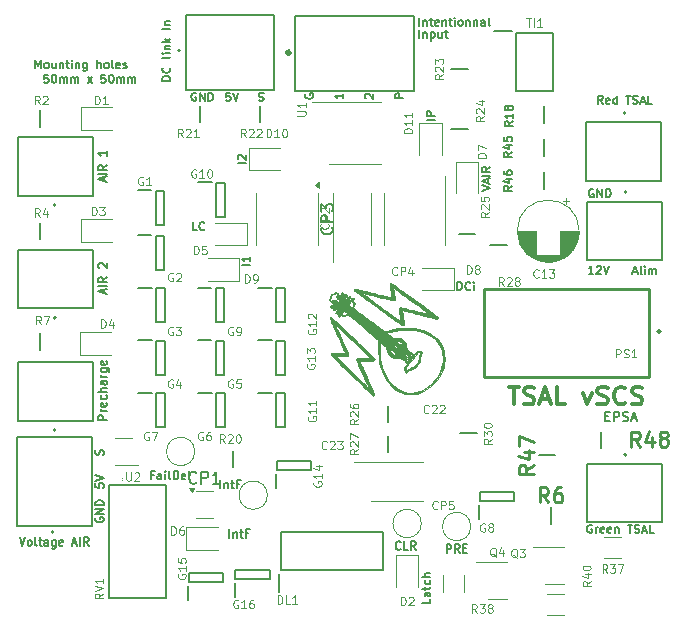
<source format=gbr>
%TF.GenerationSoftware,KiCad,Pcbnew,8.0.5*%
%TF.CreationDate,2024-10-12T23:20:52+02:00*%
%TF.ProjectId,TSAL,5453414c-2e6b-4696-9361-645f70636258,V2.1*%
%TF.SameCoordinates,Original*%
%TF.FileFunction,Legend,Top*%
%TF.FilePolarity,Positive*%
%FSLAX46Y46*%
G04 Gerber Fmt 4.6, Leading zero omitted, Abs format (unit mm)*
G04 Created by KiCad (PCBNEW 8.0.5) date 2024-10-12 23:20:52*
%MOMM*%
%LPD*%
G01*
G04 APERTURE LIST*
%ADD10C,0.150000*%
%ADD11C,0.140000*%
%ADD12C,0.300000*%
%ADD13C,0.175000*%
%ADD14C,0.087500*%
%ADD15C,0.254000*%
%ADD16C,0.200000*%
%ADD17C,0.120000*%
%ADD18C,0.127000*%
%ADD19C,0.100000*%
%ADD20C,0.010000*%
G04 APERTURE END LIST*
D10*
X84477533Y-69510333D02*
X84477533Y-69843666D01*
X84477533Y-69843666D02*
X84810866Y-69876999D01*
X84810866Y-69876999D02*
X84777533Y-69843666D01*
X84777533Y-69843666D02*
X84744200Y-69776999D01*
X84744200Y-69776999D02*
X84744200Y-69610333D01*
X84744200Y-69610333D02*
X84777533Y-69543666D01*
X84777533Y-69543666D02*
X84810866Y-69510333D01*
X84810866Y-69510333D02*
X84877533Y-69476999D01*
X84877533Y-69476999D02*
X85044200Y-69476999D01*
X85044200Y-69476999D02*
X85110866Y-69510333D01*
X85110866Y-69510333D02*
X85144200Y-69543666D01*
X85144200Y-69543666D02*
X85177533Y-69610333D01*
X85177533Y-69610333D02*
X85177533Y-69776999D01*
X85177533Y-69776999D02*
X85144200Y-69843666D01*
X85144200Y-69843666D02*
X85110866Y-69876999D01*
X84477533Y-69276999D02*
X85177533Y-69043666D01*
X85177533Y-69043666D02*
X84477533Y-68810332D01*
X84510866Y-72410332D02*
X84477533Y-72476999D01*
X84477533Y-72476999D02*
X84477533Y-72576999D01*
X84477533Y-72576999D02*
X84510866Y-72676999D01*
X84510866Y-72676999D02*
X84577533Y-72743666D01*
X84577533Y-72743666D02*
X84644200Y-72776999D01*
X84644200Y-72776999D02*
X84777533Y-72810332D01*
X84777533Y-72810332D02*
X84877533Y-72810332D01*
X84877533Y-72810332D02*
X85010866Y-72776999D01*
X85010866Y-72776999D02*
X85077533Y-72743666D01*
X85077533Y-72743666D02*
X85144200Y-72676999D01*
X85144200Y-72676999D02*
X85177533Y-72576999D01*
X85177533Y-72576999D02*
X85177533Y-72510332D01*
X85177533Y-72510332D02*
X85144200Y-72410332D01*
X85144200Y-72410332D02*
X85110866Y-72376999D01*
X85110866Y-72376999D02*
X84877533Y-72376999D01*
X84877533Y-72376999D02*
X84877533Y-72510332D01*
X85177533Y-72076999D02*
X84477533Y-72076999D01*
X84477533Y-72076999D02*
X85177533Y-71676999D01*
X85177533Y-71676999D02*
X84477533Y-71676999D01*
X85177533Y-71343666D02*
X84477533Y-71343666D01*
X84477533Y-71343666D02*
X84477533Y-71176999D01*
X84477533Y-71176999D02*
X84510866Y-71076999D01*
X84510866Y-71076999D02*
X84577533Y-71010333D01*
X84577533Y-71010333D02*
X84644200Y-70976999D01*
X84644200Y-70976999D02*
X84777533Y-70943666D01*
X84777533Y-70943666D02*
X84877533Y-70943666D01*
X84877533Y-70943666D02*
X85010866Y-70976999D01*
X85010866Y-70976999D02*
X85077533Y-71010333D01*
X85077533Y-71010333D02*
X85144200Y-71076999D01*
X85144200Y-71076999D02*
X85177533Y-71176999D01*
X85177533Y-71176999D02*
X85177533Y-71343666D01*
X79398350Y-34343533D02*
X79398350Y-33643533D01*
X79398350Y-33643533D02*
X79631684Y-34143533D01*
X79631684Y-34143533D02*
X79865017Y-33643533D01*
X79865017Y-33643533D02*
X79865017Y-34343533D01*
X80298350Y-34343533D02*
X80231684Y-34310200D01*
X80231684Y-34310200D02*
X80198350Y-34276866D01*
X80198350Y-34276866D02*
X80165017Y-34210200D01*
X80165017Y-34210200D02*
X80165017Y-34010200D01*
X80165017Y-34010200D02*
X80198350Y-33943533D01*
X80198350Y-33943533D02*
X80231684Y-33910200D01*
X80231684Y-33910200D02*
X80298350Y-33876866D01*
X80298350Y-33876866D02*
X80398350Y-33876866D01*
X80398350Y-33876866D02*
X80465017Y-33910200D01*
X80465017Y-33910200D02*
X80498350Y-33943533D01*
X80498350Y-33943533D02*
X80531684Y-34010200D01*
X80531684Y-34010200D02*
X80531684Y-34210200D01*
X80531684Y-34210200D02*
X80498350Y-34276866D01*
X80498350Y-34276866D02*
X80465017Y-34310200D01*
X80465017Y-34310200D02*
X80398350Y-34343533D01*
X80398350Y-34343533D02*
X80298350Y-34343533D01*
X81131683Y-33876866D02*
X81131683Y-34343533D01*
X80831683Y-33876866D02*
X80831683Y-34243533D01*
X80831683Y-34243533D02*
X80865017Y-34310200D01*
X80865017Y-34310200D02*
X80931683Y-34343533D01*
X80931683Y-34343533D02*
X81031683Y-34343533D01*
X81031683Y-34343533D02*
X81098350Y-34310200D01*
X81098350Y-34310200D02*
X81131683Y-34276866D01*
X81465016Y-33876866D02*
X81465016Y-34343533D01*
X81465016Y-33943533D02*
X81498350Y-33910200D01*
X81498350Y-33910200D02*
X81565016Y-33876866D01*
X81565016Y-33876866D02*
X81665016Y-33876866D01*
X81665016Y-33876866D02*
X81731683Y-33910200D01*
X81731683Y-33910200D02*
X81765016Y-33976866D01*
X81765016Y-33976866D02*
X81765016Y-34343533D01*
X81998349Y-33876866D02*
X82265016Y-33876866D01*
X82098349Y-33643533D02*
X82098349Y-34243533D01*
X82098349Y-34243533D02*
X82131683Y-34310200D01*
X82131683Y-34310200D02*
X82198349Y-34343533D01*
X82198349Y-34343533D02*
X82265016Y-34343533D01*
X82498349Y-34343533D02*
X82498349Y-33876866D01*
X82498349Y-33643533D02*
X82465016Y-33676866D01*
X82465016Y-33676866D02*
X82498349Y-33710200D01*
X82498349Y-33710200D02*
X82531683Y-33676866D01*
X82531683Y-33676866D02*
X82498349Y-33643533D01*
X82498349Y-33643533D02*
X82498349Y-33710200D01*
X82831682Y-33876866D02*
X82831682Y-34343533D01*
X82831682Y-33943533D02*
X82865016Y-33910200D01*
X82865016Y-33910200D02*
X82931682Y-33876866D01*
X82931682Y-33876866D02*
X83031682Y-33876866D01*
X83031682Y-33876866D02*
X83098349Y-33910200D01*
X83098349Y-33910200D02*
X83131682Y-33976866D01*
X83131682Y-33976866D02*
X83131682Y-34343533D01*
X83765015Y-33876866D02*
X83765015Y-34443533D01*
X83765015Y-34443533D02*
X83731682Y-34510200D01*
X83731682Y-34510200D02*
X83698349Y-34543533D01*
X83698349Y-34543533D02*
X83631682Y-34576866D01*
X83631682Y-34576866D02*
X83531682Y-34576866D01*
X83531682Y-34576866D02*
X83465015Y-34543533D01*
X83765015Y-34310200D02*
X83698349Y-34343533D01*
X83698349Y-34343533D02*
X83565015Y-34343533D01*
X83565015Y-34343533D02*
X83498349Y-34310200D01*
X83498349Y-34310200D02*
X83465015Y-34276866D01*
X83465015Y-34276866D02*
X83431682Y-34210200D01*
X83431682Y-34210200D02*
X83431682Y-34010200D01*
X83431682Y-34010200D02*
X83465015Y-33943533D01*
X83465015Y-33943533D02*
X83498349Y-33910200D01*
X83498349Y-33910200D02*
X83565015Y-33876866D01*
X83565015Y-33876866D02*
X83698349Y-33876866D01*
X83698349Y-33876866D02*
X83765015Y-33910200D01*
X84631681Y-34343533D02*
X84631681Y-33643533D01*
X84931681Y-34343533D02*
X84931681Y-33976866D01*
X84931681Y-33976866D02*
X84898348Y-33910200D01*
X84898348Y-33910200D02*
X84831681Y-33876866D01*
X84831681Y-33876866D02*
X84731681Y-33876866D01*
X84731681Y-33876866D02*
X84665015Y-33910200D01*
X84665015Y-33910200D02*
X84631681Y-33943533D01*
X85365014Y-34343533D02*
X85298348Y-34310200D01*
X85298348Y-34310200D02*
X85265014Y-34276866D01*
X85265014Y-34276866D02*
X85231681Y-34210200D01*
X85231681Y-34210200D02*
X85231681Y-34010200D01*
X85231681Y-34010200D02*
X85265014Y-33943533D01*
X85265014Y-33943533D02*
X85298348Y-33910200D01*
X85298348Y-33910200D02*
X85365014Y-33876866D01*
X85365014Y-33876866D02*
X85465014Y-33876866D01*
X85465014Y-33876866D02*
X85531681Y-33910200D01*
X85531681Y-33910200D02*
X85565014Y-33943533D01*
X85565014Y-33943533D02*
X85598348Y-34010200D01*
X85598348Y-34010200D02*
X85598348Y-34210200D01*
X85598348Y-34210200D02*
X85565014Y-34276866D01*
X85565014Y-34276866D02*
X85531681Y-34310200D01*
X85531681Y-34310200D02*
X85465014Y-34343533D01*
X85465014Y-34343533D02*
X85365014Y-34343533D01*
X85998347Y-34343533D02*
X85931681Y-34310200D01*
X85931681Y-34310200D02*
X85898347Y-34243533D01*
X85898347Y-34243533D02*
X85898347Y-33643533D01*
X86531681Y-34310200D02*
X86465014Y-34343533D01*
X86465014Y-34343533D02*
X86331681Y-34343533D01*
X86331681Y-34343533D02*
X86265014Y-34310200D01*
X86265014Y-34310200D02*
X86231681Y-34243533D01*
X86231681Y-34243533D02*
X86231681Y-33976866D01*
X86231681Y-33976866D02*
X86265014Y-33910200D01*
X86265014Y-33910200D02*
X86331681Y-33876866D01*
X86331681Y-33876866D02*
X86465014Y-33876866D01*
X86465014Y-33876866D02*
X86531681Y-33910200D01*
X86531681Y-33910200D02*
X86565014Y-33976866D01*
X86565014Y-33976866D02*
X86565014Y-34043533D01*
X86565014Y-34043533D02*
X86231681Y-34110200D01*
X86831681Y-34310200D02*
X86898348Y-34343533D01*
X86898348Y-34343533D02*
X87031681Y-34343533D01*
X87031681Y-34343533D02*
X87098348Y-34310200D01*
X87098348Y-34310200D02*
X87131681Y-34243533D01*
X87131681Y-34243533D02*
X87131681Y-34210200D01*
X87131681Y-34210200D02*
X87098348Y-34143533D01*
X87098348Y-34143533D02*
X87031681Y-34110200D01*
X87031681Y-34110200D02*
X86931681Y-34110200D01*
X86931681Y-34110200D02*
X86865014Y-34076866D01*
X86865014Y-34076866D02*
X86831681Y-34010200D01*
X86831681Y-34010200D02*
X86831681Y-33976866D01*
X86831681Y-33976866D02*
X86865014Y-33910200D01*
X86865014Y-33910200D02*
X86931681Y-33876866D01*
X86931681Y-33876866D02*
X87031681Y-33876866D01*
X87031681Y-33876866D02*
X87098348Y-33910200D01*
X126653017Y-44616866D02*
X126586350Y-44583533D01*
X126586350Y-44583533D02*
X126486350Y-44583533D01*
X126486350Y-44583533D02*
X126386350Y-44616866D01*
X126386350Y-44616866D02*
X126319684Y-44683533D01*
X126319684Y-44683533D02*
X126286350Y-44750200D01*
X126286350Y-44750200D02*
X126253017Y-44883533D01*
X126253017Y-44883533D02*
X126253017Y-44983533D01*
X126253017Y-44983533D02*
X126286350Y-45116866D01*
X126286350Y-45116866D02*
X126319684Y-45183533D01*
X126319684Y-45183533D02*
X126386350Y-45250200D01*
X126386350Y-45250200D02*
X126486350Y-45283533D01*
X126486350Y-45283533D02*
X126553017Y-45283533D01*
X126553017Y-45283533D02*
X126653017Y-45250200D01*
X126653017Y-45250200D02*
X126686350Y-45216866D01*
X126686350Y-45216866D02*
X126686350Y-44983533D01*
X126686350Y-44983533D02*
X126553017Y-44983533D01*
X126986350Y-45283533D02*
X126986350Y-44583533D01*
X126986350Y-44583533D02*
X127386350Y-45283533D01*
X127386350Y-45283533D02*
X127386350Y-44583533D01*
X127719683Y-45283533D02*
X127719683Y-44583533D01*
X127719683Y-44583533D02*
X127886350Y-44583533D01*
X127886350Y-44583533D02*
X127986350Y-44616866D01*
X127986350Y-44616866D02*
X128053017Y-44683533D01*
X128053017Y-44683533D02*
X128086350Y-44750200D01*
X128086350Y-44750200D02*
X128119683Y-44883533D01*
X128119683Y-44883533D02*
X128119683Y-44983533D01*
X128119683Y-44983533D02*
X128086350Y-45116866D01*
X128086350Y-45116866D02*
X128053017Y-45183533D01*
X128053017Y-45183533D02*
X127986350Y-45250200D01*
X127986350Y-45250200D02*
X127886350Y-45283533D01*
X127886350Y-45283533D02*
X127719683Y-45283533D01*
D11*
X113219553Y-38703999D02*
X112519553Y-38703999D01*
X113219553Y-38370666D02*
X112519553Y-38370666D01*
X112519553Y-38370666D02*
X112519553Y-38103999D01*
X112519553Y-38103999D02*
X112552886Y-38037333D01*
X112552886Y-38037333D02*
X112586220Y-38003999D01*
X112586220Y-38003999D02*
X112652886Y-37970666D01*
X112652886Y-37970666D02*
X112752886Y-37970666D01*
X112752886Y-37970666D02*
X112819553Y-38003999D01*
X112819553Y-38003999D02*
X112852886Y-38037333D01*
X112852886Y-38037333D02*
X112886220Y-38103999D01*
X112886220Y-38103999D02*
X112886220Y-38370666D01*
D10*
X107378700Y-36902999D02*
X107345366Y-36869666D01*
X107345366Y-36869666D02*
X107312033Y-36802999D01*
X107312033Y-36802999D02*
X107312033Y-36636333D01*
X107312033Y-36636333D02*
X107345366Y-36569666D01*
X107345366Y-36569666D02*
X107378700Y-36536333D01*
X107378700Y-36536333D02*
X107445366Y-36502999D01*
X107445366Y-36502999D02*
X107512033Y-36502999D01*
X107512033Y-36502999D02*
X107612033Y-36536333D01*
X107612033Y-36536333D02*
X108012033Y-36936333D01*
X108012033Y-36936333D02*
X108012033Y-36502999D01*
X85227533Y-43910332D02*
X85227533Y-43576999D01*
X85427533Y-43976999D02*
X84727533Y-43743666D01*
X84727533Y-43743666D02*
X85427533Y-43510332D01*
X85427533Y-43276999D02*
X84727533Y-43276999D01*
X85427533Y-42543666D02*
X85094200Y-42776999D01*
X85427533Y-42943666D02*
X84727533Y-42943666D01*
X84727533Y-42943666D02*
X84727533Y-42676999D01*
X84727533Y-42676999D02*
X84760866Y-42610333D01*
X84760866Y-42610333D02*
X84794200Y-42576999D01*
X84794200Y-42576999D02*
X84860866Y-42543666D01*
X84860866Y-42543666D02*
X84960866Y-42543666D01*
X84960866Y-42543666D02*
X85027533Y-42576999D01*
X85027533Y-42576999D02*
X85060866Y-42610333D01*
X85060866Y-42610333D02*
X85094200Y-42676999D01*
X85094200Y-42676999D02*
X85094200Y-42943666D01*
X85427533Y-41343666D02*
X85427533Y-41743666D01*
X85427533Y-41543666D02*
X84727533Y-41543666D01*
X84727533Y-41543666D02*
X84827533Y-41610333D01*
X84827533Y-41610333D02*
X84894200Y-41677000D01*
X84894200Y-41677000D02*
X84927533Y-41743666D01*
X127644760Y-63813447D02*
X127911426Y-63813447D01*
X128025712Y-64232495D02*
X127644760Y-64232495D01*
X127644760Y-64232495D02*
X127644760Y-63432495D01*
X127644760Y-63432495D02*
X128025712Y-63432495D01*
X128368570Y-64232495D02*
X128368570Y-63432495D01*
X128368570Y-63432495D02*
X128673332Y-63432495D01*
X128673332Y-63432495D02*
X128749522Y-63470590D01*
X128749522Y-63470590D02*
X128787617Y-63508685D01*
X128787617Y-63508685D02*
X128825713Y-63584876D01*
X128825713Y-63584876D02*
X128825713Y-63699161D01*
X128825713Y-63699161D02*
X128787617Y-63775352D01*
X128787617Y-63775352D02*
X128749522Y-63813447D01*
X128749522Y-63813447D02*
X128673332Y-63851542D01*
X128673332Y-63851542D02*
X128368570Y-63851542D01*
X129130474Y-64194400D02*
X129244760Y-64232495D01*
X129244760Y-64232495D02*
X129435236Y-64232495D01*
X129435236Y-64232495D02*
X129511427Y-64194400D01*
X129511427Y-64194400D02*
X129549522Y-64156304D01*
X129549522Y-64156304D02*
X129587617Y-64080114D01*
X129587617Y-64080114D02*
X129587617Y-64003923D01*
X129587617Y-64003923D02*
X129549522Y-63927733D01*
X129549522Y-63927733D02*
X129511427Y-63889638D01*
X129511427Y-63889638D02*
X129435236Y-63851542D01*
X129435236Y-63851542D02*
X129282855Y-63813447D01*
X129282855Y-63813447D02*
X129206665Y-63775352D01*
X129206665Y-63775352D02*
X129168570Y-63737257D01*
X129168570Y-63737257D02*
X129130474Y-63661066D01*
X129130474Y-63661066D02*
X129130474Y-63584876D01*
X129130474Y-63584876D02*
X129168570Y-63508685D01*
X129168570Y-63508685D02*
X129206665Y-63470590D01*
X129206665Y-63470590D02*
X129282855Y-63432495D01*
X129282855Y-63432495D02*
X129473332Y-63432495D01*
X129473332Y-63432495D02*
X129587617Y-63470590D01*
X129892379Y-64003923D02*
X130273332Y-64003923D01*
X129816189Y-64232495D02*
X130082856Y-63432495D01*
X130082856Y-63432495D02*
X130349522Y-64232495D01*
X126505000Y-73026866D02*
X126438333Y-72993533D01*
X126438333Y-72993533D02*
X126338333Y-72993533D01*
X126338333Y-72993533D02*
X126238333Y-73026866D01*
X126238333Y-73026866D02*
X126171667Y-73093533D01*
X126171667Y-73093533D02*
X126138333Y-73160200D01*
X126138333Y-73160200D02*
X126105000Y-73293533D01*
X126105000Y-73293533D02*
X126105000Y-73393533D01*
X126105000Y-73393533D02*
X126138333Y-73526866D01*
X126138333Y-73526866D02*
X126171667Y-73593533D01*
X126171667Y-73593533D02*
X126238333Y-73660200D01*
X126238333Y-73660200D02*
X126338333Y-73693533D01*
X126338333Y-73693533D02*
X126405000Y-73693533D01*
X126405000Y-73693533D02*
X126505000Y-73660200D01*
X126505000Y-73660200D02*
X126538333Y-73626866D01*
X126538333Y-73626866D02*
X126538333Y-73393533D01*
X126538333Y-73393533D02*
X126405000Y-73393533D01*
X126838333Y-73693533D02*
X126838333Y-73226866D01*
X126838333Y-73360200D02*
X126871667Y-73293533D01*
X126871667Y-73293533D02*
X126905000Y-73260200D01*
X126905000Y-73260200D02*
X126971667Y-73226866D01*
X126971667Y-73226866D02*
X127038333Y-73226866D01*
X127538333Y-73660200D02*
X127471666Y-73693533D01*
X127471666Y-73693533D02*
X127338333Y-73693533D01*
X127338333Y-73693533D02*
X127271666Y-73660200D01*
X127271666Y-73660200D02*
X127238333Y-73593533D01*
X127238333Y-73593533D02*
X127238333Y-73326866D01*
X127238333Y-73326866D02*
X127271666Y-73260200D01*
X127271666Y-73260200D02*
X127338333Y-73226866D01*
X127338333Y-73226866D02*
X127471666Y-73226866D01*
X127471666Y-73226866D02*
X127538333Y-73260200D01*
X127538333Y-73260200D02*
X127571666Y-73326866D01*
X127571666Y-73326866D02*
X127571666Y-73393533D01*
X127571666Y-73393533D02*
X127238333Y-73460200D01*
X128138333Y-73660200D02*
X128071666Y-73693533D01*
X128071666Y-73693533D02*
X127938333Y-73693533D01*
X127938333Y-73693533D02*
X127871666Y-73660200D01*
X127871666Y-73660200D02*
X127838333Y-73593533D01*
X127838333Y-73593533D02*
X127838333Y-73326866D01*
X127838333Y-73326866D02*
X127871666Y-73260200D01*
X127871666Y-73260200D02*
X127938333Y-73226866D01*
X127938333Y-73226866D02*
X128071666Y-73226866D01*
X128071666Y-73226866D02*
X128138333Y-73260200D01*
X128138333Y-73260200D02*
X128171666Y-73326866D01*
X128171666Y-73326866D02*
X128171666Y-73393533D01*
X128171666Y-73393533D02*
X127838333Y-73460200D01*
X128471666Y-73226866D02*
X128471666Y-73693533D01*
X128471666Y-73293533D02*
X128505000Y-73260200D01*
X128505000Y-73260200D02*
X128571666Y-73226866D01*
X128571666Y-73226866D02*
X128671666Y-73226866D01*
X128671666Y-73226866D02*
X128738333Y-73260200D01*
X128738333Y-73260200D02*
X128771666Y-73326866D01*
X128771666Y-73326866D02*
X128771666Y-73693533D01*
X129538332Y-72993533D02*
X129938332Y-72993533D01*
X129738332Y-73693533D02*
X129738332Y-72993533D01*
X130138332Y-73660200D02*
X130238332Y-73693533D01*
X130238332Y-73693533D02*
X130404999Y-73693533D01*
X130404999Y-73693533D02*
X130471665Y-73660200D01*
X130471665Y-73660200D02*
X130504999Y-73626866D01*
X130504999Y-73626866D02*
X130538332Y-73560200D01*
X130538332Y-73560200D02*
X130538332Y-73493533D01*
X130538332Y-73493533D02*
X130504999Y-73426866D01*
X130504999Y-73426866D02*
X130471665Y-73393533D01*
X130471665Y-73393533D02*
X130404999Y-73360200D01*
X130404999Y-73360200D02*
X130271665Y-73326866D01*
X130271665Y-73326866D02*
X130204999Y-73293533D01*
X130204999Y-73293533D02*
X130171665Y-73260200D01*
X130171665Y-73260200D02*
X130138332Y-73193533D01*
X130138332Y-73193533D02*
X130138332Y-73126866D01*
X130138332Y-73126866D02*
X130171665Y-73060200D01*
X130171665Y-73060200D02*
X130204999Y-73026866D01*
X130204999Y-73026866D02*
X130271665Y-72993533D01*
X130271665Y-72993533D02*
X130438332Y-72993533D01*
X130438332Y-72993533D02*
X130538332Y-73026866D01*
X130804999Y-73493533D02*
X131138332Y-73493533D01*
X130738332Y-73693533D02*
X130971666Y-72993533D01*
X130971666Y-72993533D02*
X131204999Y-73693533D01*
X131771666Y-73693533D02*
X131438332Y-73693533D01*
X131438332Y-73693533D02*
X131438332Y-72993533D01*
D11*
X95068333Y-69912553D02*
X95068333Y-69212553D01*
X95401666Y-69445886D02*
X95401666Y-69912553D01*
X95401666Y-69512553D02*
X95435000Y-69479220D01*
X95435000Y-69479220D02*
X95501666Y-69445886D01*
X95501666Y-69445886D02*
X95601666Y-69445886D01*
X95601666Y-69445886D02*
X95668333Y-69479220D01*
X95668333Y-69479220D02*
X95701666Y-69545886D01*
X95701666Y-69545886D02*
X95701666Y-69912553D01*
X95934999Y-69445886D02*
X96201666Y-69445886D01*
X96034999Y-69212553D02*
X96034999Y-69812553D01*
X96034999Y-69812553D02*
X96068333Y-69879220D01*
X96068333Y-69879220D02*
X96134999Y-69912553D01*
X96134999Y-69912553D02*
X96201666Y-69912553D01*
X96668333Y-69545886D02*
X96434999Y-69545886D01*
X96434999Y-69912553D02*
X96434999Y-69212553D01*
X96434999Y-69212553D02*
X96768333Y-69212553D01*
D10*
X85227533Y-53410332D02*
X85227533Y-53076999D01*
X85427533Y-53476999D02*
X84727533Y-53243666D01*
X84727533Y-53243666D02*
X85427533Y-53010332D01*
X85427533Y-52776999D02*
X84727533Y-52776999D01*
X85427533Y-52043666D02*
X85094200Y-52276999D01*
X85427533Y-52443666D02*
X84727533Y-52443666D01*
X84727533Y-52443666D02*
X84727533Y-52176999D01*
X84727533Y-52176999D02*
X84760866Y-52110333D01*
X84760866Y-52110333D02*
X84794200Y-52076999D01*
X84794200Y-52076999D02*
X84860866Y-52043666D01*
X84860866Y-52043666D02*
X84960866Y-52043666D01*
X84960866Y-52043666D02*
X85027533Y-52076999D01*
X85027533Y-52076999D02*
X85060866Y-52110333D01*
X85060866Y-52110333D02*
X85094200Y-52176999D01*
X85094200Y-52176999D02*
X85094200Y-52443666D01*
X84794200Y-51243666D02*
X84760866Y-51210333D01*
X84760866Y-51210333D02*
X84727533Y-51143666D01*
X84727533Y-51143666D02*
X84727533Y-50977000D01*
X84727533Y-50977000D02*
X84760866Y-50910333D01*
X84760866Y-50910333D02*
X84794200Y-50877000D01*
X84794200Y-50877000D02*
X84860866Y-50843666D01*
X84860866Y-50843666D02*
X84927533Y-50843666D01*
X84927533Y-50843666D02*
X85027533Y-50877000D01*
X85027533Y-50877000D02*
X85427533Y-51277000D01*
X85427533Y-51277000D02*
X85427533Y-50843666D01*
D11*
X114212000Y-75373553D02*
X114212000Y-74673553D01*
X114212000Y-74673553D02*
X114478667Y-74673553D01*
X114478667Y-74673553D02*
X114545334Y-74706886D01*
X114545334Y-74706886D02*
X114578667Y-74740220D01*
X114578667Y-74740220D02*
X114612000Y-74806886D01*
X114612000Y-74806886D02*
X114612000Y-74906886D01*
X114612000Y-74906886D02*
X114578667Y-74973553D01*
X114578667Y-74973553D02*
X114545334Y-75006886D01*
X114545334Y-75006886D02*
X114478667Y-75040220D01*
X114478667Y-75040220D02*
X114212000Y-75040220D01*
X115312000Y-75373553D02*
X115078667Y-75040220D01*
X114912000Y-75373553D02*
X114912000Y-74673553D01*
X114912000Y-74673553D02*
X115178667Y-74673553D01*
X115178667Y-74673553D02*
X115245334Y-74706886D01*
X115245334Y-74706886D02*
X115278667Y-74740220D01*
X115278667Y-74740220D02*
X115312000Y-74806886D01*
X115312000Y-74806886D02*
X115312000Y-74906886D01*
X115312000Y-74906886D02*
X115278667Y-74973553D01*
X115278667Y-74973553D02*
X115245334Y-75006886D01*
X115245334Y-75006886D02*
X115178667Y-75040220D01*
X115178667Y-75040220D02*
X114912000Y-75040220D01*
X115612000Y-75006886D02*
X115845334Y-75006886D01*
X115945334Y-75373553D02*
X115612000Y-75373553D01*
X115612000Y-75373553D02*
X115612000Y-74673553D01*
X115612000Y-74673553D02*
X115945334Y-74673553D01*
D10*
X105472033Y-36502999D02*
X105472033Y-36902999D01*
X105472033Y-36702999D02*
X104772033Y-36702999D01*
X104772033Y-36702999D02*
X104872033Y-36769666D01*
X104872033Y-36769666D02*
X104938700Y-36836333D01*
X104938700Y-36836333D02*
X104972033Y-36902999D01*
D11*
X95830333Y-74103553D02*
X95830333Y-73403553D01*
X96163666Y-73636886D02*
X96163666Y-74103553D01*
X96163666Y-73703553D02*
X96197000Y-73670220D01*
X96197000Y-73670220D02*
X96263666Y-73636886D01*
X96263666Y-73636886D02*
X96363666Y-73636886D01*
X96363666Y-73636886D02*
X96430333Y-73670220D01*
X96430333Y-73670220D02*
X96463666Y-73736886D01*
X96463666Y-73736886D02*
X96463666Y-74103553D01*
X96696999Y-73636886D02*
X96963666Y-73636886D01*
X96796999Y-73403553D02*
X96796999Y-74003553D01*
X96796999Y-74003553D02*
X96830333Y-74070220D01*
X96830333Y-74070220D02*
X96896999Y-74103553D01*
X96896999Y-74103553D02*
X96963666Y-74103553D01*
X97430333Y-73736886D02*
X97196999Y-73736886D01*
X97196999Y-74103553D02*
X97196999Y-73403553D01*
X97196999Y-73403553D02*
X97530333Y-73403553D01*
D10*
X102265366Y-36519666D02*
X102232033Y-36586333D01*
X102232033Y-36586333D02*
X102232033Y-36686333D01*
X102232033Y-36686333D02*
X102265366Y-36786333D01*
X102265366Y-36786333D02*
X102332033Y-36853000D01*
X102332033Y-36853000D02*
X102398700Y-36886333D01*
X102398700Y-36886333D02*
X102532033Y-36919666D01*
X102532033Y-36919666D02*
X102632033Y-36919666D01*
X102632033Y-36919666D02*
X102765366Y-36886333D01*
X102765366Y-36886333D02*
X102832033Y-36853000D01*
X102832033Y-36853000D02*
X102898700Y-36786333D01*
X102898700Y-36786333D02*
X102932033Y-36686333D01*
X102932033Y-36686333D02*
X102932033Y-36619666D01*
X102932033Y-36619666D02*
X102898700Y-36519666D01*
X102898700Y-36519666D02*
X102865366Y-36486333D01*
X102865366Y-36486333D02*
X102632033Y-36486333D01*
X102632033Y-36486333D02*
X102632033Y-36619666D01*
X85427533Y-64093665D02*
X84727533Y-64093665D01*
X84727533Y-64093665D02*
X84727533Y-63826998D01*
X84727533Y-63826998D02*
X84760866Y-63760332D01*
X84760866Y-63760332D02*
X84794200Y-63726998D01*
X84794200Y-63726998D02*
X84860866Y-63693665D01*
X84860866Y-63693665D02*
X84960866Y-63693665D01*
X84960866Y-63693665D02*
X85027533Y-63726998D01*
X85027533Y-63726998D02*
X85060866Y-63760332D01*
X85060866Y-63760332D02*
X85094200Y-63826998D01*
X85094200Y-63826998D02*
X85094200Y-64093665D01*
X85427533Y-63393665D02*
X84960866Y-63393665D01*
X85094200Y-63393665D02*
X85027533Y-63360332D01*
X85027533Y-63360332D02*
X84994200Y-63326998D01*
X84994200Y-63326998D02*
X84960866Y-63260332D01*
X84960866Y-63260332D02*
X84960866Y-63193665D01*
X85394200Y-62693665D02*
X85427533Y-62760332D01*
X85427533Y-62760332D02*
X85427533Y-62893665D01*
X85427533Y-62893665D02*
X85394200Y-62960332D01*
X85394200Y-62960332D02*
X85327533Y-62993665D01*
X85327533Y-62993665D02*
X85060866Y-62993665D01*
X85060866Y-62993665D02*
X84994200Y-62960332D01*
X84994200Y-62960332D02*
X84960866Y-62893665D01*
X84960866Y-62893665D02*
X84960866Y-62760332D01*
X84960866Y-62760332D02*
X84994200Y-62693665D01*
X84994200Y-62693665D02*
X85060866Y-62660332D01*
X85060866Y-62660332D02*
X85127533Y-62660332D01*
X85127533Y-62660332D02*
X85194200Y-62993665D01*
X85394200Y-62060332D02*
X85427533Y-62126999D01*
X85427533Y-62126999D02*
X85427533Y-62260332D01*
X85427533Y-62260332D02*
X85394200Y-62326999D01*
X85394200Y-62326999D02*
X85360866Y-62360332D01*
X85360866Y-62360332D02*
X85294200Y-62393665D01*
X85294200Y-62393665D02*
X85094200Y-62393665D01*
X85094200Y-62393665D02*
X85027533Y-62360332D01*
X85027533Y-62360332D02*
X84994200Y-62326999D01*
X84994200Y-62326999D02*
X84960866Y-62260332D01*
X84960866Y-62260332D02*
X84960866Y-62126999D01*
X84960866Y-62126999D02*
X84994200Y-62060332D01*
X85427533Y-61760332D02*
X84727533Y-61760332D01*
X85427533Y-61460332D02*
X85060866Y-61460332D01*
X85060866Y-61460332D02*
X84994200Y-61493665D01*
X84994200Y-61493665D02*
X84960866Y-61560332D01*
X84960866Y-61560332D02*
X84960866Y-61660332D01*
X84960866Y-61660332D02*
X84994200Y-61726999D01*
X84994200Y-61726999D02*
X85027533Y-61760332D01*
X85427533Y-60826999D02*
X85060866Y-60826999D01*
X85060866Y-60826999D02*
X84994200Y-60860332D01*
X84994200Y-60860332D02*
X84960866Y-60926999D01*
X84960866Y-60926999D02*
X84960866Y-61060332D01*
X84960866Y-61060332D02*
X84994200Y-61126999D01*
X85394200Y-60826999D02*
X85427533Y-60893666D01*
X85427533Y-60893666D02*
X85427533Y-61060332D01*
X85427533Y-61060332D02*
X85394200Y-61126999D01*
X85394200Y-61126999D02*
X85327533Y-61160332D01*
X85327533Y-61160332D02*
X85260866Y-61160332D01*
X85260866Y-61160332D02*
X85194200Y-61126999D01*
X85194200Y-61126999D02*
X85160866Y-61060332D01*
X85160866Y-61060332D02*
X85160866Y-60893666D01*
X85160866Y-60893666D02*
X85127533Y-60826999D01*
X85427533Y-60493666D02*
X84960866Y-60493666D01*
X85094200Y-60493666D02*
X85027533Y-60460333D01*
X85027533Y-60460333D02*
X84994200Y-60426999D01*
X84994200Y-60426999D02*
X84960866Y-60360333D01*
X84960866Y-60360333D02*
X84960866Y-60293666D01*
X84960866Y-59760333D02*
X85527533Y-59760333D01*
X85527533Y-59760333D02*
X85594200Y-59793666D01*
X85594200Y-59793666D02*
X85627533Y-59827000D01*
X85627533Y-59827000D02*
X85660866Y-59893666D01*
X85660866Y-59893666D02*
X85660866Y-59993666D01*
X85660866Y-59993666D02*
X85627533Y-60060333D01*
X85394200Y-59760333D02*
X85427533Y-59827000D01*
X85427533Y-59827000D02*
X85427533Y-59960333D01*
X85427533Y-59960333D02*
X85394200Y-60027000D01*
X85394200Y-60027000D02*
X85360866Y-60060333D01*
X85360866Y-60060333D02*
X85294200Y-60093666D01*
X85294200Y-60093666D02*
X85094200Y-60093666D01*
X85094200Y-60093666D02*
X85027533Y-60060333D01*
X85027533Y-60060333D02*
X84994200Y-60027000D01*
X84994200Y-60027000D02*
X84960866Y-59960333D01*
X84960866Y-59960333D02*
X84960866Y-59827000D01*
X84960866Y-59827000D02*
X84994200Y-59760333D01*
X85394200Y-59160333D02*
X85427533Y-59227000D01*
X85427533Y-59227000D02*
X85427533Y-59360333D01*
X85427533Y-59360333D02*
X85394200Y-59427000D01*
X85394200Y-59427000D02*
X85327533Y-59460333D01*
X85327533Y-59460333D02*
X85060866Y-59460333D01*
X85060866Y-59460333D02*
X84994200Y-59427000D01*
X84994200Y-59427000D02*
X84960866Y-59360333D01*
X84960866Y-59360333D02*
X84960866Y-59227000D01*
X84960866Y-59227000D02*
X84994200Y-59160333D01*
X84994200Y-59160333D02*
X85060866Y-59127000D01*
X85060866Y-59127000D02*
X85127533Y-59127000D01*
X85127533Y-59127000D02*
X85194200Y-59460333D01*
X98321000Y-37084200D02*
X98421000Y-37117533D01*
X98421000Y-37117533D02*
X98587667Y-37117533D01*
X98587667Y-37117533D02*
X98654333Y-37084200D01*
X98654333Y-37084200D02*
X98687667Y-37050866D01*
X98687667Y-37050866D02*
X98721000Y-36984200D01*
X98721000Y-36984200D02*
X98721000Y-36917533D01*
X98721000Y-36917533D02*
X98687667Y-36850866D01*
X98687667Y-36850866D02*
X98654333Y-36817533D01*
X98654333Y-36817533D02*
X98587667Y-36784200D01*
X98587667Y-36784200D02*
X98454333Y-36750866D01*
X98454333Y-36750866D02*
X98387667Y-36717533D01*
X98387667Y-36717533D02*
X98354333Y-36684200D01*
X98354333Y-36684200D02*
X98321000Y-36617533D01*
X98321000Y-36617533D02*
X98321000Y-36550866D01*
X98321000Y-36550866D02*
X98354333Y-36484200D01*
X98354333Y-36484200D02*
X98387667Y-36450866D01*
X98387667Y-36450866D02*
X98454333Y-36417533D01*
X98454333Y-36417533D02*
X98621000Y-36417533D01*
X98621000Y-36417533D02*
X98721000Y-36450866D01*
X130003017Y-51583533D02*
X130336350Y-51583533D01*
X129936350Y-51783533D02*
X130169684Y-51083533D01*
X130169684Y-51083533D02*
X130403017Y-51783533D01*
X130736350Y-51783533D02*
X130669684Y-51750200D01*
X130669684Y-51750200D02*
X130636350Y-51683533D01*
X130636350Y-51683533D02*
X130636350Y-51083533D01*
X131003017Y-51783533D02*
X131003017Y-51316866D01*
X131003017Y-51083533D02*
X130969684Y-51116866D01*
X130969684Y-51116866D02*
X131003017Y-51150200D01*
X131003017Y-51150200D02*
X131036351Y-51116866D01*
X131036351Y-51116866D02*
X131003017Y-51083533D01*
X131003017Y-51083533D02*
X131003017Y-51150200D01*
X131336350Y-51783533D02*
X131336350Y-51316866D01*
X131336350Y-51383533D02*
X131369684Y-51350200D01*
X131369684Y-51350200D02*
X131436350Y-51316866D01*
X131436350Y-51316866D02*
X131536350Y-51316866D01*
X131536350Y-51316866D02*
X131603017Y-51350200D01*
X131603017Y-51350200D02*
X131636350Y-51416866D01*
X131636350Y-51416866D02*
X131636350Y-51783533D01*
X131636350Y-51416866D02*
X131669684Y-51350200D01*
X131669684Y-51350200D02*
X131736350Y-51316866D01*
X131736350Y-51316866D02*
X131836350Y-51316866D01*
X131836350Y-51316866D02*
X131903017Y-51350200D01*
X131903017Y-51350200D02*
X131936350Y-51416866D01*
X131936350Y-51416866D02*
X131936350Y-51783533D01*
X85144200Y-67076999D02*
X85177533Y-66976999D01*
X85177533Y-66976999D02*
X85177533Y-66810333D01*
X85177533Y-66810333D02*
X85144200Y-66743666D01*
X85144200Y-66743666D02*
X85110866Y-66710333D01*
X85110866Y-66710333D02*
X85044200Y-66676999D01*
X85044200Y-66676999D02*
X84977533Y-66676999D01*
X84977533Y-66676999D02*
X84910866Y-66710333D01*
X84910866Y-66710333D02*
X84877533Y-66743666D01*
X84877533Y-66743666D02*
X84844200Y-66810333D01*
X84844200Y-66810333D02*
X84810866Y-66943666D01*
X84810866Y-66943666D02*
X84777533Y-67010333D01*
X84777533Y-67010333D02*
X84744200Y-67043666D01*
X84744200Y-67043666D02*
X84677533Y-67076999D01*
X84677533Y-67076999D02*
X84610866Y-67076999D01*
X84610866Y-67076999D02*
X84544200Y-67043666D01*
X84544200Y-67043666D02*
X84510866Y-67010333D01*
X84510866Y-67010333D02*
X84477533Y-66943666D01*
X84477533Y-66943666D02*
X84477533Y-66776999D01*
X84477533Y-66776999D02*
X84510866Y-66676999D01*
X80481684Y-34893533D02*
X80148350Y-34893533D01*
X80148350Y-34893533D02*
X80115017Y-35226866D01*
X80115017Y-35226866D02*
X80148350Y-35193533D01*
X80148350Y-35193533D02*
X80215017Y-35160200D01*
X80215017Y-35160200D02*
X80381684Y-35160200D01*
X80381684Y-35160200D02*
X80448350Y-35193533D01*
X80448350Y-35193533D02*
X80481684Y-35226866D01*
X80481684Y-35226866D02*
X80515017Y-35293533D01*
X80515017Y-35293533D02*
X80515017Y-35460200D01*
X80515017Y-35460200D02*
X80481684Y-35526866D01*
X80481684Y-35526866D02*
X80448350Y-35560200D01*
X80448350Y-35560200D02*
X80381684Y-35593533D01*
X80381684Y-35593533D02*
X80215017Y-35593533D01*
X80215017Y-35593533D02*
X80148350Y-35560200D01*
X80148350Y-35560200D02*
X80115017Y-35526866D01*
X80948351Y-34893533D02*
X81015017Y-34893533D01*
X81015017Y-34893533D02*
X81081684Y-34926866D01*
X81081684Y-34926866D02*
X81115017Y-34960200D01*
X81115017Y-34960200D02*
X81148351Y-35026866D01*
X81148351Y-35026866D02*
X81181684Y-35160200D01*
X81181684Y-35160200D02*
X81181684Y-35326866D01*
X81181684Y-35326866D02*
X81148351Y-35460200D01*
X81148351Y-35460200D02*
X81115017Y-35526866D01*
X81115017Y-35526866D02*
X81081684Y-35560200D01*
X81081684Y-35560200D02*
X81015017Y-35593533D01*
X81015017Y-35593533D02*
X80948351Y-35593533D01*
X80948351Y-35593533D02*
X80881684Y-35560200D01*
X80881684Y-35560200D02*
X80848351Y-35526866D01*
X80848351Y-35526866D02*
X80815017Y-35460200D01*
X80815017Y-35460200D02*
X80781684Y-35326866D01*
X80781684Y-35326866D02*
X80781684Y-35160200D01*
X80781684Y-35160200D02*
X80815017Y-35026866D01*
X80815017Y-35026866D02*
X80848351Y-34960200D01*
X80848351Y-34960200D02*
X80881684Y-34926866D01*
X80881684Y-34926866D02*
X80948351Y-34893533D01*
X81481684Y-35593533D02*
X81481684Y-35126866D01*
X81481684Y-35193533D02*
X81515018Y-35160200D01*
X81515018Y-35160200D02*
X81581684Y-35126866D01*
X81581684Y-35126866D02*
X81681684Y-35126866D01*
X81681684Y-35126866D02*
X81748351Y-35160200D01*
X81748351Y-35160200D02*
X81781684Y-35226866D01*
X81781684Y-35226866D02*
X81781684Y-35593533D01*
X81781684Y-35226866D02*
X81815018Y-35160200D01*
X81815018Y-35160200D02*
X81881684Y-35126866D01*
X81881684Y-35126866D02*
X81981684Y-35126866D01*
X81981684Y-35126866D02*
X82048351Y-35160200D01*
X82048351Y-35160200D02*
X82081684Y-35226866D01*
X82081684Y-35226866D02*
X82081684Y-35593533D01*
X82415017Y-35593533D02*
X82415017Y-35126866D01*
X82415017Y-35193533D02*
X82448351Y-35160200D01*
X82448351Y-35160200D02*
X82515017Y-35126866D01*
X82515017Y-35126866D02*
X82615017Y-35126866D01*
X82615017Y-35126866D02*
X82681684Y-35160200D01*
X82681684Y-35160200D02*
X82715017Y-35226866D01*
X82715017Y-35226866D02*
X82715017Y-35593533D01*
X82715017Y-35226866D02*
X82748351Y-35160200D01*
X82748351Y-35160200D02*
X82815017Y-35126866D01*
X82815017Y-35126866D02*
X82915017Y-35126866D01*
X82915017Y-35126866D02*
X82981684Y-35160200D01*
X82981684Y-35160200D02*
X83015017Y-35226866D01*
X83015017Y-35226866D02*
X83015017Y-35593533D01*
X83815017Y-35593533D02*
X84181683Y-35126866D01*
X83815017Y-35126866D02*
X84181683Y-35593533D01*
X85315017Y-34893533D02*
X84981683Y-34893533D01*
X84981683Y-34893533D02*
X84948350Y-35226866D01*
X84948350Y-35226866D02*
X84981683Y-35193533D01*
X84981683Y-35193533D02*
X85048350Y-35160200D01*
X85048350Y-35160200D02*
X85215017Y-35160200D01*
X85215017Y-35160200D02*
X85281683Y-35193533D01*
X85281683Y-35193533D02*
X85315017Y-35226866D01*
X85315017Y-35226866D02*
X85348350Y-35293533D01*
X85348350Y-35293533D02*
X85348350Y-35460200D01*
X85348350Y-35460200D02*
X85315017Y-35526866D01*
X85315017Y-35526866D02*
X85281683Y-35560200D01*
X85281683Y-35560200D02*
X85215017Y-35593533D01*
X85215017Y-35593533D02*
X85048350Y-35593533D01*
X85048350Y-35593533D02*
X84981683Y-35560200D01*
X84981683Y-35560200D02*
X84948350Y-35526866D01*
X85781684Y-34893533D02*
X85848350Y-34893533D01*
X85848350Y-34893533D02*
X85915017Y-34926866D01*
X85915017Y-34926866D02*
X85948350Y-34960200D01*
X85948350Y-34960200D02*
X85981684Y-35026866D01*
X85981684Y-35026866D02*
X86015017Y-35160200D01*
X86015017Y-35160200D02*
X86015017Y-35326866D01*
X86015017Y-35326866D02*
X85981684Y-35460200D01*
X85981684Y-35460200D02*
X85948350Y-35526866D01*
X85948350Y-35526866D02*
X85915017Y-35560200D01*
X85915017Y-35560200D02*
X85848350Y-35593533D01*
X85848350Y-35593533D02*
X85781684Y-35593533D01*
X85781684Y-35593533D02*
X85715017Y-35560200D01*
X85715017Y-35560200D02*
X85681684Y-35526866D01*
X85681684Y-35526866D02*
X85648350Y-35460200D01*
X85648350Y-35460200D02*
X85615017Y-35326866D01*
X85615017Y-35326866D02*
X85615017Y-35160200D01*
X85615017Y-35160200D02*
X85648350Y-35026866D01*
X85648350Y-35026866D02*
X85681684Y-34960200D01*
X85681684Y-34960200D02*
X85715017Y-34926866D01*
X85715017Y-34926866D02*
X85781684Y-34893533D01*
X86315017Y-35593533D02*
X86315017Y-35126866D01*
X86315017Y-35193533D02*
X86348351Y-35160200D01*
X86348351Y-35160200D02*
X86415017Y-35126866D01*
X86415017Y-35126866D02*
X86515017Y-35126866D01*
X86515017Y-35126866D02*
X86581684Y-35160200D01*
X86581684Y-35160200D02*
X86615017Y-35226866D01*
X86615017Y-35226866D02*
X86615017Y-35593533D01*
X86615017Y-35226866D02*
X86648351Y-35160200D01*
X86648351Y-35160200D02*
X86715017Y-35126866D01*
X86715017Y-35126866D02*
X86815017Y-35126866D01*
X86815017Y-35126866D02*
X86881684Y-35160200D01*
X86881684Y-35160200D02*
X86915017Y-35226866D01*
X86915017Y-35226866D02*
X86915017Y-35593533D01*
X87248350Y-35593533D02*
X87248350Y-35126866D01*
X87248350Y-35193533D02*
X87281684Y-35160200D01*
X87281684Y-35160200D02*
X87348350Y-35126866D01*
X87348350Y-35126866D02*
X87448350Y-35126866D01*
X87448350Y-35126866D02*
X87515017Y-35160200D01*
X87515017Y-35160200D02*
X87548350Y-35226866D01*
X87548350Y-35226866D02*
X87548350Y-35593533D01*
X87548350Y-35226866D02*
X87581684Y-35160200D01*
X87581684Y-35160200D02*
X87648350Y-35126866D01*
X87648350Y-35126866D02*
X87748350Y-35126866D01*
X87748350Y-35126866D02*
X87815017Y-35160200D01*
X87815017Y-35160200D02*
X87848350Y-35226866D01*
X87848350Y-35226866D02*
X87848350Y-35593533D01*
D12*
X119491625Y-61318228D02*
X120348768Y-61318228D01*
X119920196Y-62818228D02*
X119920196Y-61318228D01*
X120777339Y-62746800D02*
X120991625Y-62818228D01*
X120991625Y-62818228D02*
X121348767Y-62818228D01*
X121348767Y-62818228D02*
X121491625Y-62746800D01*
X121491625Y-62746800D02*
X121563053Y-62675371D01*
X121563053Y-62675371D02*
X121634482Y-62532514D01*
X121634482Y-62532514D02*
X121634482Y-62389657D01*
X121634482Y-62389657D02*
X121563053Y-62246800D01*
X121563053Y-62246800D02*
X121491625Y-62175371D01*
X121491625Y-62175371D02*
X121348767Y-62103942D01*
X121348767Y-62103942D02*
X121063053Y-62032514D01*
X121063053Y-62032514D02*
X120920196Y-61961085D01*
X120920196Y-61961085D02*
X120848767Y-61889657D01*
X120848767Y-61889657D02*
X120777339Y-61746800D01*
X120777339Y-61746800D02*
X120777339Y-61603942D01*
X120777339Y-61603942D02*
X120848767Y-61461085D01*
X120848767Y-61461085D02*
X120920196Y-61389657D01*
X120920196Y-61389657D02*
X121063053Y-61318228D01*
X121063053Y-61318228D02*
X121420196Y-61318228D01*
X121420196Y-61318228D02*
X121634482Y-61389657D01*
X122205910Y-62389657D02*
X122920196Y-62389657D01*
X122063053Y-62818228D02*
X122563053Y-61318228D01*
X122563053Y-61318228D02*
X123063053Y-62818228D01*
X124277338Y-62818228D02*
X123563052Y-62818228D01*
X123563052Y-62818228D02*
X123563052Y-61318228D01*
X125777338Y-61818228D02*
X126134481Y-62818228D01*
X126134481Y-62818228D02*
X126491624Y-61818228D01*
X126991624Y-62746800D02*
X127205910Y-62818228D01*
X127205910Y-62818228D02*
X127563052Y-62818228D01*
X127563052Y-62818228D02*
X127705910Y-62746800D01*
X127705910Y-62746800D02*
X127777338Y-62675371D01*
X127777338Y-62675371D02*
X127848767Y-62532514D01*
X127848767Y-62532514D02*
X127848767Y-62389657D01*
X127848767Y-62389657D02*
X127777338Y-62246800D01*
X127777338Y-62246800D02*
X127705910Y-62175371D01*
X127705910Y-62175371D02*
X127563052Y-62103942D01*
X127563052Y-62103942D02*
X127277338Y-62032514D01*
X127277338Y-62032514D02*
X127134481Y-61961085D01*
X127134481Y-61961085D02*
X127063052Y-61889657D01*
X127063052Y-61889657D02*
X126991624Y-61746800D01*
X126991624Y-61746800D02*
X126991624Y-61603942D01*
X126991624Y-61603942D02*
X127063052Y-61461085D01*
X127063052Y-61461085D02*
X127134481Y-61389657D01*
X127134481Y-61389657D02*
X127277338Y-61318228D01*
X127277338Y-61318228D02*
X127634481Y-61318228D01*
X127634481Y-61318228D02*
X127848767Y-61389657D01*
X129348766Y-62675371D02*
X129277338Y-62746800D01*
X129277338Y-62746800D02*
X129063052Y-62818228D01*
X129063052Y-62818228D02*
X128920195Y-62818228D01*
X128920195Y-62818228D02*
X128705909Y-62746800D01*
X128705909Y-62746800D02*
X128563052Y-62603942D01*
X128563052Y-62603942D02*
X128491623Y-62461085D01*
X128491623Y-62461085D02*
X128420195Y-62175371D01*
X128420195Y-62175371D02*
X128420195Y-61961085D01*
X128420195Y-61961085D02*
X128491623Y-61675371D01*
X128491623Y-61675371D02*
X128563052Y-61532514D01*
X128563052Y-61532514D02*
X128705909Y-61389657D01*
X128705909Y-61389657D02*
X128920195Y-61318228D01*
X128920195Y-61318228D02*
X129063052Y-61318228D01*
X129063052Y-61318228D02*
X129277338Y-61389657D01*
X129277338Y-61389657D02*
X129348766Y-61461085D01*
X129920195Y-62746800D02*
X130134481Y-62818228D01*
X130134481Y-62818228D02*
X130491623Y-62818228D01*
X130491623Y-62818228D02*
X130634481Y-62746800D01*
X130634481Y-62746800D02*
X130705909Y-62675371D01*
X130705909Y-62675371D02*
X130777338Y-62532514D01*
X130777338Y-62532514D02*
X130777338Y-62389657D01*
X130777338Y-62389657D02*
X130705909Y-62246800D01*
X130705909Y-62246800D02*
X130634481Y-62175371D01*
X130634481Y-62175371D02*
X130491623Y-62103942D01*
X130491623Y-62103942D02*
X130205909Y-62032514D01*
X130205909Y-62032514D02*
X130063052Y-61961085D01*
X130063052Y-61961085D02*
X129991623Y-61889657D01*
X129991623Y-61889657D02*
X129920195Y-61746800D01*
X129920195Y-61746800D02*
X129920195Y-61603942D01*
X129920195Y-61603942D02*
X129991623Y-61461085D01*
X129991623Y-61461085D02*
X130063052Y-61389657D01*
X130063052Y-61389657D02*
X130205909Y-61318228D01*
X130205909Y-61318228D02*
X130563052Y-61318228D01*
X130563052Y-61318228D02*
X130777338Y-61389657D01*
D10*
X110552033Y-36886333D02*
X109852033Y-36886333D01*
X109852033Y-36886333D02*
X109852033Y-36619666D01*
X109852033Y-36619666D02*
X109885366Y-36553000D01*
X109885366Y-36553000D02*
X109918700Y-36519666D01*
X109918700Y-36519666D02*
X109985366Y-36486333D01*
X109985366Y-36486333D02*
X110085366Y-36486333D01*
X110085366Y-36486333D02*
X110152033Y-36519666D01*
X110152033Y-36519666D02*
X110185366Y-36553000D01*
X110185366Y-36553000D02*
X110218700Y-36619666D01*
X110218700Y-36619666D02*
X110218700Y-36886333D01*
D11*
X97598553Y-51006333D02*
X96898553Y-51006333D01*
X97598553Y-50306333D02*
X97598553Y-50706333D01*
X97598553Y-50506333D02*
X96898553Y-50506333D01*
X96898553Y-50506333D02*
X96998553Y-50573000D01*
X96998553Y-50573000D02*
X97065220Y-50639667D01*
X97065220Y-50639667D02*
X97098553Y-50706333D01*
D10*
X92987667Y-36450866D02*
X92921000Y-36417533D01*
X92921000Y-36417533D02*
X92821000Y-36417533D01*
X92821000Y-36417533D02*
X92721000Y-36450866D01*
X92721000Y-36450866D02*
X92654334Y-36517533D01*
X92654334Y-36517533D02*
X92621000Y-36584200D01*
X92621000Y-36584200D02*
X92587667Y-36717533D01*
X92587667Y-36717533D02*
X92587667Y-36817533D01*
X92587667Y-36817533D02*
X92621000Y-36950866D01*
X92621000Y-36950866D02*
X92654334Y-37017533D01*
X92654334Y-37017533D02*
X92721000Y-37084200D01*
X92721000Y-37084200D02*
X92821000Y-37117533D01*
X92821000Y-37117533D02*
X92887667Y-37117533D01*
X92887667Y-37117533D02*
X92987667Y-37084200D01*
X92987667Y-37084200D02*
X93021000Y-37050866D01*
X93021000Y-37050866D02*
X93021000Y-36817533D01*
X93021000Y-36817533D02*
X92887667Y-36817533D01*
X93321000Y-37117533D02*
X93321000Y-36417533D01*
X93321000Y-36417533D02*
X93721000Y-37117533D01*
X93721000Y-37117533D02*
X93721000Y-36417533D01*
X94054333Y-37117533D02*
X94054333Y-36417533D01*
X94054333Y-36417533D02*
X94221000Y-36417533D01*
X94221000Y-36417533D02*
X94321000Y-36450866D01*
X94321000Y-36450866D02*
X94387667Y-36517533D01*
X94387667Y-36517533D02*
X94421000Y-36584200D01*
X94421000Y-36584200D02*
X94454333Y-36717533D01*
X94454333Y-36717533D02*
X94454333Y-36817533D01*
X94454333Y-36817533D02*
X94421000Y-36950866D01*
X94421000Y-36950866D02*
X94387667Y-37017533D01*
X94387667Y-37017533D02*
X94321000Y-37084200D01*
X94321000Y-37084200D02*
X94221000Y-37117533D01*
X94221000Y-37117533D02*
X94054333Y-37117533D01*
D11*
X112838553Y-79275666D02*
X112838553Y-79608999D01*
X112838553Y-79608999D02*
X112138553Y-79608999D01*
X112838553Y-78742332D02*
X112471886Y-78742332D01*
X112471886Y-78742332D02*
X112405220Y-78775665D01*
X112405220Y-78775665D02*
X112371886Y-78842332D01*
X112371886Y-78842332D02*
X112371886Y-78975665D01*
X112371886Y-78975665D02*
X112405220Y-79042332D01*
X112805220Y-78742332D02*
X112838553Y-78808999D01*
X112838553Y-78808999D02*
X112838553Y-78975665D01*
X112838553Y-78975665D02*
X112805220Y-79042332D01*
X112805220Y-79042332D02*
X112738553Y-79075665D01*
X112738553Y-79075665D02*
X112671886Y-79075665D01*
X112671886Y-79075665D02*
X112605220Y-79042332D01*
X112605220Y-79042332D02*
X112571886Y-78975665D01*
X112571886Y-78975665D02*
X112571886Y-78808999D01*
X112571886Y-78808999D02*
X112538553Y-78742332D01*
X112371886Y-78508999D02*
X112371886Y-78242332D01*
X112138553Y-78408999D02*
X112738553Y-78408999D01*
X112738553Y-78408999D02*
X112805220Y-78375666D01*
X112805220Y-78375666D02*
X112838553Y-78308999D01*
X112838553Y-78308999D02*
X112838553Y-78242332D01*
X112805220Y-77708999D02*
X112838553Y-77775666D01*
X112838553Y-77775666D02*
X112838553Y-77908999D01*
X112838553Y-77908999D02*
X112805220Y-77975666D01*
X112805220Y-77975666D02*
X112771886Y-78008999D01*
X112771886Y-78008999D02*
X112705220Y-78042332D01*
X112705220Y-78042332D02*
X112505220Y-78042332D01*
X112505220Y-78042332D02*
X112438553Y-78008999D01*
X112438553Y-78008999D02*
X112405220Y-77975666D01*
X112405220Y-77975666D02*
X112371886Y-77908999D01*
X112371886Y-77908999D02*
X112371886Y-77775666D01*
X112371886Y-77775666D02*
X112405220Y-77708999D01*
X112838553Y-77408999D02*
X112138553Y-77408999D01*
X112838553Y-77108999D02*
X112471886Y-77108999D01*
X112471886Y-77108999D02*
X112405220Y-77142332D01*
X112405220Y-77142332D02*
X112371886Y-77208999D01*
X112371886Y-77208999D02*
X112371886Y-77308999D01*
X112371886Y-77308999D02*
X112405220Y-77375666D01*
X112405220Y-77375666D02*
X112438553Y-77408999D01*
X93084667Y-48068553D02*
X92751333Y-48068553D01*
X92751333Y-48068553D02*
X92751333Y-47368553D01*
X93718000Y-48001886D02*
X93684667Y-48035220D01*
X93684667Y-48035220D02*
X93584667Y-48068553D01*
X93584667Y-48068553D02*
X93518000Y-48068553D01*
X93518000Y-48068553D02*
X93418000Y-48035220D01*
X93418000Y-48035220D02*
X93351334Y-47968553D01*
X93351334Y-47968553D02*
X93318000Y-47901886D01*
X93318000Y-47901886D02*
X93284667Y-47768553D01*
X93284667Y-47768553D02*
X93284667Y-47668553D01*
X93284667Y-47668553D02*
X93318000Y-47535220D01*
X93318000Y-47535220D02*
X93351334Y-47468553D01*
X93351334Y-47468553D02*
X93418000Y-47401886D01*
X93418000Y-47401886D02*
X93518000Y-47368553D01*
X93518000Y-47368553D02*
X93584667Y-47368553D01*
X93584667Y-47368553D02*
X93684667Y-47401886D01*
X93684667Y-47401886D02*
X93718000Y-47435220D01*
D10*
X78071000Y-74083533D02*
X78304334Y-74783533D01*
X78304334Y-74783533D02*
X78537667Y-74083533D01*
X78871000Y-74783533D02*
X78804334Y-74750200D01*
X78804334Y-74750200D02*
X78771000Y-74716866D01*
X78771000Y-74716866D02*
X78737667Y-74650200D01*
X78737667Y-74650200D02*
X78737667Y-74450200D01*
X78737667Y-74450200D02*
X78771000Y-74383533D01*
X78771000Y-74383533D02*
X78804334Y-74350200D01*
X78804334Y-74350200D02*
X78871000Y-74316866D01*
X78871000Y-74316866D02*
X78971000Y-74316866D01*
X78971000Y-74316866D02*
X79037667Y-74350200D01*
X79037667Y-74350200D02*
X79071000Y-74383533D01*
X79071000Y-74383533D02*
X79104334Y-74450200D01*
X79104334Y-74450200D02*
X79104334Y-74650200D01*
X79104334Y-74650200D02*
X79071000Y-74716866D01*
X79071000Y-74716866D02*
X79037667Y-74750200D01*
X79037667Y-74750200D02*
X78971000Y-74783533D01*
X78971000Y-74783533D02*
X78871000Y-74783533D01*
X79504333Y-74783533D02*
X79437667Y-74750200D01*
X79437667Y-74750200D02*
X79404333Y-74683533D01*
X79404333Y-74683533D02*
X79404333Y-74083533D01*
X79671000Y-74316866D02*
X79937667Y-74316866D01*
X79771000Y-74083533D02*
X79771000Y-74683533D01*
X79771000Y-74683533D02*
X79804334Y-74750200D01*
X79804334Y-74750200D02*
X79871000Y-74783533D01*
X79871000Y-74783533D02*
X79937667Y-74783533D01*
X80471000Y-74783533D02*
X80471000Y-74416866D01*
X80471000Y-74416866D02*
X80437667Y-74350200D01*
X80437667Y-74350200D02*
X80371000Y-74316866D01*
X80371000Y-74316866D02*
X80237667Y-74316866D01*
X80237667Y-74316866D02*
X80171000Y-74350200D01*
X80471000Y-74750200D02*
X80404334Y-74783533D01*
X80404334Y-74783533D02*
X80237667Y-74783533D01*
X80237667Y-74783533D02*
X80171000Y-74750200D01*
X80171000Y-74750200D02*
X80137667Y-74683533D01*
X80137667Y-74683533D02*
X80137667Y-74616866D01*
X80137667Y-74616866D02*
X80171000Y-74550200D01*
X80171000Y-74550200D02*
X80237667Y-74516866D01*
X80237667Y-74516866D02*
X80404334Y-74516866D01*
X80404334Y-74516866D02*
X80471000Y-74483533D01*
X81104333Y-74316866D02*
X81104333Y-74883533D01*
X81104333Y-74883533D02*
X81071000Y-74950200D01*
X81071000Y-74950200D02*
X81037667Y-74983533D01*
X81037667Y-74983533D02*
X80971000Y-75016866D01*
X80971000Y-75016866D02*
X80871000Y-75016866D01*
X80871000Y-75016866D02*
X80804333Y-74983533D01*
X81104333Y-74750200D02*
X81037667Y-74783533D01*
X81037667Y-74783533D02*
X80904333Y-74783533D01*
X80904333Y-74783533D02*
X80837667Y-74750200D01*
X80837667Y-74750200D02*
X80804333Y-74716866D01*
X80804333Y-74716866D02*
X80771000Y-74650200D01*
X80771000Y-74650200D02*
X80771000Y-74450200D01*
X80771000Y-74450200D02*
X80804333Y-74383533D01*
X80804333Y-74383533D02*
X80837667Y-74350200D01*
X80837667Y-74350200D02*
X80904333Y-74316866D01*
X80904333Y-74316866D02*
X81037667Y-74316866D01*
X81037667Y-74316866D02*
X81104333Y-74350200D01*
X81704333Y-74750200D02*
X81637666Y-74783533D01*
X81637666Y-74783533D02*
X81504333Y-74783533D01*
X81504333Y-74783533D02*
X81437666Y-74750200D01*
X81437666Y-74750200D02*
X81404333Y-74683533D01*
X81404333Y-74683533D02*
X81404333Y-74416866D01*
X81404333Y-74416866D02*
X81437666Y-74350200D01*
X81437666Y-74350200D02*
X81504333Y-74316866D01*
X81504333Y-74316866D02*
X81637666Y-74316866D01*
X81637666Y-74316866D02*
X81704333Y-74350200D01*
X81704333Y-74350200D02*
X81737666Y-74416866D01*
X81737666Y-74416866D02*
X81737666Y-74483533D01*
X81737666Y-74483533D02*
X81404333Y-74550200D01*
X82537666Y-74583533D02*
X82870999Y-74583533D01*
X82470999Y-74783533D02*
X82704333Y-74083533D01*
X82704333Y-74083533D02*
X82937666Y-74783533D01*
X83170999Y-74783533D02*
X83170999Y-74083533D01*
X83904332Y-74783533D02*
X83670999Y-74450200D01*
X83504332Y-74783533D02*
X83504332Y-74083533D01*
X83504332Y-74083533D02*
X83770999Y-74083533D01*
X83770999Y-74083533D02*
X83837666Y-74116866D01*
X83837666Y-74116866D02*
X83870999Y-74150200D01*
X83870999Y-74150200D02*
X83904332Y-74216866D01*
X83904332Y-74216866D02*
X83904332Y-74316866D01*
X83904332Y-74316866D02*
X83870999Y-74383533D01*
X83870999Y-74383533D02*
X83837666Y-74416866D01*
X83837666Y-74416866D02*
X83770999Y-74450200D01*
X83770999Y-74450200D02*
X83504332Y-74450200D01*
X111898350Y-30767533D02*
X111898350Y-30067533D01*
X112231683Y-30300866D02*
X112231683Y-30767533D01*
X112231683Y-30367533D02*
X112265017Y-30334200D01*
X112265017Y-30334200D02*
X112331683Y-30300866D01*
X112331683Y-30300866D02*
X112431683Y-30300866D01*
X112431683Y-30300866D02*
X112498350Y-30334200D01*
X112498350Y-30334200D02*
X112531683Y-30400866D01*
X112531683Y-30400866D02*
X112531683Y-30767533D01*
X112765016Y-30300866D02*
X113031683Y-30300866D01*
X112865016Y-30067533D02*
X112865016Y-30667533D01*
X112865016Y-30667533D02*
X112898350Y-30734200D01*
X112898350Y-30734200D02*
X112965016Y-30767533D01*
X112965016Y-30767533D02*
X113031683Y-30767533D01*
X113531683Y-30734200D02*
X113465016Y-30767533D01*
X113465016Y-30767533D02*
X113331683Y-30767533D01*
X113331683Y-30767533D02*
X113265016Y-30734200D01*
X113265016Y-30734200D02*
X113231683Y-30667533D01*
X113231683Y-30667533D02*
X113231683Y-30400866D01*
X113231683Y-30400866D02*
X113265016Y-30334200D01*
X113265016Y-30334200D02*
X113331683Y-30300866D01*
X113331683Y-30300866D02*
X113465016Y-30300866D01*
X113465016Y-30300866D02*
X113531683Y-30334200D01*
X113531683Y-30334200D02*
X113565016Y-30400866D01*
X113565016Y-30400866D02*
X113565016Y-30467533D01*
X113565016Y-30467533D02*
X113231683Y-30534200D01*
X113865016Y-30300866D02*
X113865016Y-30767533D01*
X113865016Y-30367533D02*
X113898350Y-30334200D01*
X113898350Y-30334200D02*
X113965016Y-30300866D01*
X113965016Y-30300866D02*
X114065016Y-30300866D01*
X114065016Y-30300866D02*
X114131683Y-30334200D01*
X114131683Y-30334200D02*
X114165016Y-30400866D01*
X114165016Y-30400866D02*
X114165016Y-30767533D01*
X114398349Y-30300866D02*
X114665016Y-30300866D01*
X114498349Y-30067533D02*
X114498349Y-30667533D01*
X114498349Y-30667533D02*
X114531683Y-30734200D01*
X114531683Y-30734200D02*
X114598349Y-30767533D01*
X114598349Y-30767533D02*
X114665016Y-30767533D01*
X114898349Y-30767533D02*
X114898349Y-30300866D01*
X114898349Y-30067533D02*
X114865016Y-30100866D01*
X114865016Y-30100866D02*
X114898349Y-30134200D01*
X114898349Y-30134200D02*
X114931683Y-30100866D01*
X114931683Y-30100866D02*
X114898349Y-30067533D01*
X114898349Y-30067533D02*
X114898349Y-30134200D01*
X115331682Y-30767533D02*
X115265016Y-30734200D01*
X115265016Y-30734200D02*
X115231682Y-30700866D01*
X115231682Y-30700866D02*
X115198349Y-30634200D01*
X115198349Y-30634200D02*
X115198349Y-30434200D01*
X115198349Y-30434200D02*
X115231682Y-30367533D01*
X115231682Y-30367533D02*
X115265016Y-30334200D01*
X115265016Y-30334200D02*
X115331682Y-30300866D01*
X115331682Y-30300866D02*
X115431682Y-30300866D01*
X115431682Y-30300866D02*
X115498349Y-30334200D01*
X115498349Y-30334200D02*
X115531682Y-30367533D01*
X115531682Y-30367533D02*
X115565016Y-30434200D01*
X115565016Y-30434200D02*
X115565016Y-30634200D01*
X115565016Y-30634200D02*
X115531682Y-30700866D01*
X115531682Y-30700866D02*
X115498349Y-30734200D01*
X115498349Y-30734200D02*
X115431682Y-30767533D01*
X115431682Y-30767533D02*
X115331682Y-30767533D01*
X115865015Y-30300866D02*
X115865015Y-30767533D01*
X115865015Y-30367533D02*
X115898349Y-30334200D01*
X115898349Y-30334200D02*
X115965015Y-30300866D01*
X115965015Y-30300866D02*
X116065015Y-30300866D01*
X116065015Y-30300866D02*
X116131682Y-30334200D01*
X116131682Y-30334200D02*
X116165015Y-30400866D01*
X116165015Y-30400866D02*
X116165015Y-30767533D01*
X116498348Y-30300866D02*
X116498348Y-30767533D01*
X116498348Y-30367533D02*
X116531682Y-30334200D01*
X116531682Y-30334200D02*
X116598348Y-30300866D01*
X116598348Y-30300866D02*
X116698348Y-30300866D01*
X116698348Y-30300866D02*
X116765015Y-30334200D01*
X116765015Y-30334200D02*
X116798348Y-30400866D01*
X116798348Y-30400866D02*
X116798348Y-30767533D01*
X117431681Y-30767533D02*
X117431681Y-30400866D01*
X117431681Y-30400866D02*
X117398348Y-30334200D01*
X117398348Y-30334200D02*
X117331681Y-30300866D01*
X117331681Y-30300866D02*
X117198348Y-30300866D01*
X117198348Y-30300866D02*
X117131681Y-30334200D01*
X117431681Y-30734200D02*
X117365015Y-30767533D01*
X117365015Y-30767533D02*
X117198348Y-30767533D01*
X117198348Y-30767533D02*
X117131681Y-30734200D01*
X117131681Y-30734200D02*
X117098348Y-30667533D01*
X117098348Y-30667533D02*
X117098348Y-30600866D01*
X117098348Y-30600866D02*
X117131681Y-30534200D01*
X117131681Y-30534200D02*
X117198348Y-30500866D01*
X117198348Y-30500866D02*
X117365015Y-30500866D01*
X117365015Y-30500866D02*
X117431681Y-30467533D01*
X117865014Y-30767533D02*
X117798348Y-30734200D01*
X117798348Y-30734200D02*
X117765014Y-30667533D01*
X117765014Y-30667533D02*
X117765014Y-30067533D01*
X127436000Y-37371533D02*
X127202667Y-37038200D01*
X127036000Y-37371533D02*
X127036000Y-36671533D01*
X127036000Y-36671533D02*
X127302667Y-36671533D01*
X127302667Y-36671533D02*
X127369334Y-36704866D01*
X127369334Y-36704866D02*
X127402667Y-36738200D01*
X127402667Y-36738200D02*
X127436000Y-36804866D01*
X127436000Y-36804866D02*
X127436000Y-36904866D01*
X127436000Y-36904866D02*
X127402667Y-36971533D01*
X127402667Y-36971533D02*
X127369334Y-37004866D01*
X127369334Y-37004866D02*
X127302667Y-37038200D01*
X127302667Y-37038200D02*
X127036000Y-37038200D01*
X128002667Y-37338200D02*
X127936000Y-37371533D01*
X127936000Y-37371533D02*
X127802667Y-37371533D01*
X127802667Y-37371533D02*
X127736000Y-37338200D01*
X127736000Y-37338200D02*
X127702667Y-37271533D01*
X127702667Y-37271533D02*
X127702667Y-37004866D01*
X127702667Y-37004866D02*
X127736000Y-36938200D01*
X127736000Y-36938200D02*
X127802667Y-36904866D01*
X127802667Y-36904866D02*
X127936000Y-36904866D01*
X127936000Y-36904866D02*
X128002667Y-36938200D01*
X128002667Y-36938200D02*
X128036000Y-37004866D01*
X128036000Y-37004866D02*
X128036000Y-37071533D01*
X128036000Y-37071533D02*
X127702667Y-37138200D01*
X128636000Y-37371533D02*
X128636000Y-36671533D01*
X128636000Y-37338200D02*
X128569334Y-37371533D01*
X128569334Y-37371533D02*
X128436000Y-37371533D01*
X128436000Y-37371533D02*
X128369334Y-37338200D01*
X128369334Y-37338200D02*
X128336000Y-37304866D01*
X128336000Y-37304866D02*
X128302667Y-37238200D01*
X128302667Y-37238200D02*
X128302667Y-37038200D01*
X128302667Y-37038200D02*
X128336000Y-36971533D01*
X128336000Y-36971533D02*
X128369334Y-36938200D01*
X128369334Y-36938200D02*
X128436000Y-36904866D01*
X128436000Y-36904866D02*
X128569334Y-36904866D01*
X128569334Y-36904866D02*
X128636000Y-36938200D01*
X129402666Y-36671533D02*
X129802666Y-36671533D01*
X129602666Y-37371533D02*
X129602666Y-36671533D01*
X130002666Y-37338200D02*
X130102666Y-37371533D01*
X130102666Y-37371533D02*
X130269333Y-37371533D01*
X130269333Y-37371533D02*
X130335999Y-37338200D01*
X130335999Y-37338200D02*
X130369333Y-37304866D01*
X130369333Y-37304866D02*
X130402666Y-37238200D01*
X130402666Y-37238200D02*
X130402666Y-37171533D01*
X130402666Y-37171533D02*
X130369333Y-37104866D01*
X130369333Y-37104866D02*
X130335999Y-37071533D01*
X130335999Y-37071533D02*
X130269333Y-37038200D01*
X130269333Y-37038200D02*
X130135999Y-37004866D01*
X130135999Y-37004866D02*
X130069333Y-36971533D01*
X130069333Y-36971533D02*
X130035999Y-36938200D01*
X130035999Y-36938200D02*
X130002666Y-36871533D01*
X130002666Y-36871533D02*
X130002666Y-36804866D01*
X130002666Y-36804866D02*
X130035999Y-36738200D01*
X130035999Y-36738200D02*
X130069333Y-36704866D01*
X130069333Y-36704866D02*
X130135999Y-36671533D01*
X130135999Y-36671533D02*
X130302666Y-36671533D01*
X130302666Y-36671533D02*
X130402666Y-36704866D01*
X130669333Y-37171533D02*
X131002666Y-37171533D01*
X130602666Y-37371533D02*
X130836000Y-36671533D01*
X130836000Y-36671533D02*
X131069333Y-37371533D01*
X131636000Y-37371533D02*
X131302666Y-37371533D01*
X131302666Y-37371533D02*
X131302666Y-36671533D01*
D11*
X89405000Y-68783886D02*
X89171666Y-68783886D01*
X89171666Y-69150553D02*
X89171666Y-68450553D01*
X89171666Y-68450553D02*
X89505000Y-68450553D01*
X90071666Y-69150553D02*
X90071666Y-68783886D01*
X90071666Y-68783886D02*
X90038333Y-68717220D01*
X90038333Y-68717220D02*
X89971666Y-68683886D01*
X89971666Y-68683886D02*
X89838333Y-68683886D01*
X89838333Y-68683886D02*
X89771666Y-68717220D01*
X90071666Y-69117220D02*
X90005000Y-69150553D01*
X90005000Y-69150553D02*
X89838333Y-69150553D01*
X89838333Y-69150553D02*
X89771666Y-69117220D01*
X89771666Y-69117220D02*
X89738333Y-69050553D01*
X89738333Y-69050553D02*
X89738333Y-68983886D01*
X89738333Y-68983886D02*
X89771666Y-68917220D01*
X89771666Y-68917220D02*
X89838333Y-68883886D01*
X89838333Y-68883886D02*
X90005000Y-68883886D01*
X90005000Y-68883886D02*
X90071666Y-68850553D01*
X90404999Y-69150553D02*
X90404999Y-68683886D01*
X90404999Y-68450553D02*
X90371666Y-68483886D01*
X90371666Y-68483886D02*
X90404999Y-68517220D01*
X90404999Y-68517220D02*
X90438333Y-68483886D01*
X90438333Y-68483886D02*
X90404999Y-68450553D01*
X90404999Y-68450553D02*
X90404999Y-68517220D01*
X90838332Y-69150553D02*
X90771666Y-69117220D01*
X90771666Y-69117220D02*
X90738332Y-69050553D01*
X90738332Y-69050553D02*
X90738332Y-68450553D01*
X91104999Y-69150553D02*
X91104999Y-68450553D01*
X91104999Y-68450553D02*
X91271666Y-68450553D01*
X91271666Y-68450553D02*
X91371666Y-68483886D01*
X91371666Y-68483886D02*
X91438333Y-68550553D01*
X91438333Y-68550553D02*
X91471666Y-68617220D01*
X91471666Y-68617220D02*
X91504999Y-68750553D01*
X91504999Y-68750553D02*
X91504999Y-68850553D01*
X91504999Y-68850553D02*
X91471666Y-68983886D01*
X91471666Y-68983886D02*
X91438333Y-69050553D01*
X91438333Y-69050553D02*
X91371666Y-69117220D01*
X91371666Y-69117220D02*
X91271666Y-69150553D01*
X91271666Y-69150553D02*
X91104999Y-69150553D01*
X92071666Y-69117220D02*
X92004999Y-69150553D01*
X92004999Y-69150553D02*
X91871666Y-69150553D01*
X91871666Y-69150553D02*
X91804999Y-69117220D01*
X91804999Y-69117220D02*
X91771666Y-69050553D01*
X91771666Y-69050553D02*
X91771666Y-68783886D01*
X91771666Y-68783886D02*
X91804999Y-68717220D01*
X91804999Y-68717220D02*
X91871666Y-68683886D01*
X91871666Y-68683886D02*
X92004999Y-68683886D01*
X92004999Y-68683886D02*
X92071666Y-68717220D01*
X92071666Y-68717220D02*
X92104999Y-68783886D01*
X92104999Y-68783886D02*
X92104999Y-68850553D01*
X92104999Y-68850553D02*
X91771666Y-68917220D01*
X92504999Y-69150553D02*
X92438333Y-69117220D01*
X92438333Y-69117220D02*
X92404999Y-69050553D01*
X92404999Y-69050553D02*
X92404999Y-68450553D01*
X97217553Y-42370333D02*
X96517553Y-42370333D01*
X96584220Y-42070333D02*
X96550886Y-42037000D01*
X96550886Y-42037000D02*
X96517553Y-41970333D01*
X96517553Y-41970333D02*
X96517553Y-41803667D01*
X96517553Y-41803667D02*
X96550886Y-41737000D01*
X96550886Y-41737000D02*
X96584220Y-41703667D01*
X96584220Y-41703667D02*
X96650886Y-41670333D01*
X96650886Y-41670333D02*
X96717553Y-41670333D01*
X96717553Y-41670333D02*
X96817553Y-41703667D01*
X96817553Y-41703667D02*
X97217553Y-42103667D01*
X97217553Y-42103667D02*
X97217553Y-41670333D01*
D10*
X111898350Y-31783533D02*
X111898350Y-31083533D01*
X112231683Y-31316866D02*
X112231683Y-31783533D01*
X112231683Y-31383533D02*
X112265017Y-31350200D01*
X112265017Y-31350200D02*
X112331683Y-31316866D01*
X112331683Y-31316866D02*
X112431683Y-31316866D01*
X112431683Y-31316866D02*
X112498350Y-31350200D01*
X112498350Y-31350200D02*
X112531683Y-31416866D01*
X112531683Y-31416866D02*
X112531683Y-31783533D01*
X112865016Y-31316866D02*
X112865016Y-32016866D01*
X112865016Y-31350200D02*
X112931683Y-31316866D01*
X112931683Y-31316866D02*
X113065016Y-31316866D01*
X113065016Y-31316866D02*
X113131683Y-31350200D01*
X113131683Y-31350200D02*
X113165016Y-31383533D01*
X113165016Y-31383533D02*
X113198350Y-31450200D01*
X113198350Y-31450200D02*
X113198350Y-31650200D01*
X113198350Y-31650200D02*
X113165016Y-31716866D01*
X113165016Y-31716866D02*
X113131683Y-31750200D01*
X113131683Y-31750200D02*
X113065016Y-31783533D01*
X113065016Y-31783533D02*
X112931683Y-31783533D01*
X112931683Y-31783533D02*
X112865016Y-31750200D01*
X113798349Y-31316866D02*
X113798349Y-31783533D01*
X113498349Y-31316866D02*
X113498349Y-31683533D01*
X113498349Y-31683533D02*
X113531683Y-31750200D01*
X113531683Y-31750200D02*
X113598349Y-31783533D01*
X113598349Y-31783533D02*
X113698349Y-31783533D01*
X113698349Y-31783533D02*
X113765016Y-31750200D01*
X113765016Y-31750200D02*
X113798349Y-31716866D01*
X114031682Y-31316866D02*
X114298349Y-31316866D01*
X114131682Y-31083533D02*
X114131682Y-31683533D01*
X114131682Y-31683533D02*
X114165016Y-31750200D01*
X114165016Y-31750200D02*
X114231682Y-31783533D01*
X114231682Y-31783533D02*
X114298349Y-31783533D01*
D11*
X110327333Y-75052886D02*
X110294000Y-75086220D01*
X110294000Y-75086220D02*
X110194000Y-75119553D01*
X110194000Y-75119553D02*
X110127333Y-75119553D01*
X110127333Y-75119553D02*
X110027333Y-75086220D01*
X110027333Y-75086220D02*
X109960667Y-75019553D01*
X109960667Y-75019553D02*
X109927333Y-74952886D01*
X109927333Y-74952886D02*
X109894000Y-74819553D01*
X109894000Y-74819553D02*
X109894000Y-74719553D01*
X109894000Y-74719553D02*
X109927333Y-74586220D01*
X109927333Y-74586220D02*
X109960667Y-74519553D01*
X109960667Y-74519553D02*
X110027333Y-74452886D01*
X110027333Y-74452886D02*
X110127333Y-74419553D01*
X110127333Y-74419553D02*
X110194000Y-74419553D01*
X110194000Y-74419553D02*
X110294000Y-74452886D01*
X110294000Y-74452886D02*
X110327333Y-74486220D01*
X110960667Y-75119553D02*
X110627333Y-75119553D01*
X110627333Y-75119553D02*
X110627333Y-74419553D01*
X111594000Y-75119553D02*
X111360667Y-74786220D01*
X111194000Y-75119553D02*
X111194000Y-74419553D01*
X111194000Y-74419553D02*
X111460667Y-74419553D01*
X111460667Y-74419553D02*
X111527334Y-74452886D01*
X111527334Y-74452886D02*
X111560667Y-74486220D01*
X111560667Y-74486220D02*
X111594000Y-74552886D01*
X111594000Y-74552886D02*
X111594000Y-74652886D01*
X111594000Y-74652886D02*
X111560667Y-74719553D01*
X111560667Y-74719553D02*
X111527334Y-74752886D01*
X111527334Y-74752886D02*
X111460667Y-74786220D01*
X111460667Y-74786220D02*
X111194000Y-74786220D01*
D10*
X90838533Y-35392999D02*
X90138533Y-35392999D01*
X90138533Y-35392999D02*
X90138533Y-35226332D01*
X90138533Y-35226332D02*
X90171866Y-35126332D01*
X90171866Y-35126332D02*
X90238533Y-35059666D01*
X90238533Y-35059666D02*
X90305200Y-35026332D01*
X90305200Y-35026332D02*
X90438533Y-34992999D01*
X90438533Y-34992999D02*
X90538533Y-34992999D01*
X90538533Y-34992999D02*
X90671866Y-35026332D01*
X90671866Y-35026332D02*
X90738533Y-35059666D01*
X90738533Y-35059666D02*
X90805200Y-35126332D01*
X90805200Y-35126332D02*
X90838533Y-35226332D01*
X90838533Y-35226332D02*
X90838533Y-35392999D01*
X90771866Y-34292999D02*
X90805200Y-34326332D01*
X90805200Y-34326332D02*
X90838533Y-34426332D01*
X90838533Y-34426332D02*
X90838533Y-34492999D01*
X90838533Y-34492999D02*
X90805200Y-34592999D01*
X90805200Y-34592999D02*
X90738533Y-34659666D01*
X90738533Y-34659666D02*
X90671866Y-34692999D01*
X90671866Y-34692999D02*
X90538533Y-34726332D01*
X90538533Y-34726332D02*
X90438533Y-34726332D01*
X90438533Y-34726332D02*
X90305200Y-34692999D01*
X90305200Y-34692999D02*
X90238533Y-34659666D01*
X90238533Y-34659666D02*
X90171866Y-34592999D01*
X90171866Y-34592999D02*
X90138533Y-34492999D01*
X90138533Y-34492999D02*
X90138533Y-34426332D01*
X90138533Y-34426332D02*
X90171866Y-34326332D01*
X90171866Y-34326332D02*
X90205200Y-34292999D01*
X90838533Y-33359666D02*
X90805200Y-33426333D01*
X90805200Y-33426333D02*
X90738533Y-33459666D01*
X90738533Y-33459666D02*
X90138533Y-33459666D01*
X90838533Y-33092999D02*
X90371866Y-33092999D01*
X90138533Y-33092999D02*
X90171866Y-33126332D01*
X90171866Y-33126332D02*
X90205200Y-33092999D01*
X90205200Y-33092999D02*
X90171866Y-33059666D01*
X90171866Y-33059666D02*
X90138533Y-33092999D01*
X90138533Y-33092999D02*
X90205200Y-33092999D01*
X90371866Y-32759666D02*
X90838533Y-32759666D01*
X90438533Y-32759666D02*
X90405200Y-32726333D01*
X90405200Y-32726333D02*
X90371866Y-32659666D01*
X90371866Y-32659666D02*
X90371866Y-32559666D01*
X90371866Y-32559666D02*
X90405200Y-32492999D01*
X90405200Y-32492999D02*
X90471866Y-32459666D01*
X90471866Y-32459666D02*
X90838533Y-32459666D01*
X90838533Y-32126333D02*
X90138533Y-32126333D01*
X90571866Y-32059666D02*
X90838533Y-31859666D01*
X90371866Y-31859666D02*
X90638533Y-32126333D01*
X90838533Y-31026333D02*
X90138533Y-31026333D01*
X90371866Y-30693000D02*
X90838533Y-30693000D01*
X90438533Y-30693000D02*
X90405200Y-30659667D01*
X90405200Y-30659667D02*
X90371866Y-30593000D01*
X90371866Y-30593000D02*
X90371866Y-30493000D01*
X90371866Y-30493000D02*
X90405200Y-30426333D01*
X90405200Y-30426333D02*
X90471866Y-30393000D01*
X90471866Y-30393000D02*
X90838533Y-30393000D01*
X126653017Y-51783533D02*
X126253017Y-51783533D01*
X126453017Y-51783533D02*
X126453017Y-51083533D01*
X126453017Y-51083533D02*
X126386350Y-51183533D01*
X126386350Y-51183533D02*
X126319684Y-51250200D01*
X126319684Y-51250200D02*
X126253017Y-51283533D01*
X126919684Y-51150200D02*
X126953017Y-51116866D01*
X126953017Y-51116866D02*
X127019684Y-51083533D01*
X127019684Y-51083533D02*
X127186351Y-51083533D01*
X127186351Y-51083533D02*
X127253017Y-51116866D01*
X127253017Y-51116866D02*
X127286351Y-51150200D01*
X127286351Y-51150200D02*
X127319684Y-51216866D01*
X127319684Y-51216866D02*
X127319684Y-51283533D01*
X127319684Y-51283533D02*
X127286351Y-51383533D01*
X127286351Y-51383533D02*
X126886351Y-51783533D01*
X126886351Y-51783533D02*
X127319684Y-51783533D01*
X127519684Y-51083533D02*
X127753018Y-51783533D01*
X127753018Y-51783533D02*
X127986351Y-51083533D01*
D11*
X115124000Y-53148553D02*
X115124000Y-52448553D01*
X115124000Y-52448553D02*
X115290667Y-52448553D01*
X115290667Y-52448553D02*
X115390667Y-52481886D01*
X115390667Y-52481886D02*
X115457334Y-52548553D01*
X115457334Y-52548553D02*
X115490667Y-52615220D01*
X115490667Y-52615220D02*
X115524000Y-52748553D01*
X115524000Y-52748553D02*
X115524000Y-52848553D01*
X115524000Y-52848553D02*
X115490667Y-52981886D01*
X115490667Y-52981886D02*
X115457334Y-53048553D01*
X115457334Y-53048553D02*
X115390667Y-53115220D01*
X115390667Y-53115220D02*
X115290667Y-53148553D01*
X115290667Y-53148553D02*
X115124000Y-53148553D01*
X116224000Y-53081886D02*
X116190667Y-53115220D01*
X116190667Y-53115220D02*
X116090667Y-53148553D01*
X116090667Y-53148553D02*
X116024000Y-53148553D01*
X116024000Y-53148553D02*
X115924000Y-53115220D01*
X115924000Y-53115220D02*
X115857334Y-53048553D01*
X115857334Y-53048553D02*
X115824000Y-52981886D01*
X115824000Y-52981886D02*
X115790667Y-52848553D01*
X115790667Y-52848553D02*
X115790667Y-52748553D01*
X115790667Y-52748553D02*
X115824000Y-52615220D01*
X115824000Y-52615220D02*
X115857334Y-52548553D01*
X115857334Y-52548553D02*
X115924000Y-52481886D01*
X115924000Y-52481886D02*
X116024000Y-52448553D01*
X116024000Y-52448553D02*
X116090667Y-52448553D01*
X116090667Y-52448553D02*
X116190667Y-52481886D01*
X116190667Y-52481886D02*
X116224000Y-52515220D01*
X116524000Y-53148553D02*
X116524000Y-52681886D01*
X116524000Y-52448553D02*
X116490667Y-52481886D01*
X116490667Y-52481886D02*
X116524000Y-52515220D01*
X116524000Y-52515220D02*
X116557334Y-52481886D01*
X116557334Y-52481886D02*
X116524000Y-52448553D01*
X116524000Y-52448553D02*
X116524000Y-52515220D01*
D10*
X95887667Y-36417533D02*
X95554333Y-36417533D01*
X95554333Y-36417533D02*
X95521000Y-36750866D01*
X95521000Y-36750866D02*
X95554333Y-36717533D01*
X95554333Y-36717533D02*
X95621000Y-36684200D01*
X95621000Y-36684200D02*
X95787667Y-36684200D01*
X95787667Y-36684200D02*
X95854333Y-36717533D01*
X95854333Y-36717533D02*
X95887667Y-36750866D01*
X95887667Y-36750866D02*
X95921000Y-36817533D01*
X95921000Y-36817533D02*
X95921000Y-36984200D01*
X95921000Y-36984200D02*
X95887667Y-37050866D01*
X95887667Y-37050866D02*
X95854333Y-37084200D01*
X95854333Y-37084200D02*
X95787667Y-37117533D01*
X95787667Y-37117533D02*
X95621000Y-37117533D01*
X95621000Y-37117533D02*
X95554333Y-37084200D01*
X95554333Y-37084200D02*
X95521000Y-37050866D01*
X96121000Y-36417533D02*
X96354334Y-37117533D01*
X96354334Y-37117533D02*
X96587667Y-36417533D01*
D11*
X117218553Y-44737999D02*
X117918553Y-44504666D01*
X117918553Y-44504666D02*
X117218553Y-44271332D01*
X117718553Y-44071332D02*
X117718553Y-43737999D01*
X117918553Y-44137999D02*
X117218553Y-43904666D01*
X117218553Y-43904666D02*
X117918553Y-43671332D01*
X117918553Y-43437999D02*
X117218553Y-43437999D01*
X117918553Y-42704666D02*
X117585220Y-42937999D01*
X117918553Y-43104666D02*
X117218553Y-43104666D01*
X117218553Y-43104666D02*
X117218553Y-42837999D01*
X117218553Y-42837999D02*
X117251886Y-42771333D01*
X117251886Y-42771333D02*
X117285220Y-42737999D01*
X117285220Y-42737999D02*
X117351886Y-42704666D01*
X117351886Y-42704666D02*
X117451886Y-42704666D01*
X117451886Y-42704666D02*
X117518553Y-42737999D01*
X117518553Y-42737999D02*
X117551886Y-42771333D01*
X117551886Y-42771333D02*
X117585220Y-42837999D01*
X117585220Y-42837999D02*
X117585220Y-43104666D01*
D13*
X119821733Y-38854800D02*
X119488400Y-39088133D01*
X119821733Y-39254800D02*
X119121733Y-39254800D01*
X119121733Y-39254800D02*
X119121733Y-38988133D01*
X119121733Y-38988133D02*
X119155066Y-38921467D01*
X119155066Y-38921467D02*
X119188400Y-38888133D01*
X119188400Y-38888133D02*
X119255066Y-38854800D01*
X119255066Y-38854800D02*
X119355066Y-38854800D01*
X119355066Y-38854800D02*
X119421733Y-38888133D01*
X119421733Y-38888133D02*
X119455066Y-38921467D01*
X119455066Y-38921467D02*
X119488400Y-38988133D01*
X119488400Y-38988133D02*
X119488400Y-39254800D01*
X119821733Y-38188133D02*
X119821733Y-38588133D01*
X119821733Y-38388133D02*
X119121733Y-38388133D01*
X119121733Y-38388133D02*
X119221733Y-38454800D01*
X119221733Y-38454800D02*
X119288400Y-38521467D01*
X119288400Y-38521467D02*
X119321733Y-38588133D01*
X119421733Y-37788133D02*
X119388400Y-37854800D01*
X119388400Y-37854800D02*
X119355066Y-37888133D01*
X119355066Y-37888133D02*
X119288400Y-37921466D01*
X119288400Y-37921466D02*
X119255066Y-37921466D01*
X119255066Y-37921466D02*
X119188400Y-37888133D01*
X119188400Y-37888133D02*
X119155066Y-37854800D01*
X119155066Y-37854800D02*
X119121733Y-37788133D01*
X119121733Y-37788133D02*
X119121733Y-37654800D01*
X119121733Y-37654800D02*
X119155066Y-37588133D01*
X119155066Y-37588133D02*
X119188400Y-37554800D01*
X119188400Y-37554800D02*
X119255066Y-37521466D01*
X119255066Y-37521466D02*
X119288400Y-37521466D01*
X119288400Y-37521466D02*
X119355066Y-37554800D01*
X119355066Y-37554800D02*
X119388400Y-37588133D01*
X119388400Y-37588133D02*
X119421733Y-37654800D01*
X119421733Y-37654800D02*
X119421733Y-37788133D01*
X119421733Y-37788133D02*
X119455066Y-37854800D01*
X119455066Y-37854800D02*
X119488400Y-37888133D01*
X119488400Y-37888133D02*
X119555066Y-37921466D01*
X119555066Y-37921466D02*
X119688400Y-37921466D01*
X119688400Y-37921466D02*
X119755066Y-37888133D01*
X119755066Y-37888133D02*
X119788400Y-37854800D01*
X119788400Y-37854800D02*
X119821733Y-37788133D01*
X119821733Y-37788133D02*
X119821733Y-37654800D01*
X119821733Y-37654800D02*
X119788400Y-37588133D01*
X119788400Y-37588133D02*
X119755066Y-37554800D01*
X119755066Y-37554800D02*
X119688400Y-37521466D01*
X119688400Y-37521466D02*
X119555066Y-37521466D01*
X119555066Y-37521466D02*
X119488400Y-37554800D01*
X119488400Y-37554800D02*
X119455066Y-37588133D01*
X119455066Y-37588133D02*
X119421733Y-37654800D01*
D14*
X98971999Y-40197283D02*
X98971999Y-39497283D01*
X98971999Y-39497283D02*
X99138666Y-39497283D01*
X99138666Y-39497283D02*
X99238666Y-39530616D01*
X99238666Y-39530616D02*
X99305333Y-39597283D01*
X99305333Y-39597283D02*
X99338666Y-39663950D01*
X99338666Y-39663950D02*
X99371999Y-39797283D01*
X99371999Y-39797283D02*
X99371999Y-39897283D01*
X99371999Y-39897283D02*
X99338666Y-40030616D01*
X99338666Y-40030616D02*
X99305333Y-40097283D01*
X99305333Y-40097283D02*
X99238666Y-40163950D01*
X99238666Y-40163950D02*
X99138666Y-40197283D01*
X99138666Y-40197283D02*
X98971999Y-40197283D01*
X100038666Y-40197283D02*
X99638666Y-40197283D01*
X99838666Y-40197283D02*
X99838666Y-39497283D01*
X99838666Y-39497283D02*
X99771999Y-39597283D01*
X99771999Y-39597283D02*
X99705333Y-39663950D01*
X99705333Y-39663950D02*
X99638666Y-39697283D01*
X100472000Y-39497283D02*
X100538666Y-39497283D01*
X100538666Y-39497283D02*
X100605333Y-39530616D01*
X100605333Y-39530616D02*
X100638666Y-39563950D01*
X100638666Y-39563950D02*
X100672000Y-39630616D01*
X100672000Y-39630616D02*
X100705333Y-39763950D01*
X100705333Y-39763950D02*
X100705333Y-39930616D01*
X100705333Y-39930616D02*
X100672000Y-40063950D01*
X100672000Y-40063950D02*
X100638666Y-40130616D01*
X100638666Y-40130616D02*
X100605333Y-40163950D01*
X100605333Y-40163950D02*
X100538666Y-40197283D01*
X100538666Y-40197283D02*
X100472000Y-40197283D01*
X100472000Y-40197283D02*
X100405333Y-40163950D01*
X100405333Y-40163950D02*
X100372000Y-40130616D01*
X100372000Y-40130616D02*
X100338666Y-40063950D01*
X100338666Y-40063950D02*
X100305333Y-39930616D01*
X100305333Y-39930616D02*
X100305333Y-39763950D01*
X100305333Y-39763950D02*
X100338666Y-39630616D01*
X100338666Y-39630616D02*
X100372000Y-39563950D01*
X100372000Y-39563950D02*
X100405333Y-39530616D01*
X100405333Y-39530616D02*
X100472000Y-39497283D01*
X99910999Y-79694283D02*
X99910999Y-78994283D01*
X99910999Y-78994283D02*
X100077666Y-78994283D01*
X100077666Y-78994283D02*
X100177666Y-79027616D01*
X100177666Y-79027616D02*
X100244333Y-79094283D01*
X100244333Y-79094283D02*
X100277666Y-79160950D01*
X100277666Y-79160950D02*
X100310999Y-79294283D01*
X100310999Y-79294283D02*
X100310999Y-79394283D01*
X100310999Y-79394283D02*
X100277666Y-79527616D01*
X100277666Y-79527616D02*
X100244333Y-79594283D01*
X100244333Y-79594283D02*
X100177666Y-79660950D01*
X100177666Y-79660950D02*
X100077666Y-79694283D01*
X100077666Y-79694283D02*
X99910999Y-79694283D01*
X100944333Y-79694283D02*
X100610999Y-79694283D01*
X100610999Y-79694283D02*
X100610999Y-78994283D01*
X101544333Y-79694283D02*
X101144333Y-79694283D01*
X101344333Y-79694283D02*
X101344333Y-78994283D01*
X101344333Y-78994283D02*
X101277666Y-79094283D01*
X101277666Y-79094283D02*
X101211000Y-79160950D01*
X101211000Y-79160950D02*
X101144333Y-79194283D01*
X96116000Y-56294616D02*
X96049333Y-56261283D01*
X96049333Y-56261283D02*
X95949333Y-56261283D01*
X95949333Y-56261283D02*
X95849333Y-56294616D01*
X95849333Y-56294616D02*
X95782667Y-56361283D01*
X95782667Y-56361283D02*
X95749333Y-56427950D01*
X95749333Y-56427950D02*
X95716000Y-56561283D01*
X95716000Y-56561283D02*
X95716000Y-56661283D01*
X95716000Y-56661283D02*
X95749333Y-56794616D01*
X95749333Y-56794616D02*
X95782667Y-56861283D01*
X95782667Y-56861283D02*
X95849333Y-56927950D01*
X95849333Y-56927950D02*
X95949333Y-56961283D01*
X95949333Y-56961283D02*
X96016000Y-56961283D01*
X96016000Y-56961283D02*
X96116000Y-56927950D01*
X96116000Y-56927950D02*
X96149333Y-56894616D01*
X96149333Y-56894616D02*
X96149333Y-56661283D01*
X96149333Y-56661283D02*
X96016000Y-56661283D01*
X96482667Y-56961283D02*
X96616000Y-56961283D01*
X96616000Y-56961283D02*
X96682667Y-56927950D01*
X96682667Y-56927950D02*
X96716000Y-56894616D01*
X96716000Y-56894616D02*
X96782667Y-56794616D01*
X96782667Y-56794616D02*
X96816000Y-56661283D01*
X96816000Y-56661283D02*
X96816000Y-56394616D01*
X96816000Y-56394616D02*
X96782667Y-56327950D01*
X96782667Y-56327950D02*
X96749333Y-56294616D01*
X96749333Y-56294616D02*
X96682667Y-56261283D01*
X96682667Y-56261283D02*
X96549333Y-56261283D01*
X96549333Y-56261283D02*
X96482667Y-56294616D01*
X96482667Y-56294616D02*
X96449333Y-56327950D01*
X96449333Y-56327950D02*
X96416000Y-56394616D01*
X96416000Y-56394616D02*
X96416000Y-56561283D01*
X96416000Y-56561283D02*
X96449333Y-56627950D01*
X96449333Y-56627950D02*
X96482667Y-56661283D01*
X96482667Y-56661283D02*
X96549333Y-56694616D01*
X96549333Y-56694616D02*
X96682667Y-56694616D01*
X96682667Y-56694616D02*
X96749333Y-56661283D01*
X96749333Y-56661283D02*
X96782667Y-56627950D01*
X96782667Y-56627950D02*
X96816000Y-56561283D01*
D13*
X119745533Y-44315800D02*
X119412200Y-44549133D01*
X119745533Y-44715800D02*
X119045533Y-44715800D01*
X119045533Y-44715800D02*
X119045533Y-44449133D01*
X119045533Y-44449133D02*
X119078866Y-44382467D01*
X119078866Y-44382467D02*
X119112200Y-44349133D01*
X119112200Y-44349133D02*
X119178866Y-44315800D01*
X119178866Y-44315800D02*
X119278866Y-44315800D01*
X119278866Y-44315800D02*
X119345533Y-44349133D01*
X119345533Y-44349133D02*
X119378866Y-44382467D01*
X119378866Y-44382467D02*
X119412200Y-44449133D01*
X119412200Y-44449133D02*
X119412200Y-44715800D01*
X119278866Y-43715800D02*
X119745533Y-43715800D01*
X119012200Y-43882467D02*
X119512200Y-44049133D01*
X119512200Y-44049133D02*
X119512200Y-43615800D01*
X119045533Y-43049133D02*
X119045533Y-43182466D01*
X119045533Y-43182466D02*
X119078866Y-43249133D01*
X119078866Y-43249133D02*
X119112200Y-43282466D01*
X119112200Y-43282466D02*
X119212200Y-43349133D01*
X119212200Y-43349133D02*
X119345533Y-43382466D01*
X119345533Y-43382466D02*
X119612200Y-43382466D01*
X119612200Y-43382466D02*
X119678866Y-43349133D01*
X119678866Y-43349133D02*
X119712200Y-43315800D01*
X119712200Y-43315800D02*
X119745533Y-43249133D01*
X119745533Y-43249133D02*
X119745533Y-43115800D01*
X119745533Y-43115800D02*
X119712200Y-43049133D01*
X119712200Y-43049133D02*
X119678866Y-43015800D01*
X119678866Y-43015800D02*
X119612200Y-42982466D01*
X119612200Y-42982466D02*
X119445533Y-42982466D01*
X119445533Y-42982466D02*
X119378866Y-43015800D01*
X119378866Y-43015800D02*
X119345533Y-43049133D01*
X119345533Y-43049133D02*
X119312200Y-43115800D01*
X119312200Y-43115800D02*
X119312200Y-43249133D01*
X119312200Y-43249133D02*
X119345533Y-43315800D01*
X119345533Y-43315800D02*
X119378866Y-43349133D01*
X119378866Y-43349133D02*
X119445533Y-43382466D01*
D14*
X117794283Y-46551000D02*
X117460950Y-46784333D01*
X117794283Y-46951000D02*
X117094283Y-46951000D01*
X117094283Y-46951000D02*
X117094283Y-46684333D01*
X117094283Y-46684333D02*
X117127616Y-46617667D01*
X117127616Y-46617667D02*
X117160950Y-46584333D01*
X117160950Y-46584333D02*
X117227616Y-46551000D01*
X117227616Y-46551000D02*
X117327616Y-46551000D01*
X117327616Y-46551000D02*
X117394283Y-46584333D01*
X117394283Y-46584333D02*
X117427616Y-46617667D01*
X117427616Y-46617667D02*
X117460950Y-46684333D01*
X117460950Y-46684333D02*
X117460950Y-46951000D01*
X117160950Y-46284333D02*
X117127616Y-46251000D01*
X117127616Y-46251000D02*
X117094283Y-46184333D01*
X117094283Y-46184333D02*
X117094283Y-46017667D01*
X117094283Y-46017667D02*
X117127616Y-45951000D01*
X117127616Y-45951000D02*
X117160950Y-45917667D01*
X117160950Y-45917667D02*
X117227616Y-45884333D01*
X117227616Y-45884333D02*
X117294283Y-45884333D01*
X117294283Y-45884333D02*
X117394283Y-45917667D01*
X117394283Y-45917667D02*
X117794283Y-46317667D01*
X117794283Y-46317667D02*
X117794283Y-45884333D01*
X117094283Y-45251000D02*
X117094283Y-45584333D01*
X117094283Y-45584333D02*
X117427616Y-45617666D01*
X117427616Y-45617666D02*
X117394283Y-45584333D01*
X117394283Y-45584333D02*
X117360950Y-45517666D01*
X117360950Y-45517666D02*
X117360950Y-45351000D01*
X117360950Y-45351000D02*
X117394283Y-45284333D01*
X117394283Y-45284333D02*
X117427616Y-45251000D01*
X117427616Y-45251000D02*
X117494283Y-45217666D01*
X117494283Y-45217666D02*
X117660950Y-45217666D01*
X117660950Y-45217666D02*
X117727616Y-45251000D01*
X117727616Y-45251000D02*
X117760950Y-45284333D01*
X117760950Y-45284333D02*
X117794283Y-45351000D01*
X117794283Y-45351000D02*
X117794283Y-45517666D01*
X117794283Y-45517666D02*
X117760950Y-45584333D01*
X117760950Y-45584333D02*
X117727616Y-45617666D01*
X113452333Y-71626616D02*
X113419000Y-71659950D01*
X113419000Y-71659950D02*
X113319000Y-71693283D01*
X113319000Y-71693283D02*
X113252333Y-71693283D01*
X113252333Y-71693283D02*
X113152333Y-71659950D01*
X113152333Y-71659950D02*
X113085667Y-71593283D01*
X113085667Y-71593283D02*
X113052333Y-71526616D01*
X113052333Y-71526616D02*
X113019000Y-71393283D01*
X113019000Y-71393283D02*
X113019000Y-71293283D01*
X113019000Y-71293283D02*
X113052333Y-71159950D01*
X113052333Y-71159950D02*
X113085667Y-71093283D01*
X113085667Y-71093283D02*
X113152333Y-71026616D01*
X113152333Y-71026616D02*
X113252333Y-70993283D01*
X113252333Y-70993283D02*
X113319000Y-70993283D01*
X113319000Y-70993283D02*
X113419000Y-71026616D01*
X113419000Y-71026616D02*
X113452333Y-71059950D01*
X113752333Y-71693283D02*
X113752333Y-70993283D01*
X113752333Y-70993283D02*
X114019000Y-70993283D01*
X114019000Y-70993283D02*
X114085667Y-71026616D01*
X114085667Y-71026616D02*
X114119000Y-71059950D01*
X114119000Y-71059950D02*
X114152333Y-71126616D01*
X114152333Y-71126616D02*
X114152333Y-71226616D01*
X114152333Y-71226616D02*
X114119000Y-71293283D01*
X114119000Y-71293283D02*
X114085667Y-71326616D01*
X114085667Y-71326616D02*
X114019000Y-71359950D01*
X114019000Y-71359950D02*
X113752333Y-71359950D01*
X114785667Y-70993283D02*
X114452333Y-70993283D01*
X114452333Y-70993283D02*
X114419000Y-71326616D01*
X114419000Y-71326616D02*
X114452333Y-71293283D01*
X114452333Y-71293283D02*
X114519000Y-71259950D01*
X114519000Y-71259950D02*
X114685667Y-71259950D01*
X114685667Y-71259950D02*
X114752333Y-71293283D01*
X114752333Y-71293283D02*
X114785667Y-71326616D01*
X114785667Y-71326616D02*
X114819000Y-71393283D01*
X114819000Y-71393283D02*
X114819000Y-71559950D01*
X114819000Y-71559950D02*
X114785667Y-71626616D01*
X114785667Y-71626616D02*
X114752333Y-71659950D01*
X114752333Y-71659950D02*
X114685667Y-71693283D01*
X114685667Y-71693283D02*
X114519000Y-71693283D01*
X114519000Y-71693283D02*
X114452333Y-71659950D01*
X114452333Y-71659950D02*
X114419000Y-71626616D01*
X122003399Y-52017816D02*
X121970066Y-52051150D01*
X121970066Y-52051150D02*
X121870066Y-52084483D01*
X121870066Y-52084483D02*
X121803399Y-52084483D01*
X121803399Y-52084483D02*
X121703399Y-52051150D01*
X121703399Y-52051150D02*
X121636733Y-51984483D01*
X121636733Y-51984483D02*
X121603399Y-51917816D01*
X121603399Y-51917816D02*
X121570066Y-51784483D01*
X121570066Y-51784483D02*
X121570066Y-51684483D01*
X121570066Y-51684483D02*
X121603399Y-51551150D01*
X121603399Y-51551150D02*
X121636733Y-51484483D01*
X121636733Y-51484483D02*
X121703399Y-51417816D01*
X121703399Y-51417816D02*
X121803399Y-51384483D01*
X121803399Y-51384483D02*
X121870066Y-51384483D01*
X121870066Y-51384483D02*
X121970066Y-51417816D01*
X121970066Y-51417816D02*
X122003399Y-51451150D01*
X122670066Y-52084483D02*
X122270066Y-52084483D01*
X122470066Y-52084483D02*
X122470066Y-51384483D01*
X122470066Y-51384483D02*
X122403399Y-51484483D01*
X122403399Y-51484483D02*
X122336733Y-51551150D01*
X122336733Y-51551150D02*
X122270066Y-51584483D01*
X122903400Y-51384483D02*
X123336733Y-51384483D01*
X123336733Y-51384483D02*
X123103400Y-51651150D01*
X123103400Y-51651150D02*
X123203400Y-51651150D01*
X123203400Y-51651150D02*
X123270066Y-51684483D01*
X123270066Y-51684483D02*
X123303400Y-51717816D01*
X123303400Y-51717816D02*
X123336733Y-51784483D01*
X123336733Y-51784483D02*
X123336733Y-51951150D01*
X123336733Y-51951150D02*
X123303400Y-52017816D01*
X123303400Y-52017816D02*
X123270066Y-52051150D01*
X123270066Y-52051150D02*
X123203400Y-52084483D01*
X123203400Y-52084483D02*
X123003400Y-52084483D01*
X123003400Y-52084483D02*
X122936733Y-52051150D01*
X122936733Y-52051150D02*
X122903400Y-52017816D01*
X119056999Y-52770283D02*
X118823666Y-52436950D01*
X118656999Y-52770283D02*
X118656999Y-52070283D01*
X118656999Y-52070283D02*
X118923666Y-52070283D01*
X118923666Y-52070283D02*
X118990333Y-52103616D01*
X118990333Y-52103616D02*
X119023666Y-52136950D01*
X119023666Y-52136950D02*
X119056999Y-52203616D01*
X119056999Y-52203616D02*
X119056999Y-52303616D01*
X119056999Y-52303616D02*
X119023666Y-52370283D01*
X119023666Y-52370283D02*
X118990333Y-52403616D01*
X118990333Y-52403616D02*
X118923666Y-52436950D01*
X118923666Y-52436950D02*
X118656999Y-52436950D01*
X119323666Y-52136950D02*
X119356999Y-52103616D01*
X119356999Y-52103616D02*
X119423666Y-52070283D01*
X119423666Y-52070283D02*
X119590333Y-52070283D01*
X119590333Y-52070283D02*
X119656999Y-52103616D01*
X119656999Y-52103616D02*
X119690333Y-52136950D01*
X119690333Y-52136950D02*
X119723666Y-52203616D01*
X119723666Y-52203616D02*
X119723666Y-52270283D01*
X119723666Y-52270283D02*
X119690333Y-52370283D01*
X119690333Y-52370283D02*
X119290333Y-52770283D01*
X119290333Y-52770283D02*
X119723666Y-52770283D01*
X120123666Y-52370283D02*
X120057000Y-52336950D01*
X120057000Y-52336950D02*
X120023666Y-52303616D01*
X120023666Y-52303616D02*
X119990333Y-52236950D01*
X119990333Y-52236950D02*
X119990333Y-52203616D01*
X119990333Y-52203616D02*
X120023666Y-52136950D01*
X120023666Y-52136950D02*
X120057000Y-52103616D01*
X120057000Y-52103616D02*
X120123666Y-52070283D01*
X120123666Y-52070283D02*
X120257000Y-52070283D01*
X120257000Y-52070283D02*
X120323666Y-52103616D01*
X120323666Y-52103616D02*
X120357000Y-52136950D01*
X120357000Y-52136950D02*
X120390333Y-52203616D01*
X120390333Y-52203616D02*
X120390333Y-52236950D01*
X120390333Y-52236950D02*
X120357000Y-52303616D01*
X120357000Y-52303616D02*
X120323666Y-52336950D01*
X120323666Y-52336950D02*
X120257000Y-52370283D01*
X120257000Y-52370283D02*
X120123666Y-52370283D01*
X120123666Y-52370283D02*
X120057000Y-52403616D01*
X120057000Y-52403616D02*
X120023666Y-52436950D01*
X120023666Y-52436950D02*
X119990333Y-52503616D01*
X119990333Y-52503616D02*
X119990333Y-52636950D01*
X119990333Y-52636950D02*
X120023666Y-52703616D01*
X120023666Y-52703616D02*
X120057000Y-52736950D01*
X120057000Y-52736950D02*
X120123666Y-52770283D01*
X120123666Y-52770283D02*
X120257000Y-52770283D01*
X120257000Y-52770283D02*
X120323666Y-52736950D01*
X120323666Y-52736950D02*
X120357000Y-52703616D01*
X120357000Y-52703616D02*
X120390333Y-52636950D01*
X120390333Y-52636950D02*
X120390333Y-52503616D01*
X120390333Y-52503616D02*
X120357000Y-52436950D01*
X120357000Y-52436950D02*
X120323666Y-52403616D01*
X120323666Y-52403616D02*
X120257000Y-52370283D01*
X102522616Y-63856333D02*
X102489283Y-63923000D01*
X102489283Y-63923000D02*
X102489283Y-64023000D01*
X102489283Y-64023000D02*
X102522616Y-64123000D01*
X102522616Y-64123000D02*
X102589283Y-64189667D01*
X102589283Y-64189667D02*
X102655950Y-64223000D01*
X102655950Y-64223000D02*
X102789283Y-64256333D01*
X102789283Y-64256333D02*
X102889283Y-64256333D01*
X102889283Y-64256333D02*
X103022616Y-64223000D01*
X103022616Y-64223000D02*
X103089283Y-64189667D01*
X103089283Y-64189667D02*
X103155950Y-64123000D01*
X103155950Y-64123000D02*
X103189283Y-64023000D01*
X103189283Y-64023000D02*
X103189283Y-63956333D01*
X103189283Y-63956333D02*
X103155950Y-63856333D01*
X103155950Y-63856333D02*
X103122616Y-63823000D01*
X103122616Y-63823000D02*
X102889283Y-63823000D01*
X102889283Y-63823000D02*
X102889283Y-63956333D01*
X103189283Y-63156333D02*
X103189283Y-63556333D01*
X103189283Y-63356333D02*
X102489283Y-63356333D01*
X102489283Y-63356333D02*
X102589283Y-63423000D01*
X102589283Y-63423000D02*
X102655950Y-63489667D01*
X102655950Y-63489667D02*
X102689283Y-63556333D01*
X103189283Y-62489666D02*
X103189283Y-62889666D01*
X103189283Y-62689666D02*
X102489283Y-62689666D01*
X102489283Y-62689666D02*
X102589283Y-62756333D01*
X102589283Y-62756333D02*
X102655950Y-62823000D01*
X102655950Y-62823000D02*
X102689283Y-62889666D01*
D15*
X121579747Y-67960529D02*
X120974985Y-68383863D01*
X121579747Y-68686244D02*
X120309747Y-68686244D01*
X120309747Y-68686244D02*
X120309747Y-68202434D01*
X120309747Y-68202434D02*
X120370223Y-68081482D01*
X120370223Y-68081482D02*
X120430699Y-68021005D01*
X120430699Y-68021005D02*
X120551651Y-67960529D01*
X120551651Y-67960529D02*
X120733080Y-67960529D01*
X120733080Y-67960529D02*
X120854032Y-68021005D01*
X120854032Y-68021005D02*
X120914509Y-68081482D01*
X120914509Y-68081482D02*
X120974985Y-68202434D01*
X120974985Y-68202434D02*
X120974985Y-68686244D01*
X120733080Y-66871958D02*
X121579747Y-66871958D01*
X120249271Y-67174339D02*
X121156413Y-67476720D01*
X121156413Y-67476720D02*
X121156413Y-66690529D01*
X120309747Y-66327672D02*
X120309747Y-65481005D01*
X120309747Y-65481005D02*
X121579747Y-66025291D01*
D14*
X92988666Y-42959616D02*
X92921999Y-42926283D01*
X92921999Y-42926283D02*
X92821999Y-42926283D01*
X92821999Y-42926283D02*
X92721999Y-42959616D01*
X92721999Y-42959616D02*
X92655333Y-43026283D01*
X92655333Y-43026283D02*
X92621999Y-43092950D01*
X92621999Y-43092950D02*
X92588666Y-43226283D01*
X92588666Y-43226283D02*
X92588666Y-43326283D01*
X92588666Y-43326283D02*
X92621999Y-43459616D01*
X92621999Y-43459616D02*
X92655333Y-43526283D01*
X92655333Y-43526283D02*
X92721999Y-43592950D01*
X92721999Y-43592950D02*
X92821999Y-43626283D01*
X92821999Y-43626283D02*
X92888666Y-43626283D01*
X92888666Y-43626283D02*
X92988666Y-43592950D01*
X92988666Y-43592950D02*
X93021999Y-43559616D01*
X93021999Y-43559616D02*
X93021999Y-43326283D01*
X93021999Y-43326283D02*
X92888666Y-43326283D01*
X93688666Y-43626283D02*
X93288666Y-43626283D01*
X93488666Y-43626283D02*
X93488666Y-42926283D01*
X93488666Y-42926283D02*
X93421999Y-43026283D01*
X93421999Y-43026283D02*
X93355333Y-43092950D01*
X93355333Y-43092950D02*
X93288666Y-43126283D01*
X94122000Y-42926283D02*
X94188666Y-42926283D01*
X94188666Y-42926283D02*
X94255333Y-42959616D01*
X94255333Y-42959616D02*
X94288666Y-42992950D01*
X94288666Y-42992950D02*
X94322000Y-43059616D01*
X94322000Y-43059616D02*
X94355333Y-43192950D01*
X94355333Y-43192950D02*
X94355333Y-43359616D01*
X94355333Y-43359616D02*
X94322000Y-43492950D01*
X94322000Y-43492950D02*
X94288666Y-43559616D01*
X94288666Y-43559616D02*
X94255333Y-43592950D01*
X94255333Y-43592950D02*
X94188666Y-43626283D01*
X94188666Y-43626283D02*
X94122000Y-43626283D01*
X94122000Y-43626283D02*
X94055333Y-43592950D01*
X94055333Y-43592950D02*
X94022000Y-43559616D01*
X94022000Y-43559616D02*
X93988666Y-43492950D01*
X93988666Y-43492950D02*
X93955333Y-43359616D01*
X93955333Y-43359616D02*
X93955333Y-43192950D01*
X93955333Y-43192950D02*
X93988666Y-43059616D01*
X93988666Y-43059616D02*
X94022000Y-42992950D01*
X94022000Y-42992950D02*
X94055333Y-42959616D01*
X94055333Y-42959616D02*
X94122000Y-42926283D01*
X102974064Y-69369614D02*
X102940731Y-69436281D01*
X102940731Y-69436281D02*
X102940731Y-69536281D01*
X102940731Y-69536281D02*
X102974064Y-69636281D01*
X102974064Y-69636281D02*
X103040731Y-69702948D01*
X103040731Y-69702948D02*
X103107398Y-69736281D01*
X103107398Y-69736281D02*
X103240731Y-69769614D01*
X103240731Y-69769614D02*
X103340731Y-69769614D01*
X103340731Y-69769614D02*
X103474064Y-69736281D01*
X103474064Y-69736281D02*
X103540731Y-69702948D01*
X103540731Y-69702948D02*
X103607398Y-69636281D01*
X103607398Y-69636281D02*
X103640731Y-69536281D01*
X103640731Y-69536281D02*
X103640731Y-69469614D01*
X103640731Y-69469614D02*
X103607398Y-69369614D01*
X103607398Y-69369614D02*
X103574064Y-69336281D01*
X103574064Y-69336281D02*
X103340731Y-69336281D01*
X103340731Y-69336281D02*
X103340731Y-69469614D01*
X103640731Y-68669614D02*
X103640731Y-69069614D01*
X103640731Y-68869614D02*
X102940731Y-68869614D01*
X102940731Y-68869614D02*
X103040731Y-68936281D01*
X103040731Y-68936281D02*
X103107398Y-69002948D01*
X103107398Y-69002948D02*
X103140731Y-69069614D01*
X103174064Y-68069614D02*
X103640731Y-68069614D01*
X102907398Y-68236281D02*
X103407398Y-68402947D01*
X103407398Y-68402947D02*
X103407398Y-67969614D01*
X101573201Y-38357100D02*
X102139868Y-38357100D01*
X102139868Y-38357100D02*
X102206534Y-38323767D01*
X102206534Y-38323767D02*
X102239868Y-38290433D01*
X102239868Y-38290433D02*
X102273201Y-38223767D01*
X102273201Y-38223767D02*
X102273201Y-38090433D01*
X102273201Y-38090433D02*
X102239868Y-38023767D01*
X102239868Y-38023767D02*
X102206534Y-37990433D01*
X102206534Y-37990433D02*
X102139868Y-37957100D01*
X102139868Y-37957100D02*
X101573201Y-37957100D01*
X102273201Y-37257100D02*
X102273201Y-37657100D01*
X102273201Y-37457100D02*
X101573201Y-37457100D01*
X101573201Y-37457100D02*
X101673201Y-37523767D01*
X101673201Y-37523767D02*
X101739868Y-37590434D01*
X101739868Y-37590434D02*
X101773201Y-37657100D01*
X118424333Y-75709950D02*
X118357666Y-75676616D01*
X118357666Y-75676616D02*
X118291000Y-75609950D01*
X118291000Y-75609950D02*
X118191000Y-75509950D01*
X118191000Y-75509950D02*
X118124333Y-75476616D01*
X118124333Y-75476616D02*
X118057666Y-75476616D01*
X118091000Y-75643283D02*
X118024333Y-75609950D01*
X118024333Y-75609950D02*
X117957666Y-75543283D01*
X117957666Y-75543283D02*
X117924333Y-75409950D01*
X117924333Y-75409950D02*
X117924333Y-75176616D01*
X117924333Y-75176616D02*
X117957666Y-75043283D01*
X117957666Y-75043283D02*
X118024333Y-74976616D01*
X118024333Y-74976616D02*
X118091000Y-74943283D01*
X118091000Y-74943283D02*
X118224333Y-74943283D01*
X118224333Y-74943283D02*
X118291000Y-74976616D01*
X118291000Y-74976616D02*
X118357666Y-75043283D01*
X118357666Y-75043283D02*
X118391000Y-75176616D01*
X118391000Y-75176616D02*
X118391000Y-75409950D01*
X118391000Y-75409950D02*
X118357666Y-75543283D01*
X118357666Y-75543283D02*
X118291000Y-75609950D01*
X118291000Y-75609950D02*
X118224333Y-75643283D01*
X118224333Y-75643283D02*
X118091000Y-75643283D01*
X118990999Y-75176616D02*
X118990999Y-75643283D01*
X118824333Y-74909950D02*
X118657666Y-75409950D01*
X118657666Y-75409950D02*
X119090999Y-75409950D01*
X85155283Y-78828813D02*
X84821950Y-79062146D01*
X85155283Y-79228813D02*
X84455283Y-79228813D01*
X84455283Y-79228813D02*
X84455283Y-78962146D01*
X84455283Y-78962146D02*
X84488616Y-78895480D01*
X84488616Y-78895480D02*
X84521950Y-78862146D01*
X84521950Y-78862146D02*
X84588616Y-78828813D01*
X84588616Y-78828813D02*
X84688616Y-78828813D01*
X84688616Y-78828813D02*
X84755283Y-78862146D01*
X84755283Y-78862146D02*
X84788616Y-78895480D01*
X84788616Y-78895480D02*
X84821950Y-78962146D01*
X84821950Y-78962146D02*
X84821950Y-79228813D01*
X84455283Y-78628813D02*
X85155283Y-78395480D01*
X85155283Y-78395480D02*
X84455283Y-78162146D01*
X85155283Y-77562146D02*
X85155283Y-77962146D01*
X85155283Y-77762146D02*
X84455283Y-77762146D01*
X84455283Y-77762146D02*
X84555283Y-77828813D01*
X84555283Y-77828813D02*
X84621950Y-77895480D01*
X84621950Y-77895480D02*
X84655283Y-77962146D01*
X117540283Y-41918666D02*
X116840283Y-41918666D01*
X116840283Y-41918666D02*
X116840283Y-41751999D01*
X116840283Y-41751999D02*
X116873616Y-41651999D01*
X116873616Y-41651999D02*
X116940283Y-41585333D01*
X116940283Y-41585333D02*
X117006950Y-41551999D01*
X117006950Y-41551999D02*
X117140283Y-41518666D01*
X117140283Y-41518666D02*
X117240283Y-41518666D01*
X117240283Y-41518666D02*
X117373616Y-41551999D01*
X117373616Y-41551999D02*
X117440283Y-41585333D01*
X117440283Y-41585333D02*
X117506950Y-41651999D01*
X117506950Y-41651999D02*
X117540283Y-41751999D01*
X117540283Y-41751999D02*
X117540283Y-41918666D01*
X116840283Y-41285333D02*
X116840283Y-40818666D01*
X116840283Y-40818666D02*
X117540283Y-41118666D01*
X118048283Y-65728000D02*
X117714950Y-65961333D01*
X118048283Y-66128000D02*
X117348283Y-66128000D01*
X117348283Y-66128000D02*
X117348283Y-65861333D01*
X117348283Y-65861333D02*
X117381616Y-65794667D01*
X117381616Y-65794667D02*
X117414950Y-65761333D01*
X117414950Y-65761333D02*
X117481616Y-65728000D01*
X117481616Y-65728000D02*
X117581616Y-65728000D01*
X117581616Y-65728000D02*
X117648283Y-65761333D01*
X117648283Y-65761333D02*
X117681616Y-65794667D01*
X117681616Y-65794667D02*
X117714950Y-65861333D01*
X117714950Y-65861333D02*
X117714950Y-66128000D01*
X117348283Y-65494667D02*
X117348283Y-65061333D01*
X117348283Y-65061333D02*
X117614950Y-65294667D01*
X117614950Y-65294667D02*
X117614950Y-65194667D01*
X117614950Y-65194667D02*
X117648283Y-65128000D01*
X117648283Y-65128000D02*
X117681616Y-65094667D01*
X117681616Y-65094667D02*
X117748283Y-65061333D01*
X117748283Y-65061333D02*
X117914950Y-65061333D01*
X117914950Y-65061333D02*
X117981616Y-65094667D01*
X117981616Y-65094667D02*
X118014950Y-65128000D01*
X118014950Y-65128000D02*
X118048283Y-65194667D01*
X118048283Y-65194667D02*
X118048283Y-65394667D01*
X118048283Y-65394667D02*
X118014950Y-65461333D01*
X118014950Y-65461333D02*
X117981616Y-65494667D01*
X117348283Y-64628000D02*
X117348283Y-64561333D01*
X117348283Y-64561333D02*
X117381616Y-64494666D01*
X117381616Y-64494666D02*
X117414950Y-64461333D01*
X117414950Y-64461333D02*
X117481616Y-64428000D01*
X117481616Y-64428000D02*
X117614950Y-64394666D01*
X117614950Y-64394666D02*
X117781616Y-64394666D01*
X117781616Y-64394666D02*
X117914950Y-64428000D01*
X117914950Y-64428000D02*
X117981616Y-64461333D01*
X117981616Y-64461333D02*
X118014950Y-64494666D01*
X118014950Y-64494666D02*
X118048283Y-64561333D01*
X118048283Y-64561333D02*
X118048283Y-64628000D01*
X118048283Y-64628000D02*
X118014950Y-64694666D01*
X118014950Y-64694666D02*
X117981616Y-64728000D01*
X117981616Y-64728000D02*
X117914950Y-64761333D01*
X117914950Y-64761333D02*
X117781616Y-64794666D01*
X117781616Y-64794666D02*
X117614950Y-64794666D01*
X117614950Y-64794666D02*
X117481616Y-64761333D01*
X117481616Y-64761333D02*
X117414950Y-64728000D01*
X117414950Y-64728000D02*
X117381616Y-64694666D01*
X117381616Y-64694666D02*
X117348283Y-64628000D01*
X88496000Y-43594616D02*
X88429333Y-43561283D01*
X88429333Y-43561283D02*
X88329333Y-43561283D01*
X88329333Y-43561283D02*
X88229333Y-43594616D01*
X88229333Y-43594616D02*
X88162667Y-43661283D01*
X88162667Y-43661283D02*
X88129333Y-43727950D01*
X88129333Y-43727950D02*
X88096000Y-43861283D01*
X88096000Y-43861283D02*
X88096000Y-43961283D01*
X88096000Y-43961283D02*
X88129333Y-44094616D01*
X88129333Y-44094616D02*
X88162667Y-44161283D01*
X88162667Y-44161283D02*
X88229333Y-44227950D01*
X88229333Y-44227950D02*
X88329333Y-44261283D01*
X88329333Y-44261283D02*
X88396000Y-44261283D01*
X88396000Y-44261283D02*
X88496000Y-44227950D01*
X88496000Y-44227950D02*
X88529333Y-44194616D01*
X88529333Y-44194616D02*
X88529333Y-43961283D01*
X88529333Y-43961283D02*
X88396000Y-43961283D01*
X89196000Y-44261283D02*
X88796000Y-44261283D01*
X88996000Y-44261283D02*
X88996000Y-43561283D01*
X88996000Y-43561283D02*
X88929333Y-43661283D01*
X88929333Y-43661283D02*
X88862667Y-43727950D01*
X88862667Y-43727950D02*
X88796000Y-43761283D01*
X97146333Y-52516283D02*
X97146333Y-51816283D01*
X97146333Y-51816283D02*
X97313000Y-51816283D01*
X97313000Y-51816283D02*
X97413000Y-51849616D01*
X97413000Y-51849616D02*
X97479667Y-51916283D01*
X97479667Y-51916283D02*
X97513000Y-51982950D01*
X97513000Y-51982950D02*
X97546333Y-52116283D01*
X97546333Y-52116283D02*
X97546333Y-52216283D01*
X97546333Y-52216283D02*
X97513000Y-52349616D01*
X97513000Y-52349616D02*
X97479667Y-52416283D01*
X97479667Y-52416283D02*
X97413000Y-52482950D01*
X97413000Y-52482950D02*
X97313000Y-52516283D01*
X97313000Y-52516283D02*
X97146333Y-52516283D01*
X97879667Y-52516283D02*
X98013000Y-52516283D01*
X98013000Y-52516283D02*
X98079667Y-52482950D01*
X98079667Y-52482950D02*
X98113000Y-52449616D01*
X98113000Y-52449616D02*
X98179667Y-52349616D01*
X98179667Y-52349616D02*
X98213000Y-52216283D01*
X98213000Y-52216283D02*
X98213000Y-51949616D01*
X98213000Y-51949616D02*
X98179667Y-51882950D01*
X98179667Y-51882950D02*
X98146333Y-51849616D01*
X98146333Y-51849616D02*
X98079667Y-51816283D01*
X98079667Y-51816283D02*
X97946333Y-51816283D01*
X97946333Y-51816283D02*
X97879667Y-51849616D01*
X97879667Y-51849616D02*
X97846333Y-51882950D01*
X97846333Y-51882950D02*
X97813000Y-51949616D01*
X97813000Y-51949616D02*
X97813000Y-52116283D01*
X97813000Y-52116283D02*
X97846333Y-52182950D01*
X97846333Y-52182950D02*
X97879667Y-52216283D01*
X97879667Y-52216283D02*
X97946333Y-52249616D01*
X97946333Y-52249616D02*
X98079667Y-52249616D01*
X98079667Y-52249616D02*
X98146333Y-52216283D01*
X98146333Y-52216283D02*
X98179667Y-52182950D01*
X98179667Y-52182950D02*
X98213000Y-52116283D01*
X102395616Y-59411333D02*
X102362283Y-59478000D01*
X102362283Y-59478000D02*
X102362283Y-59578000D01*
X102362283Y-59578000D02*
X102395616Y-59678000D01*
X102395616Y-59678000D02*
X102462283Y-59744667D01*
X102462283Y-59744667D02*
X102528950Y-59778000D01*
X102528950Y-59778000D02*
X102662283Y-59811333D01*
X102662283Y-59811333D02*
X102762283Y-59811333D01*
X102762283Y-59811333D02*
X102895616Y-59778000D01*
X102895616Y-59778000D02*
X102962283Y-59744667D01*
X102962283Y-59744667D02*
X103028950Y-59678000D01*
X103028950Y-59678000D02*
X103062283Y-59578000D01*
X103062283Y-59578000D02*
X103062283Y-59511333D01*
X103062283Y-59511333D02*
X103028950Y-59411333D01*
X103028950Y-59411333D02*
X102995616Y-59378000D01*
X102995616Y-59378000D02*
X102762283Y-59378000D01*
X102762283Y-59378000D02*
X102762283Y-59511333D01*
X103062283Y-58711333D02*
X103062283Y-59111333D01*
X103062283Y-58911333D02*
X102362283Y-58911333D01*
X102362283Y-58911333D02*
X102462283Y-58978000D01*
X102462283Y-58978000D02*
X102528950Y-59044667D01*
X102528950Y-59044667D02*
X102562283Y-59111333D01*
X102362283Y-58478000D02*
X102362283Y-58044666D01*
X102362283Y-58044666D02*
X102628950Y-58278000D01*
X102628950Y-58278000D02*
X102628950Y-58178000D01*
X102628950Y-58178000D02*
X102662283Y-58111333D01*
X102662283Y-58111333D02*
X102695616Y-58078000D01*
X102695616Y-58078000D02*
X102762283Y-58044666D01*
X102762283Y-58044666D02*
X102928950Y-58044666D01*
X102928950Y-58044666D02*
X102995616Y-58078000D01*
X102995616Y-58078000D02*
X103028950Y-58111333D01*
X103028950Y-58111333D02*
X103062283Y-58178000D01*
X103062283Y-58178000D02*
X103062283Y-58378000D01*
X103062283Y-58378000D02*
X103028950Y-58444666D01*
X103028950Y-58444666D02*
X102995616Y-58478000D01*
X106745283Y-66617000D02*
X106411950Y-66850333D01*
X106745283Y-67017000D02*
X106045283Y-67017000D01*
X106045283Y-67017000D02*
X106045283Y-66750333D01*
X106045283Y-66750333D02*
X106078616Y-66683667D01*
X106078616Y-66683667D02*
X106111950Y-66650333D01*
X106111950Y-66650333D02*
X106178616Y-66617000D01*
X106178616Y-66617000D02*
X106278616Y-66617000D01*
X106278616Y-66617000D02*
X106345283Y-66650333D01*
X106345283Y-66650333D02*
X106378616Y-66683667D01*
X106378616Y-66683667D02*
X106411950Y-66750333D01*
X106411950Y-66750333D02*
X106411950Y-67017000D01*
X106111950Y-66350333D02*
X106078616Y-66317000D01*
X106078616Y-66317000D02*
X106045283Y-66250333D01*
X106045283Y-66250333D02*
X106045283Y-66083667D01*
X106045283Y-66083667D02*
X106078616Y-66017000D01*
X106078616Y-66017000D02*
X106111950Y-65983667D01*
X106111950Y-65983667D02*
X106178616Y-65950333D01*
X106178616Y-65950333D02*
X106245283Y-65950333D01*
X106245283Y-65950333D02*
X106345283Y-65983667D01*
X106345283Y-65983667D02*
X106745283Y-66383667D01*
X106745283Y-66383667D02*
X106745283Y-65950333D01*
X106045283Y-65717000D02*
X106045283Y-65250333D01*
X106045283Y-65250333D02*
X106745283Y-65550333D01*
X126430283Y-77793000D02*
X126096950Y-78026333D01*
X126430283Y-78193000D02*
X125730283Y-78193000D01*
X125730283Y-78193000D02*
X125730283Y-77926333D01*
X125730283Y-77926333D02*
X125763616Y-77859667D01*
X125763616Y-77859667D02*
X125796950Y-77826333D01*
X125796950Y-77826333D02*
X125863616Y-77793000D01*
X125863616Y-77793000D02*
X125963616Y-77793000D01*
X125963616Y-77793000D02*
X126030283Y-77826333D01*
X126030283Y-77826333D02*
X126063616Y-77859667D01*
X126063616Y-77859667D02*
X126096950Y-77926333D01*
X126096950Y-77926333D02*
X126096950Y-78193000D01*
X125963616Y-77193000D02*
X126430283Y-77193000D01*
X125696950Y-77359667D02*
X126196950Y-77526333D01*
X126196950Y-77526333D02*
X126196950Y-77093000D01*
X125730283Y-76693000D02*
X125730283Y-76626333D01*
X125730283Y-76626333D02*
X125763616Y-76559666D01*
X125763616Y-76559666D02*
X125796950Y-76526333D01*
X125796950Y-76526333D02*
X125863616Y-76493000D01*
X125863616Y-76493000D02*
X125996950Y-76459666D01*
X125996950Y-76459666D02*
X126163616Y-76459666D01*
X126163616Y-76459666D02*
X126296950Y-76493000D01*
X126296950Y-76493000D02*
X126363616Y-76526333D01*
X126363616Y-76526333D02*
X126396950Y-76559666D01*
X126396950Y-76559666D02*
X126430283Y-76626333D01*
X126430283Y-76626333D02*
X126430283Y-76693000D01*
X126430283Y-76693000D02*
X126396950Y-76759666D01*
X126396950Y-76759666D02*
X126363616Y-76793000D01*
X126363616Y-76793000D02*
X126296950Y-76826333D01*
X126296950Y-76826333D02*
X126163616Y-76859666D01*
X126163616Y-76859666D02*
X125996950Y-76859666D01*
X125996950Y-76859666D02*
X125863616Y-76826333D01*
X125863616Y-76826333D02*
X125796950Y-76793000D01*
X125796950Y-76793000D02*
X125763616Y-76759666D01*
X125763616Y-76759666D02*
X125730283Y-76693000D01*
X127819999Y-77069283D02*
X127586666Y-76735950D01*
X127419999Y-77069283D02*
X127419999Y-76369283D01*
X127419999Y-76369283D02*
X127686666Y-76369283D01*
X127686666Y-76369283D02*
X127753333Y-76402616D01*
X127753333Y-76402616D02*
X127786666Y-76435950D01*
X127786666Y-76435950D02*
X127819999Y-76502616D01*
X127819999Y-76502616D02*
X127819999Y-76602616D01*
X127819999Y-76602616D02*
X127786666Y-76669283D01*
X127786666Y-76669283D02*
X127753333Y-76702616D01*
X127753333Y-76702616D02*
X127686666Y-76735950D01*
X127686666Y-76735950D02*
X127419999Y-76735950D01*
X128053333Y-76369283D02*
X128486666Y-76369283D01*
X128486666Y-76369283D02*
X128253333Y-76635950D01*
X128253333Y-76635950D02*
X128353333Y-76635950D01*
X128353333Y-76635950D02*
X128419999Y-76669283D01*
X128419999Y-76669283D02*
X128453333Y-76702616D01*
X128453333Y-76702616D02*
X128486666Y-76769283D01*
X128486666Y-76769283D02*
X128486666Y-76935950D01*
X128486666Y-76935950D02*
X128453333Y-77002616D01*
X128453333Y-77002616D02*
X128419999Y-77035950D01*
X128419999Y-77035950D02*
X128353333Y-77069283D01*
X128353333Y-77069283D02*
X128153333Y-77069283D01*
X128153333Y-77069283D02*
X128086666Y-77035950D01*
X128086666Y-77035950D02*
X128053333Y-77002616D01*
X128720000Y-76369283D02*
X129186666Y-76369283D01*
X129186666Y-76369283D02*
X128886666Y-77069283D01*
X89004000Y-65184616D02*
X88937333Y-65151283D01*
X88937333Y-65151283D02*
X88837333Y-65151283D01*
X88837333Y-65151283D02*
X88737333Y-65184616D01*
X88737333Y-65184616D02*
X88670667Y-65251283D01*
X88670667Y-65251283D02*
X88637333Y-65317950D01*
X88637333Y-65317950D02*
X88604000Y-65451283D01*
X88604000Y-65451283D02*
X88604000Y-65551283D01*
X88604000Y-65551283D02*
X88637333Y-65684616D01*
X88637333Y-65684616D02*
X88670667Y-65751283D01*
X88670667Y-65751283D02*
X88737333Y-65817950D01*
X88737333Y-65817950D02*
X88837333Y-65851283D01*
X88837333Y-65851283D02*
X88904000Y-65851283D01*
X88904000Y-65851283D02*
X89004000Y-65817950D01*
X89004000Y-65817950D02*
X89037333Y-65784616D01*
X89037333Y-65784616D02*
X89037333Y-65551283D01*
X89037333Y-65551283D02*
X88904000Y-65551283D01*
X89270667Y-65151283D02*
X89737333Y-65151283D01*
X89737333Y-65151283D02*
X89437333Y-65851283D01*
X104070999Y-66546616D02*
X104037666Y-66579950D01*
X104037666Y-66579950D02*
X103937666Y-66613283D01*
X103937666Y-66613283D02*
X103870999Y-66613283D01*
X103870999Y-66613283D02*
X103770999Y-66579950D01*
X103770999Y-66579950D02*
X103704333Y-66513283D01*
X103704333Y-66513283D02*
X103670999Y-66446616D01*
X103670999Y-66446616D02*
X103637666Y-66313283D01*
X103637666Y-66313283D02*
X103637666Y-66213283D01*
X103637666Y-66213283D02*
X103670999Y-66079950D01*
X103670999Y-66079950D02*
X103704333Y-66013283D01*
X103704333Y-66013283D02*
X103770999Y-65946616D01*
X103770999Y-65946616D02*
X103870999Y-65913283D01*
X103870999Y-65913283D02*
X103937666Y-65913283D01*
X103937666Y-65913283D02*
X104037666Y-65946616D01*
X104037666Y-65946616D02*
X104070999Y-65979950D01*
X104337666Y-65979950D02*
X104370999Y-65946616D01*
X104370999Y-65946616D02*
X104437666Y-65913283D01*
X104437666Y-65913283D02*
X104604333Y-65913283D01*
X104604333Y-65913283D02*
X104670999Y-65946616D01*
X104670999Y-65946616D02*
X104704333Y-65979950D01*
X104704333Y-65979950D02*
X104737666Y-66046616D01*
X104737666Y-66046616D02*
X104737666Y-66113283D01*
X104737666Y-66113283D02*
X104704333Y-66213283D01*
X104704333Y-66213283D02*
X104304333Y-66613283D01*
X104304333Y-66613283D02*
X104737666Y-66613283D01*
X104971000Y-65913283D02*
X105404333Y-65913283D01*
X105404333Y-65913283D02*
X105171000Y-66179950D01*
X105171000Y-66179950D02*
X105271000Y-66179950D01*
X105271000Y-66179950D02*
X105337666Y-66213283D01*
X105337666Y-66213283D02*
X105371000Y-66246616D01*
X105371000Y-66246616D02*
X105404333Y-66313283D01*
X105404333Y-66313283D02*
X105404333Y-66479950D01*
X105404333Y-66479950D02*
X105371000Y-66546616D01*
X105371000Y-66546616D02*
X105337666Y-66579950D01*
X105337666Y-66579950D02*
X105271000Y-66613283D01*
X105271000Y-66613283D02*
X105071000Y-66613283D01*
X105071000Y-66613283D02*
X105004333Y-66579950D01*
X105004333Y-66579950D02*
X104971000Y-66546616D01*
X113933312Y-34878901D02*
X113599979Y-35112234D01*
X113933312Y-35278901D02*
X113233312Y-35278901D01*
X113233312Y-35278901D02*
X113233312Y-35012234D01*
X113233312Y-35012234D02*
X113266645Y-34945568D01*
X113266645Y-34945568D02*
X113299979Y-34912234D01*
X113299979Y-34912234D02*
X113366645Y-34878901D01*
X113366645Y-34878901D02*
X113466645Y-34878901D01*
X113466645Y-34878901D02*
X113533312Y-34912234D01*
X113533312Y-34912234D02*
X113566645Y-34945568D01*
X113566645Y-34945568D02*
X113599979Y-35012234D01*
X113599979Y-35012234D02*
X113599979Y-35278901D01*
X113299979Y-34612234D02*
X113266645Y-34578901D01*
X113266645Y-34578901D02*
X113233312Y-34512234D01*
X113233312Y-34512234D02*
X113233312Y-34345568D01*
X113233312Y-34345568D02*
X113266645Y-34278901D01*
X113266645Y-34278901D02*
X113299979Y-34245568D01*
X113299979Y-34245568D02*
X113366645Y-34212234D01*
X113366645Y-34212234D02*
X113433312Y-34212234D01*
X113433312Y-34212234D02*
X113533312Y-34245568D01*
X113533312Y-34245568D02*
X113933312Y-34645568D01*
X113933312Y-34645568D02*
X113933312Y-34212234D01*
X113233312Y-33978901D02*
X113233312Y-33545567D01*
X113233312Y-33545567D02*
X113499979Y-33778901D01*
X113499979Y-33778901D02*
X113499979Y-33678901D01*
X113499979Y-33678901D02*
X113533312Y-33612234D01*
X113533312Y-33612234D02*
X113566645Y-33578901D01*
X113566645Y-33578901D02*
X113633312Y-33545567D01*
X113633312Y-33545567D02*
X113799979Y-33545567D01*
X113799979Y-33545567D02*
X113866645Y-33578901D01*
X113866645Y-33578901D02*
X113899979Y-33612234D01*
X113899979Y-33612234D02*
X113933312Y-33678901D01*
X113933312Y-33678901D02*
X113933312Y-33878901D01*
X113933312Y-33878901D02*
X113899979Y-33945567D01*
X113899979Y-33945567D02*
X113866645Y-33978901D01*
X91036000Y-56294616D02*
X90969333Y-56261283D01*
X90969333Y-56261283D02*
X90869333Y-56261283D01*
X90869333Y-56261283D02*
X90769333Y-56294616D01*
X90769333Y-56294616D02*
X90702667Y-56361283D01*
X90702667Y-56361283D02*
X90669333Y-56427950D01*
X90669333Y-56427950D02*
X90636000Y-56561283D01*
X90636000Y-56561283D02*
X90636000Y-56661283D01*
X90636000Y-56661283D02*
X90669333Y-56794616D01*
X90669333Y-56794616D02*
X90702667Y-56861283D01*
X90702667Y-56861283D02*
X90769333Y-56927950D01*
X90769333Y-56927950D02*
X90869333Y-56961283D01*
X90869333Y-56961283D02*
X90936000Y-56961283D01*
X90936000Y-56961283D02*
X91036000Y-56927950D01*
X91036000Y-56927950D02*
X91069333Y-56894616D01*
X91069333Y-56894616D02*
X91069333Y-56661283D01*
X91069333Y-56661283D02*
X90936000Y-56661283D01*
X91302667Y-56261283D02*
X91736000Y-56261283D01*
X91736000Y-56261283D02*
X91502667Y-56527950D01*
X91502667Y-56527950D02*
X91602667Y-56527950D01*
X91602667Y-56527950D02*
X91669333Y-56561283D01*
X91669333Y-56561283D02*
X91702667Y-56594616D01*
X91702667Y-56594616D02*
X91736000Y-56661283D01*
X91736000Y-56661283D02*
X91736000Y-56827950D01*
X91736000Y-56827950D02*
X91702667Y-56894616D01*
X91702667Y-56894616D02*
X91669333Y-56927950D01*
X91669333Y-56927950D02*
X91602667Y-56961283D01*
X91602667Y-56961283D02*
X91402667Y-56961283D01*
X91402667Y-56961283D02*
X91336000Y-56927950D01*
X91336000Y-56927950D02*
X91302667Y-56894616D01*
X79766333Y-46928283D02*
X79533000Y-46594950D01*
X79366333Y-46928283D02*
X79366333Y-46228283D01*
X79366333Y-46228283D02*
X79633000Y-46228283D01*
X79633000Y-46228283D02*
X79699667Y-46261616D01*
X79699667Y-46261616D02*
X79733000Y-46294950D01*
X79733000Y-46294950D02*
X79766333Y-46361616D01*
X79766333Y-46361616D02*
X79766333Y-46461616D01*
X79766333Y-46461616D02*
X79733000Y-46528283D01*
X79733000Y-46528283D02*
X79699667Y-46561616D01*
X79699667Y-46561616D02*
X79633000Y-46594950D01*
X79633000Y-46594950D02*
X79366333Y-46594950D01*
X80366333Y-46461616D02*
X80366333Y-46928283D01*
X80199667Y-46194950D02*
X80033000Y-46694950D01*
X80033000Y-46694950D02*
X80466333Y-46694950D01*
X102522616Y-56490333D02*
X102489283Y-56557000D01*
X102489283Y-56557000D02*
X102489283Y-56657000D01*
X102489283Y-56657000D02*
X102522616Y-56757000D01*
X102522616Y-56757000D02*
X102589283Y-56823667D01*
X102589283Y-56823667D02*
X102655950Y-56857000D01*
X102655950Y-56857000D02*
X102789283Y-56890333D01*
X102789283Y-56890333D02*
X102889283Y-56890333D01*
X102889283Y-56890333D02*
X103022616Y-56857000D01*
X103022616Y-56857000D02*
X103089283Y-56823667D01*
X103089283Y-56823667D02*
X103155950Y-56757000D01*
X103155950Y-56757000D02*
X103189283Y-56657000D01*
X103189283Y-56657000D02*
X103189283Y-56590333D01*
X103189283Y-56590333D02*
X103155950Y-56490333D01*
X103155950Y-56490333D02*
X103122616Y-56457000D01*
X103122616Y-56457000D02*
X102889283Y-56457000D01*
X102889283Y-56457000D02*
X102889283Y-56590333D01*
X103189283Y-55790333D02*
X103189283Y-56190333D01*
X103189283Y-55990333D02*
X102489283Y-55990333D01*
X102489283Y-55990333D02*
X102589283Y-56057000D01*
X102589283Y-56057000D02*
X102655950Y-56123667D01*
X102655950Y-56123667D02*
X102689283Y-56190333D01*
X102555950Y-55523666D02*
X102522616Y-55490333D01*
X102522616Y-55490333D02*
X102489283Y-55423666D01*
X102489283Y-55423666D02*
X102489283Y-55257000D01*
X102489283Y-55257000D02*
X102522616Y-55190333D01*
X102522616Y-55190333D02*
X102555950Y-55157000D01*
X102555950Y-55157000D02*
X102622616Y-55123666D01*
X102622616Y-55123666D02*
X102689283Y-55123666D01*
X102689283Y-55123666D02*
X102789283Y-55157000D01*
X102789283Y-55157000D02*
X103189283Y-55557000D01*
X103189283Y-55557000D02*
X103189283Y-55123666D01*
D10*
X93033933Y-69422580D02*
X92986314Y-69470200D01*
X92986314Y-69470200D02*
X92843457Y-69517819D01*
X92843457Y-69517819D02*
X92748219Y-69517819D01*
X92748219Y-69517819D02*
X92605362Y-69470200D01*
X92605362Y-69470200D02*
X92510124Y-69374961D01*
X92510124Y-69374961D02*
X92462505Y-69279723D01*
X92462505Y-69279723D02*
X92414886Y-69089247D01*
X92414886Y-69089247D02*
X92414886Y-68946390D01*
X92414886Y-68946390D02*
X92462505Y-68755914D01*
X92462505Y-68755914D02*
X92510124Y-68660676D01*
X92510124Y-68660676D02*
X92605362Y-68565438D01*
X92605362Y-68565438D02*
X92748219Y-68517819D01*
X92748219Y-68517819D02*
X92843457Y-68517819D01*
X92843457Y-68517819D02*
X92986314Y-68565438D01*
X92986314Y-68565438D02*
X93033933Y-68613057D01*
X93462505Y-69517819D02*
X93462505Y-68517819D01*
X93462505Y-68517819D02*
X93843457Y-68517819D01*
X93843457Y-68517819D02*
X93938695Y-68565438D01*
X93938695Y-68565438D02*
X93986314Y-68613057D01*
X93986314Y-68613057D02*
X94033933Y-68708295D01*
X94033933Y-68708295D02*
X94033933Y-68851152D01*
X94033933Y-68851152D02*
X93986314Y-68946390D01*
X93986314Y-68946390D02*
X93938695Y-68994009D01*
X93938695Y-68994009D02*
X93843457Y-69041628D01*
X93843457Y-69041628D02*
X93462505Y-69041628D01*
X94986314Y-69517819D02*
X94414886Y-69517819D01*
X94700600Y-69517819D02*
X94700600Y-68517819D01*
X94700600Y-68517819D02*
X94605362Y-68660676D01*
X94605362Y-68660676D02*
X94510124Y-68755914D01*
X94510124Y-68755914D02*
X94414886Y-68803533D01*
D14*
X117413283Y-38423000D02*
X117079950Y-38656333D01*
X117413283Y-38823000D02*
X116713283Y-38823000D01*
X116713283Y-38823000D02*
X116713283Y-38556333D01*
X116713283Y-38556333D02*
X116746616Y-38489667D01*
X116746616Y-38489667D02*
X116779950Y-38456333D01*
X116779950Y-38456333D02*
X116846616Y-38423000D01*
X116846616Y-38423000D02*
X116946616Y-38423000D01*
X116946616Y-38423000D02*
X117013283Y-38456333D01*
X117013283Y-38456333D02*
X117046616Y-38489667D01*
X117046616Y-38489667D02*
X117079950Y-38556333D01*
X117079950Y-38556333D02*
X117079950Y-38823000D01*
X116779950Y-38156333D02*
X116746616Y-38123000D01*
X116746616Y-38123000D02*
X116713283Y-38056333D01*
X116713283Y-38056333D02*
X116713283Y-37889667D01*
X116713283Y-37889667D02*
X116746616Y-37823000D01*
X116746616Y-37823000D02*
X116779950Y-37789667D01*
X116779950Y-37789667D02*
X116846616Y-37756333D01*
X116846616Y-37756333D02*
X116913283Y-37756333D01*
X116913283Y-37756333D02*
X117013283Y-37789667D01*
X117013283Y-37789667D02*
X117413283Y-38189667D01*
X117413283Y-38189667D02*
X117413283Y-37756333D01*
X116946616Y-37156333D02*
X117413283Y-37156333D01*
X116679950Y-37323000D02*
X117179950Y-37489666D01*
X117179950Y-37489666D02*
X117179950Y-37056333D01*
X91473616Y-77191333D02*
X91440283Y-77258000D01*
X91440283Y-77258000D02*
X91440283Y-77358000D01*
X91440283Y-77358000D02*
X91473616Y-77458000D01*
X91473616Y-77458000D02*
X91540283Y-77524667D01*
X91540283Y-77524667D02*
X91606950Y-77558000D01*
X91606950Y-77558000D02*
X91740283Y-77591333D01*
X91740283Y-77591333D02*
X91840283Y-77591333D01*
X91840283Y-77591333D02*
X91973616Y-77558000D01*
X91973616Y-77558000D02*
X92040283Y-77524667D01*
X92040283Y-77524667D02*
X92106950Y-77458000D01*
X92106950Y-77458000D02*
X92140283Y-77358000D01*
X92140283Y-77358000D02*
X92140283Y-77291333D01*
X92140283Y-77291333D02*
X92106950Y-77191333D01*
X92106950Y-77191333D02*
X92073616Y-77158000D01*
X92073616Y-77158000D02*
X91840283Y-77158000D01*
X91840283Y-77158000D02*
X91840283Y-77291333D01*
X92140283Y-76491333D02*
X92140283Y-76891333D01*
X92140283Y-76691333D02*
X91440283Y-76691333D01*
X91440283Y-76691333D02*
X91540283Y-76758000D01*
X91540283Y-76758000D02*
X91606950Y-76824667D01*
X91606950Y-76824667D02*
X91640283Y-76891333D01*
X91440283Y-75858000D02*
X91440283Y-76191333D01*
X91440283Y-76191333D02*
X91773616Y-76224666D01*
X91773616Y-76224666D02*
X91740283Y-76191333D01*
X91740283Y-76191333D02*
X91706950Y-76124666D01*
X91706950Y-76124666D02*
X91706950Y-75958000D01*
X91706950Y-75958000D02*
X91740283Y-75891333D01*
X91740283Y-75891333D02*
X91773616Y-75858000D01*
X91773616Y-75858000D02*
X91840283Y-75824666D01*
X91840283Y-75824666D02*
X92006950Y-75824666D01*
X92006950Y-75824666D02*
X92073616Y-75858000D01*
X92073616Y-75858000D02*
X92106950Y-75891333D01*
X92106950Y-75891333D02*
X92140283Y-75958000D01*
X92140283Y-75958000D02*
X92140283Y-76124666D01*
X92140283Y-76124666D02*
X92106950Y-76191333D01*
X92106950Y-76191333D02*
X92073616Y-76224666D01*
X91036000Y-60739616D02*
X90969333Y-60706283D01*
X90969333Y-60706283D02*
X90869333Y-60706283D01*
X90869333Y-60706283D02*
X90769333Y-60739616D01*
X90769333Y-60739616D02*
X90702667Y-60806283D01*
X90702667Y-60806283D02*
X90669333Y-60872950D01*
X90669333Y-60872950D02*
X90636000Y-61006283D01*
X90636000Y-61006283D02*
X90636000Y-61106283D01*
X90636000Y-61106283D02*
X90669333Y-61239616D01*
X90669333Y-61239616D02*
X90702667Y-61306283D01*
X90702667Y-61306283D02*
X90769333Y-61372950D01*
X90769333Y-61372950D02*
X90869333Y-61406283D01*
X90869333Y-61406283D02*
X90936000Y-61406283D01*
X90936000Y-61406283D02*
X91036000Y-61372950D01*
X91036000Y-61372950D02*
X91069333Y-61339616D01*
X91069333Y-61339616D02*
X91069333Y-61106283D01*
X91069333Y-61106283D02*
X90936000Y-61106283D01*
X91669333Y-60939616D02*
X91669333Y-61406283D01*
X91502667Y-60672950D02*
X91336000Y-61172950D01*
X91336000Y-61172950D02*
X91769333Y-61172950D01*
X97212999Y-40197283D02*
X96979666Y-39863950D01*
X96812999Y-40197283D02*
X96812999Y-39497283D01*
X96812999Y-39497283D02*
X97079666Y-39497283D01*
X97079666Y-39497283D02*
X97146333Y-39530616D01*
X97146333Y-39530616D02*
X97179666Y-39563950D01*
X97179666Y-39563950D02*
X97212999Y-39630616D01*
X97212999Y-39630616D02*
X97212999Y-39730616D01*
X97212999Y-39730616D02*
X97179666Y-39797283D01*
X97179666Y-39797283D02*
X97146333Y-39830616D01*
X97146333Y-39830616D02*
X97079666Y-39863950D01*
X97079666Y-39863950D02*
X96812999Y-39863950D01*
X97479666Y-39563950D02*
X97512999Y-39530616D01*
X97512999Y-39530616D02*
X97579666Y-39497283D01*
X97579666Y-39497283D02*
X97746333Y-39497283D01*
X97746333Y-39497283D02*
X97812999Y-39530616D01*
X97812999Y-39530616D02*
X97846333Y-39563950D01*
X97846333Y-39563950D02*
X97879666Y-39630616D01*
X97879666Y-39630616D02*
X97879666Y-39697283D01*
X97879666Y-39697283D02*
X97846333Y-39797283D01*
X97846333Y-39797283D02*
X97446333Y-40197283D01*
X97446333Y-40197283D02*
X97879666Y-40197283D01*
X98146333Y-39563950D02*
X98179666Y-39530616D01*
X98179666Y-39530616D02*
X98246333Y-39497283D01*
X98246333Y-39497283D02*
X98413000Y-39497283D01*
X98413000Y-39497283D02*
X98479666Y-39530616D01*
X98479666Y-39530616D02*
X98513000Y-39563950D01*
X98513000Y-39563950D02*
X98546333Y-39630616D01*
X98546333Y-39630616D02*
X98546333Y-39697283D01*
X98546333Y-39697283D02*
X98513000Y-39797283D01*
X98513000Y-39797283D02*
X98113000Y-40197283D01*
X98113000Y-40197283D02*
X98546333Y-40197283D01*
X106745283Y-64077000D02*
X106411950Y-64310333D01*
X106745283Y-64477000D02*
X106045283Y-64477000D01*
X106045283Y-64477000D02*
X106045283Y-64210333D01*
X106045283Y-64210333D02*
X106078616Y-64143667D01*
X106078616Y-64143667D02*
X106111950Y-64110333D01*
X106111950Y-64110333D02*
X106178616Y-64077000D01*
X106178616Y-64077000D02*
X106278616Y-64077000D01*
X106278616Y-64077000D02*
X106345283Y-64110333D01*
X106345283Y-64110333D02*
X106378616Y-64143667D01*
X106378616Y-64143667D02*
X106411950Y-64210333D01*
X106411950Y-64210333D02*
X106411950Y-64477000D01*
X106111950Y-63810333D02*
X106078616Y-63777000D01*
X106078616Y-63777000D02*
X106045283Y-63710333D01*
X106045283Y-63710333D02*
X106045283Y-63543667D01*
X106045283Y-63543667D02*
X106078616Y-63477000D01*
X106078616Y-63477000D02*
X106111950Y-63443667D01*
X106111950Y-63443667D02*
X106178616Y-63410333D01*
X106178616Y-63410333D02*
X106245283Y-63410333D01*
X106245283Y-63410333D02*
X106345283Y-63443667D01*
X106345283Y-63443667D02*
X106745283Y-63843667D01*
X106745283Y-63843667D02*
X106745283Y-63410333D01*
X106045283Y-62810333D02*
X106045283Y-62943666D01*
X106045283Y-62943666D02*
X106078616Y-63010333D01*
X106078616Y-63010333D02*
X106111950Y-63043666D01*
X106111950Y-63043666D02*
X106211950Y-63110333D01*
X106211950Y-63110333D02*
X106345283Y-63143666D01*
X106345283Y-63143666D02*
X106611950Y-63143666D01*
X106611950Y-63143666D02*
X106678616Y-63110333D01*
X106678616Y-63110333D02*
X106711950Y-63077000D01*
X106711950Y-63077000D02*
X106745283Y-63010333D01*
X106745283Y-63010333D02*
X106745283Y-62877000D01*
X106745283Y-62877000D02*
X106711950Y-62810333D01*
X106711950Y-62810333D02*
X106678616Y-62777000D01*
X106678616Y-62777000D02*
X106611950Y-62743666D01*
X106611950Y-62743666D02*
X106445283Y-62743666D01*
X106445283Y-62743666D02*
X106378616Y-62777000D01*
X106378616Y-62777000D02*
X106345283Y-62810333D01*
X106345283Y-62810333D02*
X106311950Y-62877000D01*
X106311950Y-62877000D02*
X106311950Y-63010333D01*
X106311950Y-63010333D02*
X106345283Y-63077000D01*
X106345283Y-63077000D02*
X106378616Y-63110333D01*
X106378616Y-63110333D02*
X106445283Y-63143666D01*
X90923333Y-73852283D02*
X90923333Y-73152283D01*
X90923333Y-73152283D02*
X91090000Y-73152283D01*
X91090000Y-73152283D02*
X91190000Y-73185616D01*
X91190000Y-73185616D02*
X91256667Y-73252283D01*
X91256667Y-73252283D02*
X91290000Y-73318950D01*
X91290000Y-73318950D02*
X91323333Y-73452283D01*
X91323333Y-73452283D02*
X91323333Y-73552283D01*
X91323333Y-73552283D02*
X91290000Y-73685616D01*
X91290000Y-73685616D02*
X91256667Y-73752283D01*
X91256667Y-73752283D02*
X91190000Y-73818950D01*
X91190000Y-73818950D02*
X91090000Y-73852283D01*
X91090000Y-73852283D02*
X90923333Y-73852283D01*
X91923333Y-73152283D02*
X91790000Y-73152283D01*
X91790000Y-73152283D02*
X91723333Y-73185616D01*
X91723333Y-73185616D02*
X91690000Y-73218950D01*
X91690000Y-73218950D02*
X91623333Y-73318950D01*
X91623333Y-73318950D02*
X91590000Y-73452283D01*
X91590000Y-73452283D02*
X91590000Y-73718950D01*
X91590000Y-73718950D02*
X91623333Y-73785616D01*
X91623333Y-73785616D02*
X91656667Y-73818950D01*
X91656667Y-73818950D02*
X91723333Y-73852283D01*
X91723333Y-73852283D02*
X91856667Y-73852283D01*
X91856667Y-73852283D02*
X91923333Y-73818950D01*
X91923333Y-73818950D02*
X91956667Y-73785616D01*
X91956667Y-73785616D02*
X91990000Y-73718950D01*
X91990000Y-73718950D02*
X91990000Y-73552283D01*
X91990000Y-73552283D02*
X91956667Y-73485616D01*
X91956667Y-73485616D02*
X91923333Y-73452283D01*
X91923333Y-73452283D02*
X91856667Y-73418950D01*
X91856667Y-73418950D02*
X91723333Y-73418950D01*
X91723333Y-73418950D02*
X91656667Y-73452283D01*
X91656667Y-73452283D02*
X91623333Y-73485616D01*
X91623333Y-73485616D02*
X91590000Y-73552283D01*
X120966000Y-30139183D02*
X121366000Y-30139183D01*
X121166000Y-30839183D02*
X121166000Y-30139183D01*
X121599333Y-30839183D02*
X121599333Y-30139183D01*
X122299333Y-30839183D02*
X121899333Y-30839183D01*
X122099333Y-30839183D02*
X122099333Y-30139183D01*
X122099333Y-30139183D02*
X122032666Y-30239183D01*
X122032666Y-30239183D02*
X121966000Y-30305850D01*
X121966000Y-30305850D02*
X121899333Y-30339183D01*
X79893333Y-56043542D02*
X79660000Y-55710209D01*
X79493333Y-56043542D02*
X79493333Y-55343542D01*
X79493333Y-55343542D02*
X79760000Y-55343542D01*
X79760000Y-55343542D02*
X79826667Y-55376875D01*
X79826667Y-55376875D02*
X79860000Y-55410209D01*
X79860000Y-55410209D02*
X79893333Y-55476875D01*
X79893333Y-55476875D02*
X79893333Y-55576875D01*
X79893333Y-55576875D02*
X79860000Y-55643542D01*
X79860000Y-55643542D02*
X79826667Y-55676875D01*
X79826667Y-55676875D02*
X79760000Y-55710209D01*
X79760000Y-55710209D02*
X79493333Y-55710209D01*
X80126667Y-55343542D02*
X80593333Y-55343542D01*
X80593333Y-55343542D02*
X80293333Y-56043542D01*
X115942333Y-51754283D02*
X115942333Y-51054283D01*
X115942333Y-51054283D02*
X116109000Y-51054283D01*
X116109000Y-51054283D02*
X116209000Y-51087616D01*
X116209000Y-51087616D02*
X116275667Y-51154283D01*
X116275667Y-51154283D02*
X116309000Y-51220950D01*
X116309000Y-51220950D02*
X116342333Y-51354283D01*
X116342333Y-51354283D02*
X116342333Y-51454283D01*
X116342333Y-51454283D02*
X116309000Y-51587616D01*
X116309000Y-51587616D02*
X116275667Y-51654283D01*
X116275667Y-51654283D02*
X116209000Y-51720950D01*
X116209000Y-51720950D02*
X116109000Y-51754283D01*
X116109000Y-51754283D02*
X115942333Y-51754283D01*
X116742333Y-51354283D02*
X116675667Y-51320950D01*
X116675667Y-51320950D02*
X116642333Y-51287616D01*
X116642333Y-51287616D02*
X116609000Y-51220950D01*
X116609000Y-51220950D02*
X116609000Y-51187616D01*
X116609000Y-51187616D02*
X116642333Y-51120950D01*
X116642333Y-51120950D02*
X116675667Y-51087616D01*
X116675667Y-51087616D02*
X116742333Y-51054283D01*
X116742333Y-51054283D02*
X116875667Y-51054283D01*
X116875667Y-51054283D02*
X116942333Y-51087616D01*
X116942333Y-51087616D02*
X116975667Y-51120950D01*
X116975667Y-51120950D02*
X117009000Y-51187616D01*
X117009000Y-51187616D02*
X117009000Y-51220950D01*
X117009000Y-51220950D02*
X116975667Y-51287616D01*
X116975667Y-51287616D02*
X116942333Y-51320950D01*
X116942333Y-51320950D02*
X116875667Y-51354283D01*
X116875667Y-51354283D02*
X116742333Y-51354283D01*
X116742333Y-51354283D02*
X116675667Y-51387616D01*
X116675667Y-51387616D02*
X116642333Y-51420950D01*
X116642333Y-51420950D02*
X116609000Y-51487616D01*
X116609000Y-51487616D02*
X116609000Y-51620950D01*
X116609000Y-51620950D02*
X116642333Y-51687616D01*
X116642333Y-51687616D02*
X116675667Y-51720950D01*
X116675667Y-51720950D02*
X116742333Y-51754283D01*
X116742333Y-51754283D02*
X116875667Y-51754283D01*
X116875667Y-51754283D02*
X116942333Y-51720950D01*
X116942333Y-51720950D02*
X116975667Y-51687616D01*
X116975667Y-51687616D02*
X117009000Y-51620950D01*
X117009000Y-51620950D02*
X117009000Y-51487616D01*
X117009000Y-51487616D02*
X116975667Y-51420950D01*
X116975667Y-51420950D02*
X116942333Y-51387616D01*
X116942333Y-51387616D02*
X116875667Y-51354283D01*
X87096666Y-68580283D02*
X87096666Y-69146950D01*
X87096666Y-69146950D02*
X87130000Y-69213616D01*
X87130000Y-69213616D02*
X87163333Y-69246950D01*
X87163333Y-69246950D02*
X87230000Y-69280283D01*
X87230000Y-69280283D02*
X87363333Y-69280283D01*
X87363333Y-69280283D02*
X87430000Y-69246950D01*
X87430000Y-69246950D02*
X87463333Y-69213616D01*
X87463333Y-69213616D02*
X87496666Y-69146950D01*
X87496666Y-69146950D02*
X87496666Y-68580283D01*
X87796666Y-68646950D02*
X87829999Y-68613616D01*
X87829999Y-68613616D02*
X87896666Y-68580283D01*
X87896666Y-68580283D02*
X88063333Y-68580283D01*
X88063333Y-68580283D02*
X88129999Y-68613616D01*
X88129999Y-68613616D02*
X88163333Y-68646950D01*
X88163333Y-68646950D02*
X88196666Y-68713616D01*
X88196666Y-68713616D02*
X88196666Y-68780283D01*
X88196666Y-68780283D02*
X88163333Y-68880283D01*
X88163333Y-68880283D02*
X87763333Y-69280283D01*
X87763333Y-69280283D02*
X88196666Y-69280283D01*
X120202333Y-75823950D02*
X120135666Y-75790616D01*
X120135666Y-75790616D02*
X120069000Y-75723950D01*
X120069000Y-75723950D02*
X119969000Y-75623950D01*
X119969000Y-75623950D02*
X119902333Y-75590616D01*
X119902333Y-75590616D02*
X119835666Y-75590616D01*
X119869000Y-75757283D02*
X119802333Y-75723950D01*
X119802333Y-75723950D02*
X119735666Y-75657283D01*
X119735666Y-75657283D02*
X119702333Y-75523950D01*
X119702333Y-75523950D02*
X119702333Y-75290616D01*
X119702333Y-75290616D02*
X119735666Y-75157283D01*
X119735666Y-75157283D02*
X119802333Y-75090616D01*
X119802333Y-75090616D02*
X119869000Y-75057283D01*
X119869000Y-75057283D02*
X120002333Y-75057283D01*
X120002333Y-75057283D02*
X120069000Y-75090616D01*
X120069000Y-75090616D02*
X120135666Y-75157283D01*
X120135666Y-75157283D02*
X120169000Y-75290616D01*
X120169000Y-75290616D02*
X120169000Y-75523950D01*
X120169000Y-75523950D02*
X120135666Y-75657283D01*
X120135666Y-75657283D02*
X120069000Y-75723950D01*
X120069000Y-75723950D02*
X120002333Y-75757283D01*
X120002333Y-75757283D02*
X119869000Y-75757283D01*
X120402333Y-75057283D02*
X120835666Y-75057283D01*
X120835666Y-75057283D02*
X120602333Y-75323950D01*
X120602333Y-75323950D02*
X120702333Y-75323950D01*
X120702333Y-75323950D02*
X120768999Y-75357283D01*
X120768999Y-75357283D02*
X120802333Y-75390616D01*
X120802333Y-75390616D02*
X120835666Y-75457283D01*
X120835666Y-75457283D02*
X120835666Y-75623950D01*
X120835666Y-75623950D02*
X120802333Y-75690616D01*
X120802333Y-75690616D02*
X120768999Y-75723950D01*
X120768999Y-75723950D02*
X120702333Y-75757283D01*
X120702333Y-75757283D02*
X120502333Y-75757283D01*
X120502333Y-75757283D02*
X120435666Y-75723950D01*
X120435666Y-75723950D02*
X120402333Y-75690616D01*
D15*
X130552371Y-66385718D02*
X130129037Y-65780956D01*
X129826656Y-66385718D02*
X129826656Y-65115718D01*
X129826656Y-65115718D02*
X130310466Y-65115718D01*
X130310466Y-65115718D02*
X130431418Y-65176194D01*
X130431418Y-65176194D02*
X130491895Y-65236670D01*
X130491895Y-65236670D02*
X130552371Y-65357622D01*
X130552371Y-65357622D02*
X130552371Y-65539051D01*
X130552371Y-65539051D02*
X130491895Y-65660003D01*
X130491895Y-65660003D02*
X130431418Y-65720480D01*
X130431418Y-65720480D02*
X130310466Y-65780956D01*
X130310466Y-65780956D02*
X129826656Y-65780956D01*
X131640942Y-65539051D02*
X131640942Y-66385718D01*
X131338561Y-65055242D02*
X131036180Y-65962384D01*
X131036180Y-65962384D02*
X131822371Y-65962384D01*
X132487609Y-65660003D02*
X132366657Y-65599527D01*
X132366657Y-65599527D02*
X132306180Y-65539051D01*
X132306180Y-65539051D02*
X132245704Y-65418099D01*
X132245704Y-65418099D02*
X132245704Y-65357622D01*
X132245704Y-65357622D02*
X132306180Y-65236670D01*
X132306180Y-65236670D02*
X132366657Y-65176194D01*
X132366657Y-65176194D02*
X132487609Y-65115718D01*
X132487609Y-65115718D02*
X132729514Y-65115718D01*
X132729514Y-65115718D02*
X132850466Y-65176194D01*
X132850466Y-65176194D02*
X132910942Y-65236670D01*
X132910942Y-65236670D02*
X132971419Y-65357622D01*
X132971419Y-65357622D02*
X132971419Y-65418099D01*
X132971419Y-65418099D02*
X132910942Y-65539051D01*
X132910942Y-65539051D02*
X132850466Y-65599527D01*
X132850466Y-65599527D02*
X132729514Y-65660003D01*
X132729514Y-65660003D02*
X132487609Y-65660003D01*
X132487609Y-65660003D02*
X132366657Y-65720480D01*
X132366657Y-65720480D02*
X132306180Y-65780956D01*
X132306180Y-65780956D02*
X132245704Y-65901908D01*
X132245704Y-65901908D02*
X132245704Y-66143813D01*
X132245704Y-66143813D02*
X132306180Y-66264765D01*
X132306180Y-66264765D02*
X132366657Y-66325242D01*
X132366657Y-66325242D02*
X132487609Y-66385718D01*
X132487609Y-66385718D02*
X132729514Y-66385718D01*
X132729514Y-66385718D02*
X132850466Y-66325242D01*
X132850466Y-66325242D02*
X132910942Y-66264765D01*
X132910942Y-66264765D02*
X132971419Y-66143813D01*
X132971419Y-66143813D02*
X132971419Y-65901908D01*
X132971419Y-65901908D02*
X132910942Y-65780956D01*
X132910942Y-65780956D02*
X132850466Y-65720480D01*
X132850466Y-65720480D02*
X132729514Y-65660003D01*
D14*
X117452000Y-72931616D02*
X117385333Y-72898283D01*
X117385333Y-72898283D02*
X117285333Y-72898283D01*
X117285333Y-72898283D02*
X117185333Y-72931616D01*
X117185333Y-72931616D02*
X117118667Y-72998283D01*
X117118667Y-72998283D02*
X117085333Y-73064950D01*
X117085333Y-73064950D02*
X117052000Y-73198283D01*
X117052000Y-73198283D02*
X117052000Y-73298283D01*
X117052000Y-73298283D02*
X117085333Y-73431616D01*
X117085333Y-73431616D02*
X117118667Y-73498283D01*
X117118667Y-73498283D02*
X117185333Y-73564950D01*
X117185333Y-73564950D02*
X117285333Y-73598283D01*
X117285333Y-73598283D02*
X117352000Y-73598283D01*
X117352000Y-73598283D02*
X117452000Y-73564950D01*
X117452000Y-73564950D02*
X117485333Y-73531616D01*
X117485333Y-73531616D02*
X117485333Y-73298283D01*
X117485333Y-73298283D02*
X117352000Y-73298283D01*
X117885333Y-73198283D02*
X117818667Y-73164950D01*
X117818667Y-73164950D02*
X117785333Y-73131616D01*
X117785333Y-73131616D02*
X117752000Y-73064950D01*
X117752000Y-73064950D02*
X117752000Y-73031616D01*
X117752000Y-73031616D02*
X117785333Y-72964950D01*
X117785333Y-72964950D02*
X117818667Y-72931616D01*
X117818667Y-72931616D02*
X117885333Y-72898283D01*
X117885333Y-72898283D02*
X118018667Y-72898283D01*
X118018667Y-72898283D02*
X118085333Y-72931616D01*
X118085333Y-72931616D02*
X118118667Y-72964950D01*
X118118667Y-72964950D02*
X118152000Y-73031616D01*
X118152000Y-73031616D02*
X118152000Y-73064950D01*
X118152000Y-73064950D02*
X118118667Y-73131616D01*
X118118667Y-73131616D02*
X118085333Y-73164950D01*
X118085333Y-73164950D02*
X118018667Y-73198283D01*
X118018667Y-73198283D02*
X117885333Y-73198283D01*
X117885333Y-73198283D02*
X117818667Y-73231616D01*
X117818667Y-73231616D02*
X117785333Y-73264950D01*
X117785333Y-73264950D02*
X117752000Y-73331616D01*
X117752000Y-73331616D02*
X117752000Y-73464950D01*
X117752000Y-73464950D02*
X117785333Y-73531616D01*
X117785333Y-73531616D02*
X117818667Y-73564950D01*
X117818667Y-73564950D02*
X117885333Y-73598283D01*
X117885333Y-73598283D02*
X118018667Y-73598283D01*
X118018667Y-73598283D02*
X118085333Y-73564950D01*
X118085333Y-73564950D02*
X118118667Y-73531616D01*
X118118667Y-73531616D02*
X118152000Y-73464950D01*
X118152000Y-73464950D02*
X118152000Y-73331616D01*
X118152000Y-73331616D02*
X118118667Y-73264950D01*
X118118667Y-73264950D02*
X118085333Y-73231616D01*
X118085333Y-73231616D02*
X118018667Y-73198283D01*
X93576000Y-65184616D02*
X93509333Y-65151283D01*
X93509333Y-65151283D02*
X93409333Y-65151283D01*
X93409333Y-65151283D02*
X93309333Y-65184616D01*
X93309333Y-65184616D02*
X93242667Y-65251283D01*
X93242667Y-65251283D02*
X93209333Y-65317950D01*
X93209333Y-65317950D02*
X93176000Y-65451283D01*
X93176000Y-65451283D02*
X93176000Y-65551283D01*
X93176000Y-65551283D02*
X93209333Y-65684616D01*
X93209333Y-65684616D02*
X93242667Y-65751283D01*
X93242667Y-65751283D02*
X93309333Y-65817950D01*
X93309333Y-65817950D02*
X93409333Y-65851283D01*
X93409333Y-65851283D02*
X93476000Y-65851283D01*
X93476000Y-65851283D02*
X93576000Y-65817950D01*
X93576000Y-65817950D02*
X93609333Y-65784616D01*
X93609333Y-65784616D02*
X93609333Y-65551283D01*
X93609333Y-65551283D02*
X93476000Y-65551283D01*
X94209333Y-65151283D02*
X94076000Y-65151283D01*
X94076000Y-65151283D02*
X94009333Y-65184616D01*
X94009333Y-65184616D02*
X93976000Y-65217950D01*
X93976000Y-65217950D02*
X93909333Y-65317950D01*
X93909333Y-65317950D02*
X93876000Y-65451283D01*
X93876000Y-65451283D02*
X93876000Y-65717950D01*
X93876000Y-65717950D02*
X93909333Y-65784616D01*
X93909333Y-65784616D02*
X93942667Y-65817950D01*
X93942667Y-65817950D02*
X94009333Y-65851283D01*
X94009333Y-65851283D02*
X94142667Y-65851283D01*
X94142667Y-65851283D02*
X94209333Y-65817950D01*
X94209333Y-65817950D02*
X94242667Y-65784616D01*
X94242667Y-65784616D02*
X94276000Y-65717950D01*
X94276000Y-65717950D02*
X94276000Y-65551283D01*
X94276000Y-65551283D02*
X94242667Y-65484616D01*
X94242667Y-65484616D02*
X94209333Y-65451283D01*
X94209333Y-65451283D02*
X94142667Y-65417950D01*
X94142667Y-65417950D02*
X94009333Y-65417950D01*
X94009333Y-65417950D02*
X93942667Y-65451283D01*
X93942667Y-65451283D02*
X93909333Y-65484616D01*
X93909333Y-65484616D02*
X93876000Y-65551283D01*
X84954333Y-56326283D02*
X84954333Y-55626283D01*
X84954333Y-55626283D02*
X85121000Y-55626283D01*
X85121000Y-55626283D02*
X85221000Y-55659616D01*
X85221000Y-55659616D02*
X85287667Y-55726283D01*
X85287667Y-55726283D02*
X85321000Y-55792950D01*
X85321000Y-55792950D02*
X85354333Y-55926283D01*
X85354333Y-55926283D02*
X85354333Y-56026283D01*
X85354333Y-56026283D02*
X85321000Y-56159616D01*
X85321000Y-56159616D02*
X85287667Y-56226283D01*
X85287667Y-56226283D02*
X85221000Y-56292950D01*
X85221000Y-56292950D02*
X85121000Y-56326283D01*
X85121000Y-56326283D02*
X84954333Y-56326283D01*
X85954333Y-55859616D02*
X85954333Y-56326283D01*
X85787667Y-55592950D02*
X85621000Y-56092950D01*
X85621000Y-56092950D02*
X86054333Y-56092950D01*
X91878999Y-40197283D02*
X91645666Y-39863950D01*
X91478999Y-40197283D02*
X91478999Y-39497283D01*
X91478999Y-39497283D02*
X91745666Y-39497283D01*
X91745666Y-39497283D02*
X91812333Y-39530616D01*
X91812333Y-39530616D02*
X91845666Y-39563950D01*
X91845666Y-39563950D02*
X91878999Y-39630616D01*
X91878999Y-39630616D02*
X91878999Y-39730616D01*
X91878999Y-39730616D02*
X91845666Y-39797283D01*
X91845666Y-39797283D02*
X91812333Y-39830616D01*
X91812333Y-39830616D02*
X91745666Y-39863950D01*
X91745666Y-39863950D02*
X91478999Y-39863950D01*
X92145666Y-39563950D02*
X92178999Y-39530616D01*
X92178999Y-39530616D02*
X92245666Y-39497283D01*
X92245666Y-39497283D02*
X92412333Y-39497283D01*
X92412333Y-39497283D02*
X92478999Y-39530616D01*
X92478999Y-39530616D02*
X92512333Y-39563950D01*
X92512333Y-39563950D02*
X92545666Y-39630616D01*
X92545666Y-39630616D02*
X92545666Y-39697283D01*
X92545666Y-39697283D02*
X92512333Y-39797283D01*
X92512333Y-39797283D02*
X92112333Y-40197283D01*
X92112333Y-40197283D02*
X92545666Y-40197283D01*
X93212333Y-40197283D02*
X92812333Y-40197283D01*
X93012333Y-40197283D02*
X93012333Y-39497283D01*
X93012333Y-39497283D02*
X92945666Y-39597283D01*
X92945666Y-39597283D02*
X92879000Y-39663950D01*
X92879000Y-39663950D02*
X92812333Y-39697283D01*
X110023333Y-51814616D02*
X109990000Y-51847950D01*
X109990000Y-51847950D02*
X109890000Y-51881283D01*
X109890000Y-51881283D02*
X109823333Y-51881283D01*
X109823333Y-51881283D02*
X109723333Y-51847950D01*
X109723333Y-51847950D02*
X109656667Y-51781283D01*
X109656667Y-51781283D02*
X109623333Y-51714616D01*
X109623333Y-51714616D02*
X109590000Y-51581283D01*
X109590000Y-51581283D02*
X109590000Y-51481283D01*
X109590000Y-51481283D02*
X109623333Y-51347950D01*
X109623333Y-51347950D02*
X109656667Y-51281283D01*
X109656667Y-51281283D02*
X109723333Y-51214616D01*
X109723333Y-51214616D02*
X109823333Y-51181283D01*
X109823333Y-51181283D02*
X109890000Y-51181283D01*
X109890000Y-51181283D02*
X109990000Y-51214616D01*
X109990000Y-51214616D02*
X110023333Y-51247950D01*
X110323333Y-51881283D02*
X110323333Y-51181283D01*
X110323333Y-51181283D02*
X110590000Y-51181283D01*
X110590000Y-51181283D02*
X110656667Y-51214616D01*
X110656667Y-51214616D02*
X110690000Y-51247950D01*
X110690000Y-51247950D02*
X110723333Y-51314616D01*
X110723333Y-51314616D02*
X110723333Y-51414616D01*
X110723333Y-51414616D02*
X110690000Y-51481283D01*
X110690000Y-51481283D02*
X110656667Y-51514616D01*
X110656667Y-51514616D02*
X110590000Y-51547950D01*
X110590000Y-51547950D02*
X110323333Y-51547950D01*
X111323333Y-51414616D02*
X111323333Y-51881283D01*
X111156667Y-51147950D02*
X110990000Y-51647950D01*
X110990000Y-51647950D02*
X111423333Y-51647950D01*
D13*
X119745533Y-41471000D02*
X119412200Y-41704333D01*
X119745533Y-41871000D02*
X119045533Y-41871000D01*
X119045533Y-41871000D02*
X119045533Y-41604333D01*
X119045533Y-41604333D02*
X119078866Y-41537667D01*
X119078866Y-41537667D02*
X119112200Y-41504333D01*
X119112200Y-41504333D02*
X119178866Y-41471000D01*
X119178866Y-41471000D02*
X119278866Y-41471000D01*
X119278866Y-41471000D02*
X119345533Y-41504333D01*
X119345533Y-41504333D02*
X119378866Y-41537667D01*
X119378866Y-41537667D02*
X119412200Y-41604333D01*
X119412200Y-41604333D02*
X119412200Y-41871000D01*
X119278866Y-40871000D02*
X119745533Y-40871000D01*
X119012200Y-41037667D02*
X119512200Y-41204333D01*
X119512200Y-41204333D02*
X119512200Y-40771000D01*
X119045533Y-40171000D02*
X119045533Y-40504333D01*
X119045533Y-40504333D02*
X119378866Y-40537666D01*
X119378866Y-40537666D02*
X119345533Y-40504333D01*
X119345533Y-40504333D02*
X119312200Y-40437666D01*
X119312200Y-40437666D02*
X119312200Y-40271000D01*
X119312200Y-40271000D02*
X119345533Y-40204333D01*
X119345533Y-40204333D02*
X119378866Y-40171000D01*
X119378866Y-40171000D02*
X119445533Y-40137666D01*
X119445533Y-40137666D02*
X119612200Y-40137666D01*
X119612200Y-40137666D02*
X119678866Y-40171000D01*
X119678866Y-40171000D02*
X119712200Y-40204333D01*
X119712200Y-40204333D02*
X119745533Y-40271000D01*
X119745533Y-40271000D02*
X119745533Y-40437666D01*
X119745533Y-40437666D02*
X119712200Y-40504333D01*
X119712200Y-40504333D02*
X119678866Y-40537666D01*
D14*
X84192333Y-46801283D02*
X84192333Y-46101283D01*
X84192333Y-46101283D02*
X84359000Y-46101283D01*
X84359000Y-46101283D02*
X84459000Y-46134616D01*
X84459000Y-46134616D02*
X84525667Y-46201283D01*
X84525667Y-46201283D02*
X84559000Y-46267950D01*
X84559000Y-46267950D02*
X84592333Y-46401283D01*
X84592333Y-46401283D02*
X84592333Y-46501283D01*
X84592333Y-46501283D02*
X84559000Y-46634616D01*
X84559000Y-46634616D02*
X84525667Y-46701283D01*
X84525667Y-46701283D02*
X84459000Y-46767950D01*
X84459000Y-46767950D02*
X84359000Y-46801283D01*
X84359000Y-46801283D02*
X84192333Y-46801283D01*
X84825667Y-46101283D02*
X85259000Y-46101283D01*
X85259000Y-46101283D02*
X85025667Y-46367950D01*
X85025667Y-46367950D02*
X85125667Y-46367950D01*
X85125667Y-46367950D02*
X85192333Y-46401283D01*
X85192333Y-46401283D02*
X85225667Y-46434616D01*
X85225667Y-46434616D02*
X85259000Y-46501283D01*
X85259000Y-46501283D02*
X85259000Y-46667950D01*
X85259000Y-46667950D02*
X85225667Y-46734616D01*
X85225667Y-46734616D02*
X85192333Y-46767950D01*
X85192333Y-46767950D02*
X85125667Y-46801283D01*
X85125667Y-46801283D02*
X84925667Y-46801283D01*
X84925667Y-46801283D02*
X84859000Y-46767950D01*
X84859000Y-46767950D02*
X84825667Y-46734616D01*
X111317283Y-39839000D02*
X110617283Y-39839000D01*
X110617283Y-39839000D02*
X110617283Y-39672333D01*
X110617283Y-39672333D02*
X110650616Y-39572333D01*
X110650616Y-39572333D02*
X110717283Y-39505667D01*
X110717283Y-39505667D02*
X110783950Y-39472333D01*
X110783950Y-39472333D02*
X110917283Y-39439000D01*
X110917283Y-39439000D02*
X111017283Y-39439000D01*
X111017283Y-39439000D02*
X111150616Y-39472333D01*
X111150616Y-39472333D02*
X111217283Y-39505667D01*
X111217283Y-39505667D02*
X111283950Y-39572333D01*
X111283950Y-39572333D02*
X111317283Y-39672333D01*
X111317283Y-39672333D02*
X111317283Y-39839000D01*
X111317283Y-38772333D02*
X111317283Y-39172333D01*
X111317283Y-38972333D02*
X110617283Y-38972333D01*
X110617283Y-38972333D02*
X110717283Y-39039000D01*
X110717283Y-39039000D02*
X110783950Y-39105667D01*
X110783950Y-39105667D02*
X110817283Y-39172333D01*
X111317283Y-38105666D02*
X111317283Y-38505666D01*
X111317283Y-38305666D02*
X110617283Y-38305666D01*
X110617283Y-38305666D02*
X110717283Y-38372333D01*
X110717283Y-38372333D02*
X110783950Y-38439000D01*
X110783950Y-38439000D02*
X110817283Y-38505666D01*
X84446333Y-37403283D02*
X84446333Y-36703283D01*
X84446333Y-36703283D02*
X84613000Y-36703283D01*
X84613000Y-36703283D02*
X84713000Y-36736616D01*
X84713000Y-36736616D02*
X84779667Y-36803283D01*
X84779667Y-36803283D02*
X84813000Y-36869950D01*
X84813000Y-36869950D02*
X84846333Y-37003283D01*
X84846333Y-37003283D02*
X84846333Y-37103283D01*
X84846333Y-37103283D02*
X84813000Y-37236616D01*
X84813000Y-37236616D02*
X84779667Y-37303283D01*
X84779667Y-37303283D02*
X84713000Y-37369950D01*
X84713000Y-37369950D02*
X84613000Y-37403283D01*
X84613000Y-37403283D02*
X84446333Y-37403283D01*
X85513000Y-37403283D02*
X85113000Y-37403283D01*
X85313000Y-37403283D02*
X85313000Y-36703283D01*
X85313000Y-36703283D02*
X85246333Y-36803283D01*
X85246333Y-36803283D02*
X85179667Y-36869950D01*
X85179667Y-36869950D02*
X85113000Y-36903283D01*
D15*
X122814032Y-71109947D02*
X122390698Y-70505185D01*
X122088317Y-71109947D02*
X122088317Y-69839947D01*
X122088317Y-69839947D02*
X122572127Y-69839947D01*
X122572127Y-69839947D02*
X122693079Y-69900423D01*
X122693079Y-69900423D02*
X122753556Y-69960899D01*
X122753556Y-69960899D02*
X122814032Y-70081851D01*
X122814032Y-70081851D02*
X122814032Y-70263280D01*
X122814032Y-70263280D02*
X122753556Y-70384232D01*
X122753556Y-70384232D02*
X122693079Y-70444709D01*
X122693079Y-70444709D02*
X122572127Y-70505185D01*
X122572127Y-70505185D02*
X122088317Y-70505185D01*
X123902603Y-69839947D02*
X123660698Y-69839947D01*
X123660698Y-69839947D02*
X123539746Y-69900423D01*
X123539746Y-69900423D02*
X123479270Y-69960899D01*
X123479270Y-69960899D02*
X123358317Y-70142328D01*
X123358317Y-70142328D02*
X123297841Y-70384232D01*
X123297841Y-70384232D02*
X123297841Y-70868042D01*
X123297841Y-70868042D02*
X123358317Y-70988994D01*
X123358317Y-70988994D02*
X123418794Y-71049471D01*
X123418794Y-71049471D02*
X123539746Y-71109947D01*
X123539746Y-71109947D02*
X123781651Y-71109947D01*
X123781651Y-71109947D02*
X123902603Y-71049471D01*
X123902603Y-71049471D02*
X123963079Y-70988994D01*
X123963079Y-70988994D02*
X124023556Y-70868042D01*
X124023556Y-70868042D02*
X124023556Y-70565661D01*
X124023556Y-70565661D02*
X123963079Y-70444709D01*
X123963079Y-70444709D02*
X123902603Y-70384232D01*
X123902603Y-70384232D02*
X123781651Y-70323756D01*
X123781651Y-70323756D02*
X123539746Y-70323756D01*
X123539746Y-70323756D02*
X123418794Y-70384232D01*
X123418794Y-70384232D02*
X123358317Y-70444709D01*
X123358317Y-70444709D02*
X123297841Y-70565661D01*
D10*
X104490380Y-47802366D02*
X104538000Y-47849985D01*
X104538000Y-47849985D02*
X104585619Y-47992842D01*
X104585619Y-47992842D02*
X104585619Y-48088080D01*
X104585619Y-48088080D02*
X104538000Y-48230937D01*
X104538000Y-48230937D02*
X104442761Y-48326175D01*
X104442761Y-48326175D02*
X104347523Y-48373794D01*
X104347523Y-48373794D02*
X104157047Y-48421413D01*
X104157047Y-48421413D02*
X104014190Y-48421413D01*
X104014190Y-48421413D02*
X103823714Y-48373794D01*
X103823714Y-48373794D02*
X103728476Y-48326175D01*
X103728476Y-48326175D02*
X103633238Y-48230937D01*
X103633238Y-48230937D02*
X103585619Y-48088080D01*
X103585619Y-48088080D02*
X103585619Y-47992842D01*
X103585619Y-47992842D02*
X103633238Y-47849985D01*
X103633238Y-47849985D02*
X103680857Y-47802366D01*
X104585619Y-47373794D02*
X103585619Y-47373794D01*
X103585619Y-47373794D02*
X103585619Y-46992842D01*
X103585619Y-46992842D02*
X103633238Y-46897604D01*
X103633238Y-46897604D02*
X103680857Y-46849985D01*
X103680857Y-46849985D02*
X103776095Y-46802366D01*
X103776095Y-46802366D02*
X103918952Y-46802366D01*
X103918952Y-46802366D02*
X104014190Y-46849985D01*
X104014190Y-46849985D02*
X104061809Y-46897604D01*
X104061809Y-46897604D02*
X104109428Y-46992842D01*
X104109428Y-46992842D02*
X104109428Y-47373794D01*
X103585619Y-46469032D02*
X103585619Y-45849985D01*
X103585619Y-45849985D02*
X103966571Y-46183318D01*
X103966571Y-46183318D02*
X103966571Y-46040461D01*
X103966571Y-46040461D02*
X104014190Y-45945223D01*
X104014190Y-45945223D02*
X104061809Y-45897604D01*
X104061809Y-45897604D02*
X104157047Y-45849985D01*
X104157047Y-45849985D02*
X104395142Y-45849985D01*
X104395142Y-45849985D02*
X104490380Y-45897604D01*
X104490380Y-45897604D02*
X104538000Y-45945223D01*
X104538000Y-45945223D02*
X104585619Y-46040461D01*
X104585619Y-46040461D02*
X104585619Y-46326175D01*
X104585619Y-46326175D02*
X104538000Y-46421413D01*
X104538000Y-46421413D02*
X104490380Y-46469032D01*
D14*
X116770999Y-80456283D02*
X116537666Y-80122950D01*
X116370999Y-80456283D02*
X116370999Y-79756283D01*
X116370999Y-79756283D02*
X116637666Y-79756283D01*
X116637666Y-79756283D02*
X116704333Y-79789616D01*
X116704333Y-79789616D02*
X116737666Y-79822950D01*
X116737666Y-79822950D02*
X116770999Y-79889616D01*
X116770999Y-79889616D02*
X116770999Y-79989616D01*
X116770999Y-79989616D02*
X116737666Y-80056283D01*
X116737666Y-80056283D02*
X116704333Y-80089616D01*
X116704333Y-80089616D02*
X116637666Y-80122950D01*
X116637666Y-80122950D02*
X116370999Y-80122950D01*
X117004333Y-79756283D02*
X117437666Y-79756283D01*
X117437666Y-79756283D02*
X117204333Y-80022950D01*
X117204333Y-80022950D02*
X117304333Y-80022950D01*
X117304333Y-80022950D02*
X117370999Y-80056283D01*
X117370999Y-80056283D02*
X117404333Y-80089616D01*
X117404333Y-80089616D02*
X117437666Y-80156283D01*
X117437666Y-80156283D02*
X117437666Y-80322950D01*
X117437666Y-80322950D02*
X117404333Y-80389616D01*
X117404333Y-80389616D02*
X117370999Y-80422950D01*
X117370999Y-80422950D02*
X117304333Y-80456283D01*
X117304333Y-80456283D02*
X117104333Y-80456283D01*
X117104333Y-80456283D02*
X117037666Y-80422950D01*
X117037666Y-80422950D02*
X117004333Y-80389616D01*
X117837666Y-80056283D02*
X117771000Y-80022950D01*
X117771000Y-80022950D02*
X117737666Y-79989616D01*
X117737666Y-79989616D02*
X117704333Y-79922950D01*
X117704333Y-79922950D02*
X117704333Y-79889616D01*
X117704333Y-79889616D02*
X117737666Y-79822950D01*
X117737666Y-79822950D02*
X117771000Y-79789616D01*
X117771000Y-79789616D02*
X117837666Y-79756283D01*
X117837666Y-79756283D02*
X117971000Y-79756283D01*
X117971000Y-79756283D02*
X118037666Y-79789616D01*
X118037666Y-79789616D02*
X118071000Y-79822950D01*
X118071000Y-79822950D02*
X118104333Y-79889616D01*
X118104333Y-79889616D02*
X118104333Y-79922950D01*
X118104333Y-79922950D02*
X118071000Y-79989616D01*
X118071000Y-79989616D02*
X118037666Y-80022950D01*
X118037666Y-80022950D02*
X117971000Y-80056283D01*
X117971000Y-80056283D02*
X117837666Y-80056283D01*
X117837666Y-80056283D02*
X117771000Y-80089616D01*
X117771000Y-80089616D02*
X117737666Y-80122950D01*
X117737666Y-80122950D02*
X117704333Y-80189616D01*
X117704333Y-80189616D02*
X117704333Y-80322950D01*
X117704333Y-80322950D02*
X117737666Y-80389616D01*
X117737666Y-80389616D02*
X117771000Y-80422950D01*
X117771000Y-80422950D02*
X117837666Y-80456283D01*
X117837666Y-80456283D02*
X117971000Y-80456283D01*
X117971000Y-80456283D02*
X118037666Y-80422950D01*
X118037666Y-80422950D02*
X118071000Y-80389616D01*
X118071000Y-80389616D02*
X118104333Y-80322950D01*
X118104333Y-80322950D02*
X118104333Y-80189616D01*
X118104333Y-80189616D02*
X118071000Y-80122950D01*
X118071000Y-80122950D02*
X118037666Y-80089616D01*
X118037666Y-80089616D02*
X117971000Y-80056283D01*
X92828333Y-50103283D02*
X92828333Y-49403283D01*
X92828333Y-49403283D02*
X92995000Y-49403283D01*
X92995000Y-49403283D02*
X93095000Y-49436616D01*
X93095000Y-49436616D02*
X93161667Y-49503283D01*
X93161667Y-49503283D02*
X93195000Y-49569950D01*
X93195000Y-49569950D02*
X93228333Y-49703283D01*
X93228333Y-49703283D02*
X93228333Y-49803283D01*
X93228333Y-49803283D02*
X93195000Y-49936616D01*
X93195000Y-49936616D02*
X93161667Y-50003283D01*
X93161667Y-50003283D02*
X93095000Y-50069950D01*
X93095000Y-50069950D02*
X92995000Y-50103283D01*
X92995000Y-50103283D02*
X92828333Y-50103283D01*
X93861667Y-49403283D02*
X93528333Y-49403283D01*
X93528333Y-49403283D02*
X93495000Y-49736616D01*
X93495000Y-49736616D02*
X93528333Y-49703283D01*
X93528333Y-49703283D02*
X93595000Y-49669950D01*
X93595000Y-49669950D02*
X93761667Y-49669950D01*
X93761667Y-49669950D02*
X93828333Y-49703283D01*
X93828333Y-49703283D02*
X93861667Y-49736616D01*
X93861667Y-49736616D02*
X93895000Y-49803283D01*
X93895000Y-49803283D02*
X93895000Y-49969950D01*
X93895000Y-49969950D02*
X93861667Y-50036616D01*
X93861667Y-50036616D02*
X93828333Y-50069950D01*
X93828333Y-50069950D02*
X93761667Y-50103283D01*
X93761667Y-50103283D02*
X93595000Y-50103283D01*
X93595000Y-50103283D02*
X93528333Y-50069950D01*
X93528333Y-50069950D02*
X93495000Y-50036616D01*
X110354333Y-79821283D02*
X110354333Y-79121283D01*
X110354333Y-79121283D02*
X110521000Y-79121283D01*
X110521000Y-79121283D02*
X110621000Y-79154616D01*
X110621000Y-79154616D02*
X110687667Y-79221283D01*
X110687667Y-79221283D02*
X110721000Y-79287950D01*
X110721000Y-79287950D02*
X110754333Y-79421283D01*
X110754333Y-79421283D02*
X110754333Y-79521283D01*
X110754333Y-79521283D02*
X110721000Y-79654616D01*
X110721000Y-79654616D02*
X110687667Y-79721283D01*
X110687667Y-79721283D02*
X110621000Y-79787950D01*
X110621000Y-79787950D02*
X110521000Y-79821283D01*
X110521000Y-79821283D02*
X110354333Y-79821283D01*
X111021000Y-79187950D02*
X111054333Y-79154616D01*
X111054333Y-79154616D02*
X111121000Y-79121283D01*
X111121000Y-79121283D02*
X111287667Y-79121283D01*
X111287667Y-79121283D02*
X111354333Y-79154616D01*
X111354333Y-79154616D02*
X111387667Y-79187950D01*
X111387667Y-79187950D02*
X111421000Y-79254616D01*
X111421000Y-79254616D02*
X111421000Y-79321283D01*
X111421000Y-79321283D02*
X111387667Y-79421283D01*
X111387667Y-79421283D02*
X110987667Y-79821283D01*
X110987667Y-79821283D02*
X111421000Y-79821283D01*
X104170131Y-47519027D02*
X104203465Y-47552360D01*
X104203465Y-47552360D02*
X104236798Y-47652360D01*
X104236798Y-47652360D02*
X104236798Y-47719027D01*
X104236798Y-47719027D02*
X104203465Y-47819027D01*
X104203465Y-47819027D02*
X104136798Y-47885694D01*
X104136798Y-47885694D02*
X104070131Y-47919027D01*
X104070131Y-47919027D02*
X103936798Y-47952360D01*
X103936798Y-47952360D02*
X103836798Y-47952360D01*
X103836798Y-47952360D02*
X103703465Y-47919027D01*
X103703465Y-47919027D02*
X103636798Y-47885694D01*
X103636798Y-47885694D02*
X103570131Y-47819027D01*
X103570131Y-47819027D02*
X103536798Y-47719027D01*
X103536798Y-47719027D02*
X103536798Y-47652360D01*
X103536798Y-47652360D02*
X103570131Y-47552360D01*
X103570131Y-47552360D02*
X103603465Y-47519027D01*
X104236798Y-47219027D02*
X103536798Y-47219027D01*
X103536798Y-47219027D02*
X103536798Y-46952360D01*
X103536798Y-46952360D02*
X103570131Y-46885694D01*
X103570131Y-46885694D02*
X103603465Y-46852360D01*
X103603465Y-46852360D02*
X103670131Y-46819027D01*
X103670131Y-46819027D02*
X103770131Y-46819027D01*
X103770131Y-46819027D02*
X103836798Y-46852360D01*
X103836798Y-46852360D02*
X103870131Y-46885694D01*
X103870131Y-46885694D02*
X103903465Y-46952360D01*
X103903465Y-46952360D02*
X103903465Y-47219027D01*
X103603465Y-46552360D02*
X103570131Y-46519027D01*
X103570131Y-46519027D02*
X103536798Y-46452360D01*
X103536798Y-46452360D02*
X103536798Y-46285694D01*
X103536798Y-46285694D02*
X103570131Y-46219027D01*
X103570131Y-46219027D02*
X103603465Y-46185694D01*
X103603465Y-46185694D02*
X103670131Y-46152360D01*
X103670131Y-46152360D02*
X103736798Y-46152360D01*
X103736798Y-46152360D02*
X103836798Y-46185694D01*
X103836798Y-46185694D02*
X104236798Y-46585694D01*
X104236798Y-46585694D02*
X104236798Y-46152360D01*
X96544666Y-79408616D02*
X96477999Y-79375283D01*
X96477999Y-79375283D02*
X96377999Y-79375283D01*
X96377999Y-79375283D02*
X96277999Y-79408616D01*
X96277999Y-79408616D02*
X96211333Y-79475283D01*
X96211333Y-79475283D02*
X96177999Y-79541950D01*
X96177999Y-79541950D02*
X96144666Y-79675283D01*
X96144666Y-79675283D02*
X96144666Y-79775283D01*
X96144666Y-79775283D02*
X96177999Y-79908616D01*
X96177999Y-79908616D02*
X96211333Y-79975283D01*
X96211333Y-79975283D02*
X96277999Y-80041950D01*
X96277999Y-80041950D02*
X96377999Y-80075283D01*
X96377999Y-80075283D02*
X96444666Y-80075283D01*
X96444666Y-80075283D02*
X96544666Y-80041950D01*
X96544666Y-80041950D02*
X96577999Y-80008616D01*
X96577999Y-80008616D02*
X96577999Y-79775283D01*
X96577999Y-79775283D02*
X96444666Y-79775283D01*
X97244666Y-80075283D02*
X96844666Y-80075283D01*
X97044666Y-80075283D02*
X97044666Y-79375283D01*
X97044666Y-79375283D02*
X96977999Y-79475283D01*
X96977999Y-79475283D02*
X96911333Y-79541950D01*
X96911333Y-79541950D02*
X96844666Y-79575283D01*
X97844666Y-79375283D02*
X97711333Y-79375283D01*
X97711333Y-79375283D02*
X97644666Y-79408616D01*
X97644666Y-79408616D02*
X97611333Y-79441950D01*
X97611333Y-79441950D02*
X97544666Y-79541950D01*
X97544666Y-79541950D02*
X97511333Y-79675283D01*
X97511333Y-79675283D02*
X97511333Y-79941950D01*
X97511333Y-79941950D02*
X97544666Y-80008616D01*
X97544666Y-80008616D02*
X97578000Y-80041950D01*
X97578000Y-80041950D02*
X97644666Y-80075283D01*
X97644666Y-80075283D02*
X97778000Y-80075283D01*
X97778000Y-80075283D02*
X97844666Y-80041950D01*
X97844666Y-80041950D02*
X97878000Y-80008616D01*
X97878000Y-80008616D02*
X97911333Y-79941950D01*
X97911333Y-79941950D02*
X97911333Y-79775283D01*
X97911333Y-79775283D02*
X97878000Y-79708616D01*
X97878000Y-79708616D02*
X97844666Y-79675283D01*
X97844666Y-79675283D02*
X97778000Y-79641950D01*
X97778000Y-79641950D02*
X97644666Y-79641950D01*
X97644666Y-79641950D02*
X97578000Y-79675283D01*
X97578000Y-79675283D02*
X97544666Y-79708616D01*
X97544666Y-79708616D02*
X97511333Y-79775283D01*
X95434999Y-66054312D02*
X95201666Y-65720979D01*
X95034999Y-66054312D02*
X95034999Y-65354312D01*
X95034999Y-65354312D02*
X95301666Y-65354312D01*
X95301666Y-65354312D02*
X95368333Y-65387645D01*
X95368333Y-65387645D02*
X95401666Y-65420979D01*
X95401666Y-65420979D02*
X95434999Y-65487645D01*
X95434999Y-65487645D02*
X95434999Y-65587645D01*
X95434999Y-65587645D02*
X95401666Y-65654312D01*
X95401666Y-65654312D02*
X95368333Y-65687645D01*
X95368333Y-65687645D02*
X95301666Y-65720979D01*
X95301666Y-65720979D02*
X95034999Y-65720979D01*
X95701666Y-65420979D02*
X95734999Y-65387645D01*
X95734999Y-65387645D02*
X95801666Y-65354312D01*
X95801666Y-65354312D02*
X95968333Y-65354312D01*
X95968333Y-65354312D02*
X96034999Y-65387645D01*
X96034999Y-65387645D02*
X96068333Y-65420979D01*
X96068333Y-65420979D02*
X96101666Y-65487645D01*
X96101666Y-65487645D02*
X96101666Y-65554312D01*
X96101666Y-65554312D02*
X96068333Y-65654312D01*
X96068333Y-65654312D02*
X95668333Y-66054312D01*
X95668333Y-66054312D02*
X96101666Y-66054312D01*
X96535000Y-65354312D02*
X96601666Y-65354312D01*
X96601666Y-65354312D02*
X96668333Y-65387645D01*
X96668333Y-65387645D02*
X96701666Y-65420979D01*
X96701666Y-65420979D02*
X96735000Y-65487645D01*
X96735000Y-65487645D02*
X96768333Y-65620979D01*
X96768333Y-65620979D02*
X96768333Y-65787645D01*
X96768333Y-65787645D02*
X96735000Y-65920979D01*
X96735000Y-65920979D02*
X96701666Y-65987645D01*
X96701666Y-65987645D02*
X96668333Y-66020979D01*
X96668333Y-66020979D02*
X96601666Y-66054312D01*
X96601666Y-66054312D02*
X96535000Y-66054312D01*
X96535000Y-66054312D02*
X96468333Y-66020979D01*
X96468333Y-66020979D02*
X96435000Y-65987645D01*
X96435000Y-65987645D02*
X96401666Y-65920979D01*
X96401666Y-65920979D02*
X96368333Y-65787645D01*
X96368333Y-65787645D02*
X96368333Y-65620979D01*
X96368333Y-65620979D02*
X96401666Y-65487645D01*
X96401666Y-65487645D02*
X96435000Y-65420979D01*
X96435000Y-65420979D02*
X96468333Y-65387645D01*
X96468333Y-65387645D02*
X96535000Y-65354312D01*
X79766333Y-37403283D02*
X79533000Y-37069950D01*
X79366333Y-37403283D02*
X79366333Y-36703283D01*
X79366333Y-36703283D02*
X79633000Y-36703283D01*
X79633000Y-36703283D02*
X79699667Y-36736616D01*
X79699667Y-36736616D02*
X79733000Y-36769950D01*
X79733000Y-36769950D02*
X79766333Y-36836616D01*
X79766333Y-36836616D02*
X79766333Y-36936616D01*
X79766333Y-36936616D02*
X79733000Y-37003283D01*
X79733000Y-37003283D02*
X79699667Y-37036616D01*
X79699667Y-37036616D02*
X79633000Y-37069950D01*
X79633000Y-37069950D02*
X79366333Y-37069950D01*
X80033000Y-36769950D02*
X80066333Y-36736616D01*
X80066333Y-36736616D02*
X80133000Y-36703283D01*
X80133000Y-36703283D02*
X80299667Y-36703283D01*
X80299667Y-36703283D02*
X80366333Y-36736616D01*
X80366333Y-36736616D02*
X80399667Y-36769950D01*
X80399667Y-36769950D02*
X80433000Y-36836616D01*
X80433000Y-36836616D02*
X80433000Y-36903283D01*
X80433000Y-36903283D02*
X80399667Y-37003283D01*
X80399667Y-37003283D02*
X79999667Y-37403283D01*
X79999667Y-37403283D02*
X80433000Y-37403283D01*
X91036000Y-51722616D02*
X90969333Y-51689283D01*
X90969333Y-51689283D02*
X90869333Y-51689283D01*
X90869333Y-51689283D02*
X90769333Y-51722616D01*
X90769333Y-51722616D02*
X90702667Y-51789283D01*
X90702667Y-51789283D02*
X90669333Y-51855950D01*
X90669333Y-51855950D02*
X90636000Y-51989283D01*
X90636000Y-51989283D02*
X90636000Y-52089283D01*
X90636000Y-52089283D02*
X90669333Y-52222616D01*
X90669333Y-52222616D02*
X90702667Y-52289283D01*
X90702667Y-52289283D02*
X90769333Y-52355950D01*
X90769333Y-52355950D02*
X90869333Y-52389283D01*
X90869333Y-52389283D02*
X90936000Y-52389283D01*
X90936000Y-52389283D02*
X91036000Y-52355950D01*
X91036000Y-52355950D02*
X91069333Y-52322616D01*
X91069333Y-52322616D02*
X91069333Y-52089283D01*
X91069333Y-52089283D02*
X90936000Y-52089283D01*
X91336000Y-51755950D02*
X91369333Y-51722616D01*
X91369333Y-51722616D02*
X91436000Y-51689283D01*
X91436000Y-51689283D02*
X91602667Y-51689283D01*
X91602667Y-51689283D02*
X91669333Y-51722616D01*
X91669333Y-51722616D02*
X91702667Y-51755950D01*
X91702667Y-51755950D02*
X91736000Y-51822616D01*
X91736000Y-51822616D02*
X91736000Y-51889283D01*
X91736000Y-51889283D02*
X91702667Y-51989283D01*
X91702667Y-51989283D02*
X91302667Y-52389283D01*
X91302667Y-52389283D02*
X91736000Y-52389283D01*
X96116000Y-60739616D02*
X96049333Y-60706283D01*
X96049333Y-60706283D02*
X95949333Y-60706283D01*
X95949333Y-60706283D02*
X95849333Y-60739616D01*
X95849333Y-60739616D02*
X95782667Y-60806283D01*
X95782667Y-60806283D02*
X95749333Y-60872950D01*
X95749333Y-60872950D02*
X95716000Y-61006283D01*
X95716000Y-61006283D02*
X95716000Y-61106283D01*
X95716000Y-61106283D02*
X95749333Y-61239616D01*
X95749333Y-61239616D02*
X95782667Y-61306283D01*
X95782667Y-61306283D02*
X95849333Y-61372950D01*
X95849333Y-61372950D02*
X95949333Y-61406283D01*
X95949333Y-61406283D02*
X96016000Y-61406283D01*
X96016000Y-61406283D02*
X96116000Y-61372950D01*
X96116000Y-61372950D02*
X96149333Y-61339616D01*
X96149333Y-61339616D02*
X96149333Y-61106283D01*
X96149333Y-61106283D02*
X96016000Y-61106283D01*
X96782667Y-60706283D02*
X96449333Y-60706283D01*
X96449333Y-60706283D02*
X96416000Y-61039616D01*
X96416000Y-61039616D02*
X96449333Y-61006283D01*
X96449333Y-61006283D02*
X96516000Y-60972950D01*
X96516000Y-60972950D02*
X96682667Y-60972950D01*
X96682667Y-60972950D02*
X96749333Y-61006283D01*
X96749333Y-61006283D02*
X96782667Y-61039616D01*
X96782667Y-61039616D02*
X96816000Y-61106283D01*
X96816000Y-61106283D02*
X96816000Y-61272950D01*
X96816000Y-61272950D02*
X96782667Y-61339616D01*
X96782667Y-61339616D02*
X96749333Y-61372950D01*
X96749333Y-61372950D02*
X96682667Y-61406283D01*
X96682667Y-61406283D02*
X96516000Y-61406283D01*
X96516000Y-61406283D02*
X96449333Y-61372950D01*
X96449333Y-61372950D02*
X96416000Y-61339616D01*
X128553319Y-58840324D02*
X128553319Y-58140324D01*
X128553319Y-58140324D02*
X128819986Y-58140324D01*
X128819986Y-58140324D02*
X128886653Y-58173657D01*
X128886653Y-58173657D02*
X128919986Y-58206991D01*
X128919986Y-58206991D02*
X128953319Y-58273657D01*
X128953319Y-58273657D02*
X128953319Y-58373657D01*
X128953319Y-58373657D02*
X128919986Y-58440324D01*
X128919986Y-58440324D02*
X128886653Y-58473657D01*
X128886653Y-58473657D02*
X128819986Y-58506991D01*
X128819986Y-58506991D02*
X128553319Y-58506991D01*
X129219986Y-58806991D02*
X129319986Y-58840324D01*
X129319986Y-58840324D02*
X129486653Y-58840324D01*
X129486653Y-58840324D02*
X129553319Y-58806991D01*
X129553319Y-58806991D02*
X129586653Y-58773657D01*
X129586653Y-58773657D02*
X129619986Y-58706991D01*
X129619986Y-58706991D02*
X129619986Y-58640324D01*
X129619986Y-58640324D02*
X129586653Y-58573657D01*
X129586653Y-58573657D02*
X129553319Y-58540324D01*
X129553319Y-58540324D02*
X129486653Y-58506991D01*
X129486653Y-58506991D02*
X129353319Y-58473657D01*
X129353319Y-58473657D02*
X129286653Y-58440324D01*
X129286653Y-58440324D02*
X129253319Y-58406991D01*
X129253319Y-58406991D02*
X129219986Y-58340324D01*
X129219986Y-58340324D02*
X129219986Y-58273657D01*
X129219986Y-58273657D02*
X129253319Y-58206991D01*
X129253319Y-58206991D02*
X129286653Y-58173657D01*
X129286653Y-58173657D02*
X129353319Y-58140324D01*
X129353319Y-58140324D02*
X129519986Y-58140324D01*
X129519986Y-58140324D02*
X129619986Y-58173657D01*
X130286653Y-58840324D02*
X129886653Y-58840324D01*
X130086653Y-58840324D02*
X130086653Y-58140324D01*
X130086653Y-58140324D02*
X130019986Y-58240324D01*
X130019986Y-58240324D02*
X129953320Y-58306991D01*
X129953320Y-58306991D02*
X129886653Y-58340324D01*
X112706999Y-63498616D02*
X112673666Y-63531950D01*
X112673666Y-63531950D02*
X112573666Y-63565283D01*
X112573666Y-63565283D02*
X112506999Y-63565283D01*
X112506999Y-63565283D02*
X112406999Y-63531950D01*
X112406999Y-63531950D02*
X112340333Y-63465283D01*
X112340333Y-63465283D02*
X112306999Y-63398616D01*
X112306999Y-63398616D02*
X112273666Y-63265283D01*
X112273666Y-63265283D02*
X112273666Y-63165283D01*
X112273666Y-63165283D02*
X112306999Y-63031950D01*
X112306999Y-63031950D02*
X112340333Y-62965283D01*
X112340333Y-62965283D02*
X112406999Y-62898616D01*
X112406999Y-62898616D02*
X112506999Y-62865283D01*
X112506999Y-62865283D02*
X112573666Y-62865283D01*
X112573666Y-62865283D02*
X112673666Y-62898616D01*
X112673666Y-62898616D02*
X112706999Y-62931950D01*
X112973666Y-62931950D02*
X113006999Y-62898616D01*
X113006999Y-62898616D02*
X113073666Y-62865283D01*
X113073666Y-62865283D02*
X113240333Y-62865283D01*
X113240333Y-62865283D02*
X113306999Y-62898616D01*
X113306999Y-62898616D02*
X113340333Y-62931950D01*
X113340333Y-62931950D02*
X113373666Y-62998616D01*
X113373666Y-62998616D02*
X113373666Y-63065283D01*
X113373666Y-63065283D02*
X113340333Y-63165283D01*
X113340333Y-63165283D02*
X112940333Y-63565283D01*
X112940333Y-63565283D02*
X113373666Y-63565283D01*
X113640333Y-62931950D02*
X113673666Y-62898616D01*
X113673666Y-62898616D02*
X113740333Y-62865283D01*
X113740333Y-62865283D02*
X113907000Y-62865283D01*
X113907000Y-62865283D02*
X113973666Y-62898616D01*
X113973666Y-62898616D02*
X114007000Y-62931950D01*
X114007000Y-62931950D02*
X114040333Y-62998616D01*
X114040333Y-62998616D02*
X114040333Y-63065283D01*
X114040333Y-63065283D02*
X114007000Y-63165283D01*
X114007000Y-63165283D02*
X113607000Y-63565283D01*
X113607000Y-63565283D02*
X114040333Y-63565283D01*
D16*
%TO.C,R18*%
X122478800Y-37577800D02*
X122478800Y-38977800D01*
D17*
%TO.C,D10*%
X97453500Y-41077000D02*
X97453500Y-42997000D01*
X97453500Y-42997000D02*
X100138500Y-42997000D01*
X100138500Y-41077000D02*
X97453500Y-41077000D01*
D16*
%TO.C,DL1*%
X100036000Y-78704000D02*
X100036000Y-77179000D01*
X100196000Y-73629000D02*
X108846000Y-73629000D01*
X100196000Y-76829000D02*
X100196000Y-73629000D01*
X108846000Y-73629000D02*
X108846000Y-76829000D01*
X108846000Y-76829000D02*
X100196000Y-76829000D01*
D18*
%TO.C,J5*%
X126111000Y-67877000D02*
X132461000Y-67877000D01*
X126111000Y-72807000D02*
X126111000Y-67877000D01*
X132461000Y-67877000D02*
X132461000Y-72807000D01*
X132461000Y-72807000D02*
X126111000Y-72807000D01*
D16*
X129461000Y-67072000D02*
G75*
G02*
X129261000Y-67072000I-100000J0D01*
G01*
X129261000Y-67072000D02*
G75*
G02*
X129461000Y-67072000I100000J0D01*
G01*
%TO.C,G9*%
X93151000Y-52922000D02*
X94301000Y-52922000D01*
X94651000Y-52972000D02*
X95401000Y-52972000D01*
X94651000Y-55872000D02*
X94651000Y-52972000D01*
X95401000Y-52972000D02*
X95401000Y-55872000D01*
X95401000Y-55872000D02*
X94651000Y-55872000D01*
%TO.C,R46*%
X122453400Y-43140400D02*
X122453400Y-44540400D01*
%TO.C,R25*%
X116651000Y-48387000D02*
X115251000Y-48387000D01*
D18*
%TO.C,J4*%
X77851000Y-65607000D02*
X77851000Y-73077000D01*
X77851000Y-73077000D02*
X84201000Y-73077000D01*
X84201000Y-65607000D02*
X77851000Y-65607000D01*
X84201000Y-73077000D02*
X84201000Y-65607000D01*
D16*
X80951000Y-73642000D02*
G75*
G02*
X80751000Y-73642000I-100000J0D01*
G01*
X80751000Y-73642000D02*
G75*
G02*
X80951000Y-73642000I100000J0D01*
G01*
D17*
%TO.C,CP5*%
X109982000Y-67732000D02*
X106382000Y-67732000D01*
X109982000Y-67732000D02*
X112182000Y-67732000D01*
X109982000Y-70952000D02*
X107782000Y-70952000D01*
X109982000Y-70952000D02*
X112182000Y-70952000D01*
%TO.C,TP4*%
X112071000Y-72898000D02*
G75*
G02*
X109671000Y-72898000I-1200000J0D01*
G01*
X109671000Y-72898000D02*
G75*
G02*
X112071000Y-72898000I1200000J0D01*
G01*
%TO.C,C13*%
X121776120Y-48139197D02*
X120236120Y-48139197D01*
X121776120Y-48179197D02*
X120236120Y-48179197D01*
X121776120Y-48219197D02*
X120237120Y-48219197D01*
X121776120Y-48259197D02*
X120238120Y-48259197D01*
X121776120Y-48299197D02*
X120240120Y-48299197D01*
X121776120Y-48339197D02*
X120243120Y-48339197D01*
X121776120Y-48379197D02*
X120247120Y-48379197D01*
X121776120Y-48419197D02*
X120251120Y-48419197D01*
X121776120Y-48459197D02*
X120255120Y-48459197D01*
X121776120Y-48499197D02*
X120260120Y-48499197D01*
X121776120Y-48539197D02*
X120266120Y-48539197D01*
X121776120Y-48579197D02*
X120273120Y-48579197D01*
X121776120Y-48619197D02*
X120280120Y-48619197D01*
X121776120Y-48659197D02*
X120288120Y-48659197D01*
X121776120Y-48699197D02*
X120296120Y-48699197D01*
X121776120Y-48739197D02*
X120305120Y-48739197D01*
X121776120Y-48779197D02*
X120315120Y-48779197D01*
X121776120Y-48819197D02*
X120325120Y-48819197D01*
X121776120Y-48860197D02*
X120336120Y-48860197D01*
X121776120Y-48900197D02*
X120348120Y-48900197D01*
X121776120Y-48940197D02*
X120361120Y-48940197D01*
X121776120Y-48980197D02*
X120374120Y-48980197D01*
X121776120Y-49020197D02*
X120388120Y-49020197D01*
X121776120Y-49060197D02*
X120402120Y-49060197D01*
X121776120Y-49100197D02*
X120418120Y-49100197D01*
X121776120Y-49140197D02*
X120434120Y-49140197D01*
X121776120Y-49180197D02*
X120451120Y-49180197D01*
X121776120Y-49220197D02*
X120468120Y-49220197D01*
X121776120Y-49260197D02*
X120487120Y-49260197D01*
X121776120Y-49300197D02*
X120506120Y-49300197D01*
X121776120Y-49340197D02*
X120526120Y-49340197D01*
X121776120Y-49380197D02*
X120548120Y-49380197D01*
X121776120Y-49420197D02*
X120569120Y-49420197D01*
X121776120Y-49460197D02*
X120592120Y-49460197D01*
X121776120Y-49500197D02*
X120616120Y-49500197D01*
X121776120Y-49540197D02*
X120641120Y-49540197D01*
X121776120Y-49580197D02*
X120667120Y-49580197D01*
X121776120Y-49620197D02*
X120694120Y-49620197D01*
X121776120Y-49660197D02*
X120721120Y-49660197D01*
X121776120Y-49700197D02*
X120751120Y-49700197D01*
X121776120Y-49740197D02*
X120781120Y-49740197D01*
X121776120Y-49780197D02*
X120812120Y-49780197D01*
X121776120Y-49820197D02*
X120845120Y-49820197D01*
X121776120Y-49860197D02*
X120879120Y-49860197D01*
X121776120Y-49900197D02*
X120915120Y-49900197D01*
X121776120Y-49940197D02*
X120952120Y-49940197D01*
X121776120Y-49980197D02*
X120990120Y-49980197D01*
X121776120Y-50020197D02*
X121031120Y-50020197D01*
X121776120Y-50060197D02*
X121073120Y-50060197D01*
X121776120Y-50100197D02*
X121117120Y-50100197D01*
X121776120Y-50140197D02*
X121163120Y-50140197D01*
X123100120Y-50740197D02*
X122532120Y-50740197D01*
X123334120Y-50700197D02*
X122298120Y-50700197D01*
X123493120Y-50660197D02*
X122139120Y-50660197D01*
X123621120Y-50620197D02*
X122011120Y-50620197D01*
X123731120Y-50580197D02*
X121901120Y-50580197D01*
X123827120Y-50540197D02*
X121805120Y-50540197D01*
X123914120Y-50500197D02*
X121718120Y-50500197D01*
X123994120Y-50460197D02*
X121638120Y-50460197D01*
X124067120Y-50420197D02*
X121565120Y-50420197D01*
X124135120Y-50380197D02*
X121497120Y-50380197D01*
X124199120Y-50340197D02*
X121433120Y-50340197D01*
X124259120Y-50300197D02*
X121373120Y-50300197D01*
X124291120Y-45334422D02*
X124291120Y-45834422D01*
X124316120Y-50260197D02*
X121316120Y-50260197D01*
X124370120Y-50220197D02*
X121262120Y-50220197D01*
X124421120Y-50180197D02*
X121211120Y-50180197D01*
X124469120Y-50140197D02*
X123856120Y-50140197D01*
X124515120Y-50100197D02*
X123856120Y-50100197D01*
X124541120Y-45584422D02*
X124041120Y-45584422D01*
X124559120Y-50060197D02*
X123856120Y-50060197D01*
X124601120Y-50020197D02*
X123856120Y-50020197D01*
X124642120Y-49980197D02*
X123856120Y-49980197D01*
X124680120Y-49940197D02*
X123856120Y-49940197D01*
X124717120Y-49900197D02*
X123856120Y-49900197D01*
X124753120Y-49860197D02*
X123856120Y-49860197D01*
X124787120Y-49820197D02*
X123856120Y-49820197D01*
X124820120Y-49780197D02*
X123856120Y-49780197D01*
X124851120Y-49740197D02*
X123856120Y-49740197D01*
X124881120Y-49700197D02*
X123856120Y-49700197D01*
X124911120Y-49660197D02*
X123856120Y-49660197D01*
X124938120Y-49620197D02*
X123856120Y-49620197D01*
X124965120Y-49580197D02*
X123856120Y-49580197D01*
X124991120Y-49540197D02*
X123856120Y-49540197D01*
X125016120Y-49500197D02*
X123856120Y-49500197D01*
X125040120Y-49460197D02*
X123856120Y-49460197D01*
X125063120Y-49420197D02*
X123856120Y-49420197D01*
X125084120Y-49380197D02*
X123856120Y-49380197D01*
X125106120Y-49340197D02*
X123856120Y-49340197D01*
X125126120Y-49300197D02*
X123856120Y-49300197D01*
X125145120Y-49260197D02*
X123856120Y-49260197D01*
X125164120Y-49220197D02*
X123856120Y-49220197D01*
X125181120Y-49180197D02*
X123856120Y-49180197D01*
X125198120Y-49140197D02*
X123856120Y-49140197D01*
X125214120Y-49100197D02*
X123856120Y-49100197D01*
X125230120Y-49060197D02*
X123856120Y-49060197D01*
X125244120Y-49020197D02*
X123856120Y-49020197D01*
X125258120Y-48980197D02*
X123856120Y-48980197D01*
X125271120Y-48940197D02*
X123856120Y-48940197D01*
X125284120Y-48900197D02*
X123856120Y-48900197D01*
X125296120Y-48860197D02*
X123856120Y-48860197D01*
X125307120Y-48819197D02*
X123856120Y-48819197D01*
X125317120Y-48779197D02*
X123856120Y-48779197D01*
X125327120Y-48739197D02*
X123856120Y-48739197D01*
X125336120Y-48699197D02*
X123856120Y-48699197D01*
X125344120Y-48659197D02*
X123856120Y-48659197D01*
X125352120Y-48619197D02*
X123856120Y-48619197D01*
X125359120Y-48579197D02*
X123856120Y-48579197D01*
X125366120Y-48539197D02*
X123856120Y-48539197D01*
X125372120Y-48499197D02*
X123856120Y-48499197D01*
X125377120Y-48459197D02*
X123856120Y-48459197D01*
X125381120Y-48419197D02*
X123856120Y-48419197D01*
X125385120Y-48379197D02*
X123856120Y-48379197D01*
X125389120Y-48339197D02*
X123856120Y-48339197D01*
X125392120Y-48299197D02*
X123856120Y-48299197D01*
X125394120Y-48259197D02*
X123856120Y-48259197D01*
X125395120Y-48219197D02*
X123856120Y-48219197D01*
X125396120Y-48139197D02*
X123856120Y-48139197D01*
X125396120Y-48179197D02*
X123856120Y-48179197D01*
X125436120Y-48139197D02*
G75*
G02*
X120196120Y-48139197I-2620000J0D01*
G01*
X120196120Y-48139197D02*
G75*
G02*
X125436120Y-48139197I2620000J0D01*
G01*
D16*
%TO.C,R28*%
X117917870Y-49303974D02*
X119317870Y-49303974D01*
%TO.C,G11*%
X98261000Y-61812000D02*
X99411000Y-61812000D01*
X99761000Y-61862000D02*
X100511000Y-61862000D01*
X99761000Y-64762000D02*
X99761000Y-61862000D01*
X100511000Y-61862000D02*
X100511000Y-64762000D01*
X100511000Y-64762000D02*
X99761000Y-64762000D01*
%TO.C,R47*%
X122007400Y-67132200D02*
X123407400Y-67132200D01*
D18*
%TO.C,J3*%
X77926000Y-59257000D02*
X84276000Y-59257000D01*
X77926000Y-64187000D02*
X77926000Y-59257000D01*
X84276000Y-59257000D02*
X84276000Y-64187000D01*
X84276000Y-64187000D02*
X77926000Y-64187000D01*
D16*
X81126000Y-64992000D02*
G75*
G02*
X80926000Y-64992000I-100000J0D01*
G01*
X80926000Y-64992000D02*
G75*
G02*
X81126000Y-64992000I100000J0D01*
G01*
%TO.C,G10*%
X93181000Y-44027000D02*
X94331000Y-44027000D01*
X94681000Y-44077000D02*
X95431000Y-44077000D01*
X94681000Y-46977000D02*
X94681000Y-44077000D01*
X95431000Y-44077000D02*
X95431000Y-46977000D01*
X95431000Y-46977000D02*
X94681000Y-46977000D01*
%TO.C,G14*%
X99769800Y-69870800D02*
X99769800Y-68720800D01*
X99819800Y-67620800D02*
X102719800Y-67620800D01*
X99819800Y-68370800D02*
X99819800Y-67620800D01*
X102719800Y-67620800D02*
X102719800Y-68370800D01*
X102719800Y-68370800D02*
X99819800Y-68370800D01*
D17*
%TO.C,U1*%
X106426000Y-37214159D02*
X102826000Y-37214159D01*
X106426000Y-37214159D02*
X108626000Y-37214159D01*
X106426000Y-42434159D02*
X104226000Y-42434159D01*
X106426000Y-42434159D02*
X108626000Y-42434159D01*
%TO.C,Q4*%
X118491000Y-76164000D02*
X116691000Y-76164000D01*
X118491000Y-76164000D02*
X119291000Y-76164000D01*
X118491000Y-79284000D02*
X117691000Y-79284000D01*
X118491000Y-79284000D02*
X119291000Y-79284000D01*
D16*
%TO.C,RV1*%
X85596000Y-69657000D02*
X85596000Y-79187000D01*
X85596000Y-79187000D02*
X90426000Y-79187000D01*
D19*
X86736000Y-69082000D02*
X86736000Y-69082000D01*
X86736000Y-69182000D02*
X86736000Y-69182000D01*
D16*
X90426000Y-69657000D02*
X85596000Y-69657000D01*
X90426000Y-79187000D02*
X90426000Y-69657000D01*
D19*
X86736000Y-69082000D02*
G75*
G02*
X86736000Y-69182000I0J-50000D01*
G01*
X86736000Y-69182000D02*
G75*
G02*
X86736000Y-69082000I0J50000D01*
G01*
D17*
%TO.C,D7*%
X114991000Y-42257000D02*
X114991000Y-44942000D01*
X116911000Y-42257000D02*
X114991000Y-42257000D01*
X116911000Y-44942000D02*
X116911000Y-42257000D01*
D16*
%TO.C,R30*%
X115378000Y-65278000D02*
X116778000Y-65278000D01*
%TO.C,G1*%
X88071000Y-44662000D02*
X89221000Y-44662000D01*
X89571000Y-44712000D02*
X90321000Y-44712000D01*
X89571000Y-47612000D02*
X89571000Y-44712000D01*
X90321000Y-44712000D02*
X90321000Y-47612000D01*
X90321000Y-47612000D02*
X89571000Y-47612000D01*
D17*
%TO.C,D9*%
X93989450Y-52330969D02*
X96674450Y-52330969D01*
X96674450Y-50410969D02*
X93989450Y-50410969D01*
X96674450Y-52330969D02*
X96674450Y-50410969D01*
D16*
%TO.C,G13*%
X98261000Y-57367000D02*
X99411000Y-57367000D01*
X99761000Y-57417000D02*
X100511000Y-57417000D01*
X99761000Y-60317000D02*
X99761000Y-57417000D01*
X100511000Y-57417000D02*
X100511000Y-60317000D01*
X100511000Y-60317000D02*
X99761000Y-60317000D01*
%TO.C,R27*%
X109283500Y-65467000D02*
X109283500Y-66867000D01*
D17*
%TO.C,R40*%
X122716936Y-78846000D02*
X124171064Y-78846000D01*
X122716936Y-80666000D02*
X124171064Y-80666000D01*
%TO.C,R37*%
X128997064Y-74020000D02*
X127542936Y-74020000D01*
X128997064Y-75840000D02*
X127542936Y-75840000D01*
D16*
%TO.C,G7*%
X88101000Y-61812000D02*
X89251000Y-61812000D01*
X89601000Y-61862000D02*
X90351000Y-61862000D01*
X89601000Y-64762000D02*
X89601000Y-61862000D01*
X90351000Y-61862000D02*
X90351000Y-64762000D01*
X90351000Y-64762000D02*
X89601000Y-64762000D01*
D18*
%TO.C,J7*%
X101421000Y-29929680D02*
X111431000Y-29929680D01*
X101421000Y-36279680D02*
X101421000Y-29929680D01*
X111431000Y-29929680D02*
X111431000Y-36279680D01*
X111431000Y-36279680D02*
X101421000Y-36279680D01*
D12*
X100967419Y-33029680D02*
G75*
G02*
X100684581Y-33029680I-141419J0D01*
G01*
X100684581Y-33029680D02*
G75*
G02*
X100967419Y-33029680I141419J0D01*
G01*
D16*
%TO.C,R23*%
X114616000Y-34417000D02*
X116016000Y-34417000D01*
%TO.C,G3*%
X88101000Y-52922000D02*
X89251000Y-52922000D01*
X89601000Y-52972000D02*
X90351000Y-52972000D01*
X89601000Y-55872000D02*
X89601000Y-52972000D01*
X90351000Y-52972000D02*
X90351000Y-55872000D01*
X90351000Y-55872000D02*
X89601000Y-55872000D01*
%TO.C,R4*%
X79831000Y-48817000D02*
X79831000Y-47417000D01*
%TO.C,G12*%
X98261000Y-52922000D02*
X99411000Y-52922000D01*
X99761000Y-52972000D02*
X100511000Y-52972000D01*
X99761000Y-55872000D02*
X99761000Y-52972000D01*
X100511000Y-52972000D02*
X100511000Y-55872000D01*
X100511000Y-55872000D02*
X99761000Y-55872000D01*
D17*
%TO.C,CP1*%
X92990600Y-70153000D02*
X94400600Y-70153000D01*
X93000600Y-72473000D02*
X94400600Y-72473000D01*
X92620600Y-70203000D02*
X92380600Y-69873000D01*
X92860600Y-69873000D01*
X92620600Y-70203000D01*
G36*
X92620600Y-70203000D02*
G01*
X92380600Y-69873000D01*
X92860600Y-69873000D01*
X92620600Y-70203000D01*
G37*
D18*
%TO.C,J6*%
X126111000Y-45652000D02*
X132461000Y-45652000D01*
X126111000Y-50582000D02*
X126111000Y-45652000D01*
X132461000Y-45652000D02*
X132461000Y-50582000D01*
X132461000Y-50582000D02*
X126111000Y-50582000D01*
D16*
X129461000Y-44847000D02*
G75*
G02*
X129261000Y-44847000I-100000J0D01*
G01*
X129261000Y-44847000D02*
G75*
G02*
X129461000Y-44847000I100000J0D01*
G01*
D18*
%TO.C,J9*%
X126036000Y-38937000D02*
X132386000Y-38937000D01*
X126036000Y-43867000D02*
X126036000Y-38937000D01*
X132386000Y-38937000D02*
X132386000Y-43867000D01*
X132386000Y-43867000D02*
X126036000Y-43867000D01*
D16*
X129386000Y-38132000D02*
G75*
G02*
X129186000Y-38132000I-100000J0D01*
G01*
X129186000Y-38132000D02*
G75*
G02*
X129386000Y-38132000I100000J0D01*
G01*
%TO.C,R24*%
X114616000Y-39497000D02*
X116016000Y-39497000D01*
%TO.C,G15*%
X92353000Y-79345000D02*
X92353000Y-78195000D01*
X92403000Y-77095000D02*
X95303000Y-77095000D01*
X92403000Y-77845000D02*
X92403000Y-77095000D01*
X95303000Y-77095000D02*
X95303000Y-77845000D01*
X95303000Y-77845000D02*
X92403000Y-77845000D01*
%TO.C,G4*%
X88101000Y-57367000D02*
X89251000Y-57367000D01*
X89601000Y-57417000D02*
X90351000Y-57417000D01*
X89601000Y-60317000D02*
X89601000Y-57417000D01*
X90351000Y-57417000D02*
X90351000Y-60317000D01*
X90351000Y-60317000D02*
X89601000Y-60317000D01*
%TO.C,R22*%
X98451000Y-38927000D02*
X98451000Y-37527000D01*
%TO.C,R26*%
X109283500Y-64327000D02*
X109283500Y-62927000D01*
D17*
%TO.C,D6*%
X92168000Y-73208000D02*
X92168000Y-75128000D01*
X92168000Y-75128000D02*
X94853000Y-75128000D01*
X94853000Y-73208000D02*
X92168000Y-73208000D01*
D16*
%TO.C,TI1*%
X118191000Y-31227400D02*
X119718000Y-31227400D01*
X120068000Y-31355400D02*
X123264000Y-31355400D01*
X120068000Y-36259400D02*
X120068000Y-31355400D01*
X123264000Y-31355400D02*
X123264000Y-36259400D01*
X123264000Y-36259400D02*
X120068000Y-36259400D01*
%TO.C,R7*%
X79756000Y-58202000D02*
X79756000Y-56802000D01*
D17*
%TO.C,D8*%
X112152134Y-53167993D02*
X114837134Y-53167993D01*
X114837134Y-51247993D02*
X112152134Y-51247993D01*
X114837134Y-53167993D02*
X114837134Y-51247993D01*
%TO.C,U2*%
X86168000Y-67962000D02*
X88068000Y-67962000D01*
X87568000Y-65642000D02*
X86168000Y-65642000D01*
%TO.C,Q3*%
X123317000Y-74894000D02*
X121517000Y-74894000D01*
X123317000Y-74894000D02*
X124117000Y-74894000D01*
X123317000Y-78014000D02*
X122517000Y-78014000D01*
X123317000Y-78014000D02*
X124117000Y-78014000D01*
D16*
%TO.C,R48*%
X127254000Y-65111400D02*
X127254000Y-66511400D01*
%TO.C,G8*%
X116991000Y-72487000D02*
X116991000Y-71337000D01*
X117041000Y-70237000D02*
X119941000Y-70237000D01*
X117041000Y-70987000D02*
X117041000Y-70237000D01*
X119941000Y-70237000D02*
X119941000Y-70987000D01*
X119941000Y-70987000D02*
X117041000Y-70987000D01*
D18*
%TO.C,J8*%
X92141000Y-29854680D02*
X92141000Y-36204680D01*
X92141000Y-36204680D02*
X99611000Y-36204680D01*
X99611000Y-29854680D02*
X92141000Y-29854680D01*
X99611000Y-36204680D02*
X99611000Y-29854680D01*
D16*
X91676000Y-32854680D02*
G75*
G02*
X91476000Y-32854680I-100000J0D01*
G01*
X91476000Y-32854680D02*
G75*
G02*
X91676000Y-32854680I100000J0D01*
G01*
D17*
%TO.C,TP1*%
X99044416Y-70501163D02*
G75*
G02*
X96644416Y-70501163I-1200000J0D01*
G01*
X96644416Y-70501163D02*
G75*
G02*
X99044416Y-70501163I1200000J0D01*
G01*
D16*
%TO.C,G6*%
X93181000Y-61812000D02*
X94331000Y-61812000D01*
X94681000Y-61862000D02*
X95431000Y-61862000D01*
X94681000Y-64762000D02*
X94681000Y-61862000D01*
X95431000Y-61862000D02*
X95431000Y-64762000D01*
X95431000Y-64762000D02*
X94681000Y-64762000D01*
D17*
%TO.C,D4*%
X83151000Y-56682000D02*
X83151000Y-58602000D01*
X83151000Y-58602000D02*
X85836000Y-58602000D01*
X85836000Y-56682000D02*
X83151000Y-56682000D01*
D16*
%TO.C,R21*%
X93371000Y-38927000D02*
X93371000Y-37527000D01*
D17*
%TO.C,CP4*%
X108896000Y-47117000D02*
X108896000Y-44917000D01*
X108896000Y-47117000D02*
X108896000Y-49317000D01*
X114116000Y-47117000D02*
X114116000Y-43517000D01*
X114116000Y-47117000D02*
X114116000Y-49317000D01*
D16*
%TO.C,R45*%
X122478800Y-41771800D02*
X122478800Y-40371800D01*
D17*
%TO.C,D3*%
X83226000Y-47157000D02*
X83226000Y-49077000D01*
X83226000Y-49077000D02*
X85911000Y-49077000D01*
X85911000Y-47157000D02*
X83226000Y-47157000D01*
D18*
%TO.C,J2*%
X77926000Y-49732000D02*
X84276000Y-49732000D01*
X77926000Y-54662000D02*
X77926000Y-49732000D01*
X84276000Y-49732000D02*
X84276000Y-54662000D01*
X84276000Y-54662000D02*
X77926000Y-54662000D01*
D16*
X81126000Y-55467000D02*
G75*
G02*
X80926000Y-55467000I-100000J0D01*
G01*
X80926000Y-55467000D02*
G75*
G02*
X81126000Y-55467000I100000J0D01*
G01*
D17*
%TO.C,D11*%
X111900243Y-38997825D02*
X111900243Y-41682825D01*
X113820243Y-38997825D02*
X111900243Y-38997825D01*
X113820243Y-41682825D02*
X113820243Y-38997825D01*
%TO.C,D1*%
X83226000Y-37632000D02*
X83226000Y-39552000D01*
X83226000Y-39552000D02*
X85911000Y-39552000D01*
X85911000Y-37632000D02*
X83226000Y-37632000D01*
D16*
%TO.C,R6*%
X123037600Y-71537600D02*
X123037600Y-72937600D01*
D17*
%TO.C,TP3*%
X116262000Y-73152000D02*
G75*
G02*
X113862000Y-73152000I-1200000J0D01*
G01*
X113862000Y-73152000D02*
G75*
G02*
X116262000Y-73152000I1200000J0D01*
G01*
%TO.C,CP3*%
X98070800Y-47135700D02*
X98070800Y-44935700D01*
X98070800Y-47135700D02*
X98070800Y-49335700D01*
X103290800Y-47135700D02*
X103290800Y-44935700D01*
X103290800Y-47135700D02*
X103290800Y-49335700D01*
X103420800Y-44475700D02*
X103090800Y-44235700D01*
X103420800Y-43995700D01*
X103420800Y-44475700D01*
G36*
X103420800Y-44475700D02*
G01*
X103090800Y-44235700D01*
X103420800Y-43995700D01*
X103420800Y-44475700D01*
G37*
%TO.C,R38*%
X113898000Y-78705064D02*
X113898000Y-77250936D01*
X115718000Y-78705064D02*
X115718000Y-77250936D01*
%TO.C,D5*%
X94631000Y-49347000D02*
X97316000Y-49347000D01*
X97316000Y-47427000D02*
X94631000Y-47427000D01*
X97316000Y-49347000D02*
X97316000Y-47427000D01*
%TO.C,TP2*%
X92894000Y-66802000D02*
G75*
G02*
X90494000Y-66802000I-1200000J0D01*
G01*
X90494000Y-66802000D02*
G75*
G02*
X92894000Y-66802000I1200000J0D01*
G01*
%TO.C,D2*%
X109911000Y-75579500D02*
X109911000Y-78264500D01*
X111831000Y-75579500D02*
X109911000Y-75579500D01*
X111831000Y-78264500D02*
X111831000Y-75579500D01*
%TO.C,CP2*%
X104562000Y-47117000D02*
X104562000Y-44917000D01*
X104562000Y-47117000D02*
X104562000Y-50717000D01*
X107782000Y-47117000D02*
X107782000Y-44917000D01*
X107782000Y-47117000D02*
X107782000Y-49317000D01*
D16*
%TO.C,G16*%
X96290000Y-79091000D02*
X96290000Y-77941000D01*
X96340000Y-76841000D02*
X99240000Y-76841000D01*
X96340000Y-77591000D02*
X96340000Y-76841000D01*
X99240000Y-76841000D02*
X99240000Y-77591000D01*
X99240000Y-77591000D02*
X96340000Y-77591000D01*
%TO.C,R20*%
X96139000Y-66737000D02*
X96139000Y-68137000D01*
%TO.C,R2*%
X79831000Y-39292000D02*
X79831000Y-37892000D01*
%TO.C,G2*%
X88071000Y-48472000D02*
X89221000Y-48472000D01*
X89571000Y-48522000D02*
X90321000Y-48522000D01*
X89571000Y-51422000D02*
X89571000Y-48522000D01*
X90321000Y-48522000D02*
X90321000Y-51422000D01*
X90321000Y-51422000D02*
X89571000Y-51422000D01*
%TO.C,G5*%
X93151000Y-57367000D02*
X94301000Y-57367000D01*
X94651000Y-57417000D02*
X95401000Y-57417000D01*
X94651000Y-60317000D02*
X94651000Y-57417000D01*
X95401000Y-57417000D02*
X95401000Y-60317000D01*
X95401000Y-60317000D02*
X94651000Y-60317000D01*
D20*
%TO.C,Ref\u002A\u002A*%
X104434409Y-55423699D02*
X104458361Y-55439183D01*
X104493944Y-55466645D01*
X104542636Y-55507460D01*
X104605917Y-55563004D01*
X104685266Y-55634654D01*
X104782165Y-55723785D01*
X104898091Y-55831774D01*
X105034525Y-55959998D01*
X105192947Y-56109831D01*
X105374836Y-56282650D01*
X105581672Y-56479832D01*
X105814934Y-56702752D01*
X106076103Y-56952787D01*
X106274744Y-57143172D01*
X106507232Y-57366303D01*
X106731443Y-57581923D01*
X106945447Y-57788154D01*
X107147315Y-57983116D01*
X107335116Y-58164933D01*
X107506921Y-58331726D01*
X107660802Y-58481618D01*
X107794828Y-58612730D01*
X107907070Y-58723184D01*
X107995598Y-58811103D01*
X108058484Y-58874608D01*
X108093797Y-58911822D01*
X108100860Y-58920570D01*
X108118325Y-58984047D01*
X108108962Y-59042797D01*
X108076367Y-59082960D01*
X108056667Y-59090941D01*
X108024131Y-59094721D01*
X107955300Y-59100233D01*
X107856159Y-59107084D01*
X107732693Y-59114879D01*
X107590888Y-59123225D01*
X107436728Y-59131730D01*
X107432180Y-59131973D01*
X107280142Y-59140336D01*
X107142455Y-59148413D01*
X107024624Y-59155841D01*
X106932156Y-59162254D01*
X106870555Y-59167291D01*
X106845329Y-59170587D01*
X106845063Y-59170748D01*
X106852295Y-59190822D01*
X106875754Y-59246287D01*
X106914053Y-59334037D01*
X106965803Y-59450969D01*
X107029616Y-59593980D01*
X107104104Y-59759964D01*
X107187879Y-59945819D01*
X107279552Y-60148439D01*
X107377736Y-60364722D01*
X107451144Y-60525987D01*
X107553870Y-60751907D01*
X107651571Y-60967756D01*
X107742793Y-61170256D01*
X107826080Y-61356132D01*
X107899978Y-61522107D01*
X107963031Y-61664904D01*
X108013785Y-61781248D01*
X108050783Y-61867861D01*
X108072571Y-61921468D01*
X108077939Y-61937302D01*
X108076654Y-62005150D01*
X108045168Y-62049992D01*
X107992916Y-62064818D01*
X107969881Y-62051569D01*
X107920119Y-62011612D01*
X107843233Y-61944577D01*
X107738824Y-61850095D01*
X107606493Y-61727796D01*
X107445843Y-61577311D01*
X107256474Y-61398271D01*
X107037988Y-61190306D01*
X106789987Y-60953047D01*
X106688467Y-60855651D01*
X106479743Y-60655224D01*
X106268685Y-60452467D01*
X106058916Y-60250868D01*
X105854062Y-60053916D01*
X105657749Y-59865098D01*
X105473601Y-59687901D01*
X105305245Y-59525815D01*
X105156305Y-59382325D01*
X105030407Y-59260920D01*
X104931176Y-59165088D01*
X104925272Y-59159379D01*
X104421494Y-58672192D01*
X104427855Y-58585254D01*
X104434217Y-58498317D01*
X105021591Y-58492690D01*
X105205577Y-58490450D01*
X105350546Y-58487531D01*
X105459814Y-58483758D01*
X105536696Y-58478955D01*
X105584505Y-58472946D01*
X105606557Y-58465554D01*
X105608966Y-58461512D01*
X105600588Y-58438462D01*
X105576346Y-58379812D01*
X105537582Y-58288640D01*
X105485635Y-58168027D01*
X105421845Y-58021052D01*
X105347554Y-57850794D01*
X105264101Y-57660333D01*
X105172827Y-57452749D01*
X105075073Y-57231120D01*
X104973966Y-57002567D01*
X104871041Y-56769679D01*
X104773292Y-56547428D01*
X104682062Y-56338936D01*
X104598698Y-56147329D01*
X104557553Y-56052115D01*
X104784474Y-56052115D01*
X104791852Y-56075296D01*
X104802025Y-56099436D01*
X104817548Y-56134857D01*
X104848604Y-56205356D01*
X104893589Y-56307301D01*
X104950896Y-56437059D01*
X105018923Y-56591000D01*
X105096062Y-56765491D01*
X105180711Y-56956901D01*
X105271263Y-57161598D01*
X105366114Y-57375950D01*
X105373525Y-57392696D01*
X105467495Y-57605619D01*
X105556167Y-57807695D01*
X105638072Y-57995502D01*
X105711741Y-58165617D01*
X105775707Y-58314617D01*
X105828500Y-58439078D01*
X105868652Y-58535578D01*
X105894695Y-58600694D01*
X105905160Y-58631004D01*
X105905300Y-58632192D01*
X105892995Y-58680775D01*
X105878842Y-58705750D01*
X105866368Y-58717037D01*
X105844366Y-58725833D01*
X105807740Y-58732526D01*
X105751394Y-58737500D01*
X105670233Y-58741143D01*
X105559162Y-58743840D01*
X105413085Y-58745978D01*
X105336763Y-58746837D01*
X104821142Y-58752317D01*
X106225763Y-60101206D01*
X106430080Y-60297366D01*
X106625589Y-60484967D01*
X106810149Y-60661963D01*
X106981618Y-60826304D01*
X107137857Y-60975942D01*
X107276722Y-61108828D01*
X107396075Y-61222913D01*
X107493774Y-61316149D01*
X107567677Y-61386488D01*
X107615645Y-61431880D01*
X107635535Y-61450277D01*
X107635959Y-61450581D01*
X107632356Y-61433868D01*
X107616312Y-61392069D01*
X107612188Y-61382275D01*
X107598167Y-61350730D01*
X107568224Y-61284342D01*
X107524023Y-61186775D01*
X107467230Y-61061693D01*
X107399511Y-60912759D01*
X107322532Y-60743637D01*
X107237958Y-60557990D01*
X107147455Y-60359483D01*
X107072154Y-60194429D01*
X106978794Y-59988867D01*
X106890943Y-59793528D01*
X106810168Y-59612021D01*
X106738033Y-59447955D01*
X106676104Y-59304943D01*
X106625948Y-59186593D01*
X106589130Y-59096515D01*
X106567217Y-59038320D01*
X106561467Y-59016979D01*
X106571398Y-58964926D01*
X106590623Y-58934386D01*
X106621128Y-58925538D01*
X106690362Y-58915731D01*
X106794739Y-58905304D01*
X106930674Y-58894599D01*
X107094583Y-58883954D01*
X107164595Y-58879933D01*
X107311695Y-58871538D01*
X107444132Y-58863549D01*
X107556262Y-58856340D01*
X107642444Y-58850287D01*
X107697033Y-58845766D01*
X107714478Y-58843330D01*
X107700282Y-58828271D01*
X107658069Y-58786409D01*
X107590408Y-58720216D01*
X107499866Y-58632159D01*
X107389009Y-58524709D01*
X107260405Y-58400335D01*
X107116622Y-58261505D01*
X106960226Y-58110689D01*
X106793784Y-57950357D01*
X106619865Y-57782978D01*
X106441035Y-57611020D01*
X106259861Y-57436954D01*
X106078910Y-57263248D01*
X105900751Y-57092373D01*
X105727950Y-56926796D01*
X105563074Y-56768988D01*
X105408690Y-56621417D01*
X105267366Y-56486554D01*
X105141670Y-56366867D01*
X105034167Y-56264825D01*
X105004787Y-56237019D01*
X104914163Y-56151607D01*
X104850500Y-56092907D01*
X104810118Y-56058424D01*
X104789336Y-56045659D01*
X104784474Y-56052115D01*
X104557553Y-56052115D01*
X104524543Y-55975729D01*
X104460942Y-55827261D01*
X104409240Y-55705047D01*
X104370782Y-55612212D01*
X104346911Y-55551880D01*
X104338966Y-55527351D01*
X104349814Y-55459359D01*
X104384035Y-55424861D01*
X104420606Y-55418816D01*
X104434409Y-55423699D01*
G36*
X104434409Y-55423699D02*
G01*
X104458361Y-55439183D01*
X104493944Y-55466645D01*
X104542636Y-55507460D01*
X104605917Y-55563004D01*
X104685266Y-55634654D01*
X104782165Y-55723785D01*
X104898091Y-55831774D01*
X105034525Y-55959998D01*
X105192947Y-56109831D01*
X105374836Y-56282650D01*
X105581672Y-56479832D01*
X105814934Y-56702752D01*
X106076103Y-56952787D01*
X106274744Y-57143172D01*
X106507232Y-57366303D01*
X106731443Y-57581923D01*
X106945447Y-57788154D01*
X107147315Y-57983116D01*
X107335116Y-58164933D01*
X107506921Y-58331726D01*
X107660802Y-58481618D01*
X107794828Y-58612730D01*
X107907070Y-58723184D01*
X107995598Y-58811103D01*
X108058484Y-58874608D01*
X108093797Y-58911822D01*
X108100860Y-58920570D01*
X108118325Y-58984047D01*
X108108962Y-59042797D01*
X108076367Y-59082960D01*
X108056667Y-59090941D01*
X108024131Y-59094721D01*
X107955300Y-59100233D01*
X107856159Y-59107084D01*
X107732693Y-59114879D01*
X107590888Y-59123225D01*
X107436728Y-59131730D01*
X107432180Y-59131973D01*
X107280142Y-59140336D01*
X107142455Y-59148413D01*
X107024624Y-59155841D01*
X106932156Y-59162254D01*
X106870555Y-59167291D01*
X106845329Y-59170587D01*
X106845063Y-59170748D01*
X106852295Y-59190822D01*
X106875754Y-59246287D01*
X106914053Y-59334037D01*
X106965803Y-59450969D01*
X107029616Y-59593980D01*
X107104104Y-59759964D01*
X107187879Y-59945819D01*
X107279552Y-60148439D01*
X107377736Y-60364722D01*
X107451144Y-60525987D01*
X107553870Y-60751907D01*
X107651571Y-60967756D01*
X107742793Y-61170256D01*
X107826080Y-61356132D01*
X107899978Y-61522107D01*
X107963031Y-61664904D01*
X108013785Y-61781248D01*
X108050783Y-61867861D01*
X108072571Y-61921468D01*
X108077939Y-61937302D01*
X108076654Y-62005150D01*
X108045168Y-62049992D01*
X107992916Y-62064818D01*
X107969881Y-62051569D01*
X107920119Y-62011612D01*
X107843233Y-61944577D01*
X107738824Y-61850095D01*
X107606493Y-61727796D01*
X107445843Y-61577311D01*
X107256474Y-61398271D01*
X107037988Y-61190306D01*
X106789987Y-60953047D01*
X106688467Y-60855651D01*
X106479743Y-60655224D01*
X106268685Y-60452467D01*
X106058916Y-60250868D01*
X105854062Y-60053916D01*
X105657749Y-59865098D01*
X105473601Y-59687901D01*
X105305245Y-59525815D01*
X105156305Y-59382325D01*
X105030407Y-59260920D01*
X104931176Y-59165088D01*
X104925272Y-59159379D01*
X104421494Y-58672192D01*
X104427855Y-58585254D01*
X104434217Y-58498317D01*
X105021591Y-58492690D01*
X105205577Y-58490450D01*
X105350546Y-58487531D01*
X105459814Y-58483758D01*
X105536696Y-58478955D01*
X105584505Y-58472946D01*
X105606557Y-58465554D01*
X105608966Y-58461512D01*
X105600588Y-58438462D01*
X105576346Y-58379812D01*
X105537582Y-58288640D01*
X105485635Y-58168027D01*
X105421845Y-58021052D01*
X105347554Y-57850794D01*
X105264101Y-57660333D01*
X105172827Y-57452749D01*
X105075073Y-57231120D01*
X104973966Y-57002567D01*
X104871041Y-56769679D01*
X104773292Y-56547428D01*
X104682062Y-56338936D01*
X104598698Y-56147329D01*
X104557553Y-56052115D01*
X104784474Y-56052115D01*
X104791852Y-56075296D01*
X104802025Y-56099436D01*
X104817548Y-56134857D01*
X104848604Y-56205356D01*
X104893589Y-56307301D01*
X104950896Y-56437059D01*
X105018923Y-56591000D01*
X105096062Y-56765491D01*
X105180711Y-56956901D01*
X105271263Y-57161598D01*
X105366114Y-57375950D01*
X105373525Y-57392696D01*
X105467495Y-57605619D01*
X105556167Y-57807695D01*
X105638072Y-57995502D01*
X105711741Y-58165617D01*
X105775707Y-58314617D01*
X105828500Y-58439078D01*
X105868652Y-58535578D01*
X105894695Y-58600694D01*
X105905160Y-58631004D01*
X105905300Y-58632192D01*
X105892995Y-58680775D01*
X105878842Y-58705750D01*
X105866368Y-58717037D01*
X105844366Y-58725833D01*
X105807740Y-58732526D01*
X105751394Y-58737500D01*
X105670233Y-58741143D01*
X105559162Y-58743840D01*
X105413085Y-58745978D01*
X105336763Y-58746837D01*
X104821142Y-58752317D01*
X106225763Y-60101206D01*
X106430080Y-60297366D01*
X106625589Y-60484967D01*
X106810149Y-60661963D01*
X106981618Y-60826304D01*
X107137857Y-60975942D01*
X107276722Y-61108828D01*
X107396075Y-61222913D01*
X107493774Y-61316149D01*
X107567677Y-61386488D01*
X107615645Y-61431880D01*
X107635535Y-61450277D01*
X107635959Y-61450581D01*
X107632356Y-61433868D01*
X107616312Y-61392069D01*
X107612188Y-61382275D01*
X107598167Y-61350730D01*
X107568224Y-61284342D01*
X107524023Y-61186775D01*
X107467230Y-61061693D01*
X107399511Y-60912759D01*
X107322532Y-60743637D01*
X107237958Y-60557990D01*
X107147455Y-60359483D01*
X107072154Y-60194429D01*
X106978794Y-59988867D01*
X106890943Y-59793528D01*
X106810168Y-59612021D01*
X106738033Y-59447955D01*
X106676104Y-59304943D01*
X106625948Y-59186593D01*
X106589130Y-59096515D01*
X106567217Y-59038320D01*
X106561467Y-59016979D01*
X106571398Y-58964926D01*
X106590623Y-58934386D01*
X106621128Y-58925538D01*
X106690362Y-58915731D01*
X106794739Y-58905304D01*
X106930674Y-58894599D01*
X107094583Y-58883954D01*
X107164595Y-58879933D01*
X107311695Y-58871538D01*
X107444132Y-58863549D01*
X107556262Y-58856340D01*
X107642444Y-58850287D01*
X107697033Y-58845766D01*
X107714478Y-58843330D01*
X107700282Y-58828271D01*
X107658069Y-58786409D01*
X107590408Y-58720216D01*
X107499866Y-58632159D01*
X107389009Y-58524709D01*
X107260405Y-58400335D01*
X107116622Y-58261505D01*
X106960226Y-58110689D01*
X106793784Y-57950357D01*
X106619865Y-57782978D01*
X106441035Y-57611020D01*
X106259861Y-57436954D01*
X106078910Y-57263248D01*
X105900751Y-57092373D01*
X105727950Y-56926796D01*
X105563074Y-56768988D01*
X105408690Y-56621417D01*
X105267366Y-56486554D01*
X105141670Y-56366867D01*
X105034167Y-56264825D01*
X105004787Y-56237019D01*
X104914163Y-56151607D01*
X104850500Y-56092907D01*
X104810118Y-56058424D01*
X104789336Y-56045659D01*
X104784474Y-56052115D01*
X104557553Y-56052115D01*
X104524543Y-55975729D01*
X104460942Y-55827261D01*
X104409240Y-55705047D01*
X104370782Y-55612212D01*
X104346911Y-55551880D01*
X104338966Y-55527351D01*
X104349814Y-55459359D01*
X104384035Y-55424861D01*
X104420606Y-55418816D01*
X104434409Y-55423699D01*
G37*
X109500933Y-52561936D02*
X109515875Y-52564268D01*
X109536774Y-52571848D01*
X109565499Y-52585986D01*
X109603916Y-52607988D01*
X109653893Y-52639163D01*
X109717298Y-52680819D01*
X109795998Y-52734264D01*
X109891860Y-52800804D01*
X110006752Y-52881749D01*
X110142542Y-52978405D01*
X110301097Y-53092082D01*
X110484284Y-53224086D01*
X110693971Y-53375725D01*
X110932025Y-53548308D01*
X111200315Y-53743142D01*
X111500707Y-53961535D01*
X111533510Y-53985395D01*
X111789853Y-54172024D01*
X112036784Y-54352141D01*
X112272124Y-54524137D01*
X112493691Y-54686402D01*
X112699302Y-54837327D01*
X112886777Y-54975303D01*
X113053933Y-55098722D01*
X113198590Y-55205974D01*
X113318566Y-55295450D01*
X113411679Y-55365541D01*
X113475748Y-55414639D01*
X113508591Y-55441133D01*
X113512485Y-55445025D01*
X113524476Y-55493585D01*
X113499234Y-55532640D01*
X113441662Y-55556797D01*
X113406727Y-55561357D01*
X113368323Y-55557035D01*
X113290519Y-55542000D01*
X113174775Y-55516603D01*
X113022555Y-55481194D01*
X112835320Y-55436123D01*
X112614533Y-55381740D01*
X112361654Y-55318395D01*
X112078147Y-55246436D01*
X111895467Y-55199663D01*
X111657360Y-55138598D01*
X111431507Y-55080833D01*
X111221212Y-55027202D01*
X111029780Y-54978541D01*
X110860516Y-54935685D01*
X110716726Y-54899470D01*
X110601713Y-54870732D01*
X110518784Y-54850305D01*
X110471243Y-54839025D01*
X110460794Y-54837017D01*
X110461820Y-54858257D01*
X110467620Y-54916214D01*
X110477587Y-55005615D01*
X110491112Y-55121188D01*
X110507589Y
... [204104 chars truncated]
</source>
